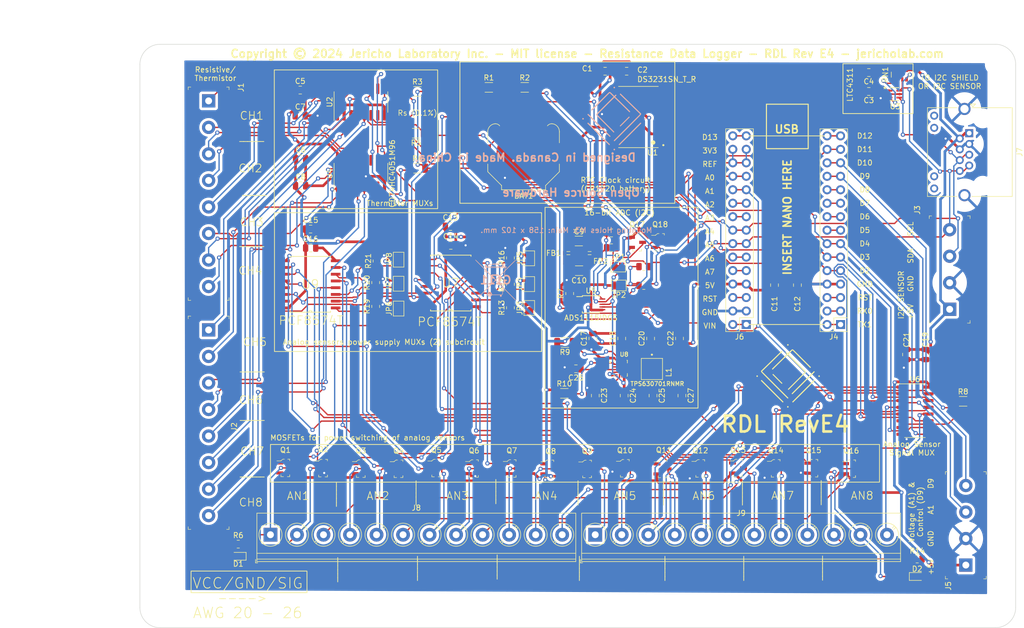
<source format=kicad_pcb>
(kicad_pcb (version 20221018) (generator pcbnew)
  (title_block (title "Resistance Data Logger (RDL) Controller") (date "2024-04-08") (rev "Rev E4") (company "Jericho Laboratory Inc."))
  (layers (0 "F.Cu" signal) (31 "B.Cu" signal) (34 "B.Paste" user) (35 "F.Paste" user) (36 "B.SilkS" user "B.Silkscreen") (37 "F.SilkS" user "F.Silkscreen") (38 "B.Mask" user) (39 "F.Mask" user) (44 "Edge.Cuts" user))
  (net 0 "")
  (net 1 "/pin3")
  (net 2 "/pin5")
  (net 3 "/pin6")
  (net 4 "/pin7")
  (net 5 "/pin8")
  (net 6 "/pin9")
  (net 7 "/pin10")
  (net 8 "/pin11")
  (net 9 "/pin12")
  (net 10 "/pin13")
  (net 11 "/pin14")
  (net 12 "/pin16")
  (net 13 "+3V3")
  (net 14 "/pin20")
  (net 15 "/pin21")
  (net 16 "/pin22")
  (net 17 "/pin25")
  (net 18 "+5V")
  (net 19 "/pin28")
  (net 20 "/pin30")
  (net 21 "/CH1")
  (net 22 "/CH2")
  (net 23 "/CH3")
  (net 24 "/CH4")
  (net 25 "/pin1")
  (net 26 "/pin2")
  (net 27 "/pin26")
  (net 28 "/CH5")
  (net 29 "/CH7")
  (net 30 "/CH8")
  (net 31 "/CH6")
  (net 32 "/ANA0-VCC")
  (net 33 "/ANA0-GND")
  (net 34 "/ANA0-SIG")
  (net 35 "/ANA1-VCC")
  (net 36 "/ANA1-GND")
  (net 37 "/ANA1-SIG")
  (net 38 "/SDA")
  (net 39 "/SCL")
  (net 40 "Net-(D1-A)")
  (net 41 "+BATT")
  (net 42 "/ANA2-VCC")
  (net 43 "/ANA2-GND")
  (net 44 "/ANA3-VCC")
  (net 45 "/ANA3-GND")
  (net 46 "/ANA3-SIG")
  (net 47 "/ANA4-VCC")
  (net 48 "/ANA4-GND")
  (net 49 "/ANA4-SIG")
  (net 50 "/ANA5-VCC")
  (net 51 "/ANA5-GND")
  (net 52 "/ANA6-VCC")
  (net 53 "/ANA6-GND")
  (net 54 "/ANA6-SIG")
  (net 55 "/ANA7-VCC")
  (net 56 "/ANA7-GND")
  (net 57 "/ANA7-SIG")
  (net 58 "/ANA5-SIG")
  (net 59 "/ANA2-SIG")
  (net 60 "GND")
  (net 61 "Net-(U2-~{E})")
  (net 62 "Net-(C9-Pad1)")
  (net 63 "Net-(C9-Pad2)")
  (net 64 "Net-(U8-VAUX)")
  (net 65 "Net-(JP1-A)")
  (net 66 "Net-(JP2-A)")
  (net 67 "/A0")
  (net 68 "/pin15")
  (net 69 "/CH1_GND")
  (net 70 "/CH2_GND")
  (net 71 "/CH3_GND")
  (net 72 "/CH4_GND")
  (net 73 "/CH5_GND")
  (net 74 "/CH6_GND")
  (net 75 "/CH7_GND")
  (net 76 "/CH8_GND")
  (net 78 "/EN_LTC")
  (net 79 "/PCF1_A0")
  (net 80 "/PCF1_A1")
  (net 81 "/PCF1_A2")
  (net 82 "/PCF2_A0")
  (net 83 "/PCF2_A1")
  (net 84 "/PCF2_A2")
  (net 85 "/mosfet10")
  (net 86 "Net-(U8-L1)")
  (net 87 "/mosfet0")
  (net 88 "/mosfet1")
  (net 89 "/mosfet11")
  (net 90 "/mosfet2")
  (net 91 "/mosfet12")
  (net 92 "/mosfet3")
  (net 93 "/mosfet13")
  (net 94 "/mosfet4")
  (net 95 "/mosfet14")
  (net 96 "/mosfet5")
  (net 97 "/mosfet15")
  (net 98 "/mosfet6")
  (net 99 "/mosfet16")
  (net 100 "/mosfet17")
  (net 101 "/mosfet7")
  (net 103 "Net-(U8-L2)")
  (net 104 "Net-(U4-~{E})")
  (net 105 "Net-(U5-ADDR)")
  (net 107 "Net-(U6-~{E})")
  (net 108 "VSS")
  (net 112 "EN")
  (net 113 "PS")
  (net 115 "Net-(D2-A)")
  (net 118 "/SCL_ADS")
  (net 119 "/SDA_ADS")
  (footprint "Capacitor_SMD:C_0805_2012Metric" (layer "F.Cu") (at 161.102 49.784)
    (fp_text reference "C2")
    (fp_text value "0.1uF" hide)
  )
  (footprint "Capacitor_SMD:C_0805_2012Metric" (layer "F.Cu") (at 160.1815 100.1645 90)
    (fp_text reference "C18")
    (fp_text value "10uF")
  )
  (footprint "PCF8574T:SOIC127P1032X265-16N_FRED_MODIFIED" (layer "F.Cu") (at 101.468 89.9566 180)
    (fp_text reference "U9")
    (fp_text value "PCF8574T")
  )
  (footprint "Capacitor_SMD:C_0805_2012Metric" (layer "F.Cu") (at 99.568 53.34)
    (fp_text reference "C5")
    (fp_text value "10uF")
  )
  (footprint "Jumper:SolderJumper-2_P1.3mm_Open_TrianglePad1.0x1.5mm" (layer "F.Cu") (at 142.748 85.053 90)
    (fp_text reference "JP5")
    (fp_text value "Jumper_2_Bridged")
  )
  (footprint "MountingHole:MountingHole_3.5mm" (layer "F.Cu") (at 73.152 150.876)
    (fp_text reference "H7" hide)
    (fp_text value "MountingHole_3.5mm" hide)
  )
  (footprint "Jumper:SolderJumper-2_P1.3mm_Open_TrianglePad1.0x1.5mm" (layer "F.Cu") (at 118.11 85.307 90)
    (fp_text reference "JP8")
    (fp_text value "Jumper_2_Bridged")
  )
  (footprint "Resistor_SMD:R_0805_2012Metric" (layer "F.Cu") (at 158.242 80.264)
    (fp_text reference "R11" hide)
    (fp_text value "10K" hide)
  )
  (footprint "MountingHole:MountingHole_3.5mm" (layer "F.Cu") (at 230.632 150.876)
    (fp_text reference "REF3" hide)
    (fp_text value "MountingHole_3.5mm" hide)
  )
  (footprint "Capacitor_SMD:C_0805_2012Metric" (layer "F.Cu") (at 206.756 53.594 180)
    (fp_text reference "C3")
    (fp_text value "10uF" hide)
  )
  (footprint "MountingHole:MountingHole_3.5mm" (layer "F.Cu") (at 73.152 112.522 90)
    (fp_text reference "REF14" hide)
    (fp_text value "MountingHole_3.5mm" hide)
  )
  (footprint "digikey-footprints:Term_Block_1x4_P5mm" (layer "F.Cu") (at 221.996 94.662 90)
    (fp_text reference "J3")
    (fp_text value "Screw_Terminal_01x04" hide)
  )
  (footprint "SnapEDA_DS3231SN_TR:SOIC127P1032X265-16N" (layer "F.Cu") (at 163.322 58.42 180)
    (fp_text reference "U1")
    (fp_text value "DS3231SN_T_R")
  )
  (footprint "Resistor_SMD:R_0805_2012Metric" (layer "F.Cu") (at 139.192 94.377 90)
    (fp_text reference "R13")
    (fp_text value "20k" hide)
  )
  (footprint "Resistor_SMD:R_1206_3216Metric" (layer "F.Cu") (at 121.666 68.072)
    (fp_text reference "R4")
    (fp_text value "10K")
  )
  (footprint "Capacitor_SMD:C_1206_3216Metric" (layer "F.Cu") (at 152.087 81.788 180)
    (fp_text reference "C9")
    (fp_text value "1 uF")
  )
  (footprint "Capacitor_SMD:C_0805_2012Metric" (layer "F.Cu") (at 154.7391 100.1645 90)
    (fp_text reference "C17")
    (fp_text value "0.1uF")
  )
  (footprint "Resistor_SMD:R_0805_2012Metric" (layer "F.Cu") (at 158.242 83.058)
    (fp_text reference "R12" hide)
    (fp_text value "10K" hide)
  )
  (footprint "digikey-footprints:SOT-23-3" (layer "F.Cu") (at 167.8669 124.754)
    (fp_text reference "Q11")
    (fp_text value "AO3401A" hide)
  )
  (footprint "Jumper:SolderJumper-2_P1.3mm_Open_TrianglePad1.0x1.5mm" (layer "F.Cu") (at 142.748 94.414 90)
    (fp_text reference "JP3")
    (fp_text value "Jumper_2_Bridged")
  )
  (footprint "digikey-footprints:SOT-23-3" (layer "F.Cu") (at 118.0925 124.7273)
    (fp_text reference "Q4")
    (fp_text value "AO3400" hide)
  )
  (footprint "Resistor_SMD:R_1206_3216Metric" (layer "F.Cu") (at 121.666 53.594)
    (fp_text reference "R3")
    (fp_text value "10K")
  )
  (footprint "digikey-footprints:SOT-23-3" (layer "F.Cu") (at 146.535 124.7406)
    (fp_text reference "Q8")
    (fp_text value "AO3400" hide)
  )
  (footprint "digikey-footprints:0603" (layer "F.Cu") (at 150.117 84.074)
    (fp_text reference "FB1")
    (fp_text value "FerriteBead" hide)
  )
  (footprint "MountingHole:MountingHole_3.5mm" (layer "F.Cu") (at 73.152 90.424 90)
    (fp_text reference "REF16" hide)
    (fp_text value "MountingHole_3.5mm" hide)
  )
  (footprint "custom_KiCAD_footprints:PinHeader_2x15_P2.54mm_Vertical_Jericho" (layer "F.Cu") (at 201.427 97.531 180)
    (fp_text reference "J4")
    (fp_text value "Conn_02x15_Top_Bottom" hide)
  )
  (footprint "Capacitor_SMD:C_0805_2012Metric" (layer "F.Cu") (at 157.038 49.784 180)
    (fp_text reference "C1")
    (fp_text value "10uF" hide)
  )
  (footprint "Resistor_SMD:R_0805_2012Metric" (layer "F.Cu") (at 215.8745 141.732 180)
    (fp_text reference "R14")
    (fp_text value "10K" hide)
  )
  (footprint "TerminalBlock_Phoenix:TerminalBlock_Phoenix_PT-1,5-12-5.0-H_1x12_P5.00mm_Horizontal" (layer "F.Cu") (at 93.952 137.16)
    (fp_text reference "J8")
    (fp_text value "Screw_Terminal_01x12")
  )
  (footprint "Capacitor_SMD:C_0805_2012Metric" (layer "F.Cu") (at 171.524 110.932 -90)
    (fp_text reference "C27")
    (fp_text value "22uF")
  )
  (footprint "Capacitor_SMD:C_0805_2012Metric" (layer "F.Cu") (at 165.624 100.1645 90)
    (fp_text reference "C20")
    (fp_text value "10uF")
  )
  (footprint "custom_KiCAD_footprints:SOP-16_3.9x9.9mm_P1.27mm-Edited" (layer "F.Cu") (at 111.0148 55.5905 90)
    (fp_text reference "U2")
    (fp_text value "CD74HC4051M96" hide)
  )
  (footprint "Diode_SMD:D_0603_1608Metric" (layer "F.Cu") (at 87.884 141.224 180)
    (fp_text reference "D1")
    (fp_text value "RED" hide)
  )
  (footprint "Resistor_SMD:R_0805_2012Metric" (layer "F.Cu") (at 139.192 84.979 90)
    (fp_text reference "R16")
    (fp_text value "20k" hide)
  )
  (footprint "digikey-footprints:SOT-23-3" (layer "F.Cu") (at 182.0881 124.5806)
    (fp_text reference "Q13")
    (fp_text value "AO3401A" hide)
  )
  (footprint "SnapEDA_TPS63070RNMR:VREG_TPS63070RNMR" (layer "F.Cu") (at 159.9825 105.7745)
    (fp_text reference "U8")
    (fp_text value "TPS630701RNMR")
  )
  (footprint "digikey-footprints:Term_Block_1x8_P5mm" (layer "F.Cu") (at 82.296 55.372 -90)
    (fp_text reference "J1")
    (fp_text value "Screw_Terminal_01x08" hide)
  )
  (footprint "digikey-footprints:SOT-23-3" (layer "F.Cu") (at 167.386 82.042)
    (fp_text reference "Q18")
    (fp_text value "BSS138" hide)
  )
  (footprint "Resistor_SMD:R_1206_3216Metric_Pad1.30x1.75mm_HandSolder" (layer "F.Cu") (at 121.412 61.468 180)
    (fp_text reference "R5")
    (fp_text value "10k")
  )
  (footprint "Resistor_SMD:R_0805_2012Metric" (layer "F.Cu") (at 113.792 89.625 90)
    (fp_text reference "R20")
    (fp_text value "20k" hide)
  )
  (footprint "digikey-footprints:SOT-23-3" (layer "F.Cu") (at 153.6456 124.7673)
    (fp_text reference "Q9")
    (fp_text value "AO3401A" hide)
  )
  (footprint "Resistor_SMD:R_0805_2012Metric" (layer "F.Cu") (at 113.792 94.1205 90)
    (fp_text reference "R19")
    (fp_text value "20k" hide)
  )
  (footprint "Resistor_SMD:R_0805_2012Metric" (layer "F.Cu") (at 114.046 85.561 90)
    (fp_text reference "R21")
    (fp_text value "20k" hide)
  )
  (footprint "Resistor_SMD:R_0805_2012Metric" (layer "F.Cu") (at 150.368 91.694 90)
    (fp_text reference "R7")
    (fp_text value "47K" hide)
  )
  (footprint "Capacitor_SMD:C_0805_2012Metric" (layer "F.Cu") (at 127.884 79.0469)
    (fp_text reference "C13")
    (fp_text value "10uF" hide)
  )
  (footprint "Capacitor_SMD:C_0805_2012Metric" (layer "F.Cu") (at 213.868 103.19 -90)
    (fp_text reference "C21")
    (fp_text value "0.1uF")
  )
  (footprint "digikey-footprints:SOT-23-3" (layer "F.Cu") (at 125.2031 124.594)
    (fp_text reference "Q5")
    (fp_text value "AO3401A" hide)
  )
  (footprint "digikey-footprints:SOT-23-3" (layer "F.Cu") (at 163.068 82.042)
    (fp_text reference "Q17")
    (fp_text value "BSS138" hide)
  )
  (footprint "digikey-footprints:SOT-23-3" (layer "F.Cu") (at 103.8712 124.6073)
    (fp_text reference "Q2")
    (fp_text value "AO3400" hide)
  )
  (footprint "MountingHole:MountingHole_3.5mm" (layer "F.Cu") (at 73.152 75.438 90)
    (fp_text reference "REF17" hide)
    (fp_text value "MountingHole_3.5mm" hide)
  )
  (footprint "MountingHole:MountingHole_3.5mm" (layer "F.Cu") (at 73.152 63.246 90)
    (fp_text reference "REF18" hide)
    (fp_text value "MountingHole_3.5mm" hide)
  )
  (footprint "Resistor_SMD:R_0805_2012Metric" (layer "F.Cu") (at 164.338 86.614 180)
    (fp_text reference "R17" hide)
    (fp_text value "10K" hide)
  )
  (footprint "MountingHole:MountingHole_3.5mm" (layer "F.Cu") (at 73.152 98.044 90)
    (fp_text reference "REF15" hide)
    (fp_text value "MountingHole_3.5mm" hide)
  )
  (footprint "Capacitor_SMD:C_0805_2012Metric" (layer "F.Cu") (at 166.0807 110.932 -90)
    (fp_text reference "C25")
    (fp_text value "22uF")
  )
  (footprint "Jumper:SolderJumper-2_P1.3mm_Open_TrianglePad1.0x1.5mm" (layer "F.Cu") (at 142.748 89.916 90)
    (fp_text reference "JP4")
    (fp_text value "Jumper_2_Bridged")
  )
  (footprint "Connector_RJ:RJ45_Amphenol_RJHSE538X" (layer "F.Cu") (at 225.681 61.464 -90)
    (fp_text reference "J7")
    (fp_text value "8P8C_LED_Shielded")
  )
  (footprint "custom_KiCAD_footprints:SolderJumper-2_P1.3mm_Bridged_Pad1.0x1.5mm-Edited" (layer "F.Cu") (at 159.624 90.17 180)
    (fp_text reference "JP2")
    (fp_text value "Jumper_2_Bridged" hide)
  )
  (footprint "digikey-footprints:SOT-23-3" (layer "F.Cu") (at 174.9775 124.6606)
    (fp_text reference "Q12")
    (fp_text value "AO3400" hide)
  )
  (footprint "MountingHole:MountingHole_3.5mm" (layer "F.Cu") (at 180.622 150.368)
    (fp_text reference "REF6" hide)
    (fp_text value "MountingHole_3.5mm" hide)
  )
  (footprint "digikey-footprints:SOT-23-3" (layer "F.Cu") (at 203.42 124.714)
    (fp_text reference "Q16")
    (fp_text value "AO3401A" hide)
  )
  (footprint "Package_SO:TSSOP-10_3x3mm_P0.5mm" (layer "F.Cu") (at 154.373 93.726)
    (fp_text reference "U5")
    (fp_text value "ADS1115IDGS")
  )
  (footprint "Capacitor_SMD:C_0805_2012Metric" (layer "F.Cu") (at 193.294 90.104 90)
    (fp_text reference "C12")
    (fp_text value "0.1uF")
  )
  (footprint "Capacitor_SMD:C_0805_2012Metric" (layer "F.Cu") (at 188.976 90.104 90)
    (fp_text reference "C11")
    (fp_text value "10uF")
  )
  (footprint "Capacitor_SMD:C_0805_2012Metric" (layer "F.Cu") (at 101.524 79.5426)
    (fp_text reference "C15")
    (fp_text value "10uF" hide)
  )
  (footprint "digikey-footprints:SOT-23-3" (layer "F.Cu") (at 132.3137 124.6873)
    (fp_text reference "Q6")
    (fp_text value "AO3400" hide)
  )
  (footprint "PCF8574T:SOIC127P1032X265-16N_FRED_MODIFIED" (layer "F.Cu") (at 127.95 89.7149 180)
    (fp_text reference "U7")
    (fp_text value "PCF8574T")
  )
  (footprint "MountingHole:MountingHole_3.5mm" (layer "F.Cu") (at 193.802 150.368)
    (fp_text reference "REF5" hide)
    (fp_text value "MountingHole_3.5mm" hide)
  )
  (footprint "Capacitor_SMD:C_0805_2012Metric" (layer "F.Cu") (at 206.756 50.038 180)
    (fp_text reference "C4")
    (fp_text value "0.1uF" hide)
  )
  (footprint "digikey-footprints:SOT-23-3" (layer "F.Cu") (at 110.9819 124.7006)
    (fp_text reference "Q3")
    (fp_text value "AO3401A" hide)
  )
  (footprint "digikey-footprints:SOT-23-3" (layer "F.Cu") (at 139.4244 124.674)
    (fp_text reference "Q7")
    (fp_text value "AO3401A" hide)
  )
  (footprint "custom_KiCAD_footprints:SOP-16_3.9x9.9mm_P1.27mm-Edited" (layer "F.Cu") (at 111.013 69.0769 90)
    (fp_text reference "U4")
    (fp_text value "CD74HC4051M96")
  )
  (footprint "digikey-footprints:SOT-23-3" (layer "F.Cu") (at 96.7606 124.5673)
    (fp_text reference "Q1")
    (fp_text value "AO3401A" hide)
  )
  (footprint "Capacitor_SMD:C_0805_2012Metric" (layer "F.Cu") (at 99.634 66.294)
    (fp_text reference "C6")
    (fp_text value "10uF")
  )
  (footprint "Capacitor_SMD:C_0805_2012Metric" (layer "F.Cu") (at 151.54 105.8845 180)
    (fp_text reference "C26")
    (fp_text value "0.1uF")
  )
  (footprint "MountingHole:MountingHole_3.5mm" (layer "F.Cu") (at 165.622 150.368)
    (fp_text reference "REF7" hide)
    (fp_text value "MountingHole_3.5mm" hide)
  )
  (footprint "MountingHole:MountingHole_3.5mm" (layer "F.Cu") (at 150.622 150.368)
    (fp_text reference "REF8" hide)
    (fp_text value "MountingHole_3.5mm" hide)
  )
  (footprint "Resistor_SMD:R_0805_2012Metric" (layer "F.Cu") (at 139.192 89.9555 90)
    (fp_text reference "R15")
    (fp_text value "20k" hide)
  )
  (footprint "TerminalBlock_Phoenix:TerminalBlock_Phoenix_PT-1,5-12-5.0-H_1x12_P5.00mm_Horizontal" (layer "F.Cu") (at 155.18 137.16)
    (fp_text reference "J9")
    (fp_text value "Screw_Terminal_01x12")
  )
  (footprint "Capacitor_SMD:C_0805_2012Metric" (layer "F.Cu") (at 217.424 103.19 -90)
    (fp_text reference "C19")
    (fp_text value "10uF")
  )
  (footprint "MountingHole:MountingHole_3.5mm" (layer "F.Cu") (at 107.47 150.368)
    (fp_text reference "REF11" hide)
    (fp_text value "MountingHole_3.5mm" hide)
  )
  (footprint "MountingHole:MountingHole_3.5mm" (layer "F.Cu") (at 208.802 150.368)
    (fp_text reference "REF4" hide)
    (fp_text value "MountingHole_3.5mm" hide)
  )
  (footprint "digikey-footprints:0603" (layer "F.Cu") (at 154.119 84.074)
    (fp_text reference "FB2")
    (fp_text value "FerriteBead" hide)
  )
  (footprint "MountingHole:MountingHole_3.5mm" (layer "F.Cu") (at 73.406 136.652 90)
    (fp_text reference "REF13" hide)
    (fp_text value "MountingHole_3.5mm" hide)
  )
  (footprint "Capacitor_SMD:C_0805_2012Metric" (layer "F.Cu") (at 171.0664 100.1645 90)
    (fp_text reference "C22")
    (fp_text value "10uF")
  )
  (footprint "Capacitor_SMD:C_0805_2012Metric" (layer "F.Cu") (at 99.568 58.166)
    (fp_text reference "C7")
    (fp_text value "0.1uF")
  )
  (footprint "MountingHole:MountingHole_3.5mm" (layer "F.Cu") (at 122.47 150.368)
    (fp_text reference "REF10" hide)
    (fp_text value "MountingHole_3.5mm" hide)
  )
  (footprint "Resistor_SMD:R_1206_3216Metric" (layer "F.Cu") (at 149.352 110.5125)
    (fp_text reference "R10")
    (fp_text value "10k")
  )
  (footprint "Resistor_SMD:R_0805_2012Metric" (layer "F.Cu") (at 87.884 138.938)
    (fp_text reference "R6")
    (fp_text value "10K" hide)
  )
  (footprint "custom_KiCAD_footprints:PinHeader_2x15_P2.54mm_Vertical_Jericho" (layer "F.Cu") (at 183.652 97.526 180)
    (fp_text reference "J6")
    (fp_text value "Conn_02x15_Top_Bottom" hide)
  )
  (footprint "custom_KiCAD_footprints:BatteryHolder_Keystone_3000_1x12mm-Edited" (layer "F.Cu") (at 141.6707 65.278 180)
    (fp_text reference "BAT1")
    (fp_text value "3V")
  )
  (footprint "Capacitor_SMD:C_0805_2012Metric" (layer "F.Cu") (at 155.194 110.932 -90)
    (fp_text reference "C23")
    (fp_text value "10uF")
  )
  (footprint "digikey-footprints:SOT-23-3" (layer "F.Cu") (at 196.3094 124.6206)
    (fp_text reference "Q15")
    (fp_text value "AO3400" hide)
  )
  (footprint "Capacitor_SMD:C_0805_2012Metric" (layer "F.Cu") (at 101.534 83.0986)
    (fp_text reference "C16")
    (fp_text value "0.1uF" hide)
  )
  (footprint "Resistor_SMD:R_Array_Convex_4x0603" (layer "F.Cu") (at 212.668 50.43 90)
    (fp_text reference "RN1")
    (fp_text value "4 x 10K" hide)
  )
  (footprint "Jumper:SolderJumper-2_P1.3mm_Bridged_Pad1.0x1.5mm" (layer "F.Cu") (at 118.11 94.525 90)
    (fp_text reference "JP6")
    (fp_text value "Jumper_2_Bridged" hide)
  )
  (footprint "SnapEDA_XLF4020-152MEC:IND_XFL4020-152MEC" (layer "F.Cu") (at 165.862 105.918 -90)
    (fp_text reference "L1")
    (fp_text value "1.5uH")
  )
  (footprint "Jumper:SolderJumper-2_P1.3mm_Open_TrianglePad1.0x1.5mm" (layer "F.Cu") (at 118.11 89.842 90)
    (fp_text reference "JP7")
    (fp_text value "Jumper_2_Bridged")
  )
  (footprint "Resistor_SMD:R_1206_3216Metric" (layer "F.Cu") (at 135.128 52.832)
    (fp_text reference "R1")
    (fp_text value "10k")
  )
  (footprint "Capacitor_SMD:C_0805_2012Metric" (layer "F.Cu") (at 99.634 71.374)
    (fp_text reference "C8")
    (fp_text value "0.1uF")
  )
  (footprint "digikey-footprints:Term_Block_1x4_P5mm" (layer "F.Cu") (at 225.044 142.882 90)
    (fp_text reference "J5")
    (fp_text value "~" hide)
  )
  (footprint "LTC4311CSC6_TRPBF:SC70-SC6" (layer "F.Cu") (at 211.582 54.102)
    (fp_text reference "U3")
    (fp_text value "LTC4311CSC6#TRPBF" hide)
  )
  (footprint "Capacitor_SMD:C_0805_2012Metric" (layer "F.Cu") (at 160.6373 110.932 -90)
    (fp_text reference "C24")
    (fp_text value "22uF")
  )
  (footprint "Resistor_SMD:R_1206_3216Metric" (layer "F.Cu") (at 141.8887 52.832)
    (fp_text reference "R2")
    (fp_text value "10k")
  )
  (footprint "MountingHole:MountingHole_3.5mm" (layer "F.Cu") (at 73.092 48.514)
    (fp_text reference "H51" hide)
    (fp_text value "MountingHole_3.5mm" hide)
  )
  (footprint "MountingHole:MountingHole_3.5mm" (layer "F.Cu") (at 230.632 48.514)
    (fp_text reference "H6" hide)
    (fp_text value "MountingHole_3.5mm" hide)
  )
  (footprint "Capacitor_SMD:C_1206_3216Metric" (layer "F.Cu") (at 152.136 87.376 180)
    (fp_text reference "C10")
    (fp_text value "10 uF")
  )
  (footprint "Capacitor_SMD:C_0805_2012Metric" (layer "F.Cu") (at 127.95 82.6029)
    (fp_text reference "C14")
    (fp_text value "0.1uF" hide)
  )
  (footprint "digikey-footprints:SOT-23-3" (layer "F.Cu") (at 160.7562 124.634)
    (fp_text reference "Q10")
    (fp_text value "AO3400" hide)
  )
  (footprint "Diode_SMD:D_0603_1608Metric" (layer "F.Cu") (at 215.8745 145.034)
    (fp_text reference "D2")
    (fp_text value "RED" hide)
  )
  (footprint "custom_KiCAD_footprints:SolderJumper-2_P1.3mm_Bridged_Pad1.0x1.5mm-Edited" (layer "F.Cu") (at 159.512 86.614)
    (fp_text reference "JP1")
    (fp_text value "Jumper_2_Bridged" hide)
  )
  (footprint "custom_KiCAD_footprints:jericho-logo-kicad" (layer "F.Cu") (at 191.516 107.188)
    (fp_text reference "G222" hide)
    (fp_text value "LOGO" hide)
  )
  (footprint "digikey-footprints:Term_Block_1x8_P5mm" (layer "F.Cu") (at 82.296 98.552 -90)
    (fp_text reference "J2")
    (fp_text value "~" hide)
  )
  (footprint "Resistor_SMD:R_1206_3216Metric" (layer "F.Cu") (at 149.4764 100.9265 180)
    (fp_text reference "R9")
    (fp_text value "10k")
  )
  (footprint "digikey-footprints:SOT-23-3" (layer "F.Cu") (at 189.1987 124.6473)
    (fp_text reference "Q14")
    (fp_text value "AO3400" hide)
  )
  (footprint "MountingHole:MountingHole_3.5mm" (layer "F.Cu") (at 137.47 150.368)
    (fp_text reference "REF9" hide)
    (fp_text value "MountingHole_3.5mm" hide)
  )
  (footprint "Resistor_SMD:R_0805_2012Metric" (layer "F.Cu") (at 164.338 90.17 180)
    (fp_text reference "R18" hide)
    (fp_text value "10K" hide)
  )
  (footprint "custom_KiCAD_footprints:SOP-16_3.9x9.9mm_P1.27mm-Edited" (layer "F.Cu") (at 215.456 113.7752)
    (fp_text reference "U6")
    (fp_text value "CD74HC4051M96" hide)
  )
  (footprint "Resistor_SMD:R_1206_3216Metric" (layer "F.Cu") (at 224.536 112.014)
    (fp_text reference "R8")
    (fp_text value "10K")
  )
  (footprint "custom_KiCAD_footprints:jericho-logo-kicad" (layer "B.Cu") (at 158.75 58.674 180)
    (fp_text reference "G222" hide)
    (fp_text value "LOGO" hide)
  )
  (footprint "custom_KiCAD_footprints:Do not throw to garbage logo WEEE2" (layer "B.Cu") (at 136.398 89.154 180)
    (fp_text reference "G111")
    (fp_text value "LOGO" hide)
  )
  (gr_rect (start 129.667 48.006) (end 170.18 74.676) (stroke (width 0.15)) (fill none) (layer "F.SilkS"))
  (gr_rect (start 78.994 144.018) (end 100.838 148.082) (stroke (width 0.15)) (fill none) (layer "F.SilkS"))
  (gr_rect (start 145.725 75.438) (end 174.554 113.284) (stroke (width 0.15)) (fill none) (layer "F.SilkS"))
  (gr_rect (start 94.6785 49.53) (end 125.476 75.692) (stroke (width 0.15)) (fill none) (layer "F.SilkS"))
  (gr_line (start 183.647 97.531) (end 198.887 97.531) (stroke (width 0.15)) (layer "F.SilkS"))
  (gr_rect (start 94.71025 76.454) (end 145.06575 102.616) (stroke (width 0.15)) (fill none) (layer "F.SilkS"))
  (gr_line (start 183.647 61.971) (end 198.887 61.971) (stroke (width 0.15)) (layer "F.SilkS"))
  (gr_rect (start 187.457 56.002) (end 195.331 64.384) (stroke (width 0.2)) (fill none) (layer "F.SilkS"))
  (gr_rect (start 93.959435 120.142) (end 208.767435 127.254) (stroke (width 0.15)) (fill none) (layer "F.SilkS"))
  (gr_rect (start 201.8792 48.372) (end 215.0872 57.77) (stroke (width 0.15)) (fill none) (layer "F.SilkS"))
  (gr_arc (start 73.152 154.686) (mid 70.457923 153.570077) (end 69.342 150.876) (stroke (width 0.1)) (layer "Edge.Cuts"))
  (gr_line (start 69.342 48.514) (end 69.342 150.876) (stroke (width 0.1)) (layer "Edge.Cuts"))
  (gr_arc (start 69.342 48.514) (mid 70.457923 45.819923) (end 73.152 44.704) (stroke (width 0.1)) (layer "Edge.Cuts"))
  (gr_arc (start 234.442 150.876) (mid 233.326077 153.570077) (end 230.632 154.686) (stroke (width 0.1)) (layer "Edge.Cuts"))
  (gr_line (start 73.152 154.686) (end 230.632 154.686) (stroke (width 0.1)) (layer "Edge.Cuts"))
  (gr_line (start 234.442 150.876) (end 234.442 48.514) (stroke (width 0.1)) (layer "Edge.Cuts"))
  (gr_arc (start 230.632 44.704) (mid 233.326077 45.819923) (end 234.442 48.514) (stroke (width 0.1)) (layer "Edge.Cuts"))
  (gr_line (start 230.632 44.704) (end 73.152 44.704) (stroke (width 0.1)) (layer "Edge.Cuts"))
  (gr_text "Open Source Hardware" (at 150.622 72.644) (layer "B.SilkS") (effects (font (size 1.5 1.5) (thickness 0.3)) (justify mirror)))
  (gr_text "Mounting Holes M3: Main: 158 x 102 mm. " (at 149.352 79.756) (layer "B.SilkS") (effects (font (size 1 1)) (justify mirror)))
  (gr_text "Designed in Canada. Made in China." (at 141.986 66.04) (layer "B.SilkS") (effects (font (size 1.5 1.5) (thickness 0.3)) (justify mirror)))
  (gr_text "16-bit ADC (I2C)" (at 159.766 76.454) (layer "F.SilkS") (effects (font (size 1 1))))
  (gr_text "______" (at 90.424 82.296) (layer "F.SilkS") (effects (font (size 1 1))))
  (gr_text "RTC Clock circuit\n(CR1220 battery)" (at 159.004 71.12) (layer "F.SilkS") (effects (font (size 1 1))))
  (gr_text "D12" (at 205.994 61.961) (layer "F.SilkS") (effects (font (size 1 1))))
  (gr_text "+5V   GND   SDA   SCL" (at 214.63 87.416 90) (layer "F.SilkS") (effects (font (size 1 1))))
  (gr_text "AN3" (at 129.243785 129.848) (layer "F.SilkS") (effects (font (size 1.5 1.5))))
  (gr_text "______" (at 90.424 62.484) (layer "F.SilkS") (effects (font (size 1 1))))
  (gr_text "D6" (at 205.994 77.201) (layer "F.SilkS") (effects (font (size 1 1))))
  (gr_text "D11" (at 205.994 64.501) (layer "F.SilkS") (effects (font (size 1 1))))
  (gr_text "D13" (at 176.789 62.225) (layer "F.SilkS") (effects (font (size 1 1))))
  (gr_text "Rs (0.1%)" (at 121.666 57.658) (layer "F.SilkS") (effects (font (size 1 1) (thickness 0.125))))
  (gr_text "______" (at 136.144 143.256 90) (layer "F.SilkS") (effects (font (size 1 1))))
  (gr_text "AN1" (at 99.186645 129.848) (layer "F.SilkS") (effects (font (size 1.5 1.5))))
  (gr_text "TX1" (at 205.994 97.536) (layer "F.SilkS") (effects (font (size 1 1))))
  (gr_text "A2" (at 176.789 74.925) (layer "F.SilkS") (effects (font (size 1 1))))
  (gr_text "5V" (at 176.789 90.165) (layer "F.SilkS") (effects (font (size 1 1))))
  (gr_text "D8" (at 205.994 72.121) (layer "F.SilkS") (effects (font (size 1 1))))
  (gr_text "A1" (at 176.789 72.385) (layer "F.SilkS") (effects (font (size 1 1))))
  (gr_text "---->" (at 88.646 149.098) (layer "F.SilkS") (effects (font (size 1.5 1.5))))
  (gr_text "A5" (at 176.789 82.545) (layer "F.SilkS") (effects (font (size 1 1))))
  (gr_text "D5" (at 205.994 79.756) (layer "F.SilkS") (effects (font (size 1 1))))
  (gr_text "AN4" (at 145.923 129.848) (layer "F.SilkS") (effects (font (size 1.5 1.5))))
  (gr_text "______" (at 182.626 143.51 90) (layer "F.SilkS") (effects (font (size 1 1))))
  (gr_text "AN6" (at 175.641 129.848) (layer "F.SilkS") (effects (font (size 1.5 1.5))))
  (gr_text "3V3" (at 176.789 64.765) (layer "F.SilkS") (effects (font (size 1 1))))
  (gr_text "D10" (at 205.994 67.041) (layer "F.SilkS") (effects (font (size 1 1))))
  (gr_text "CH1" (at 90.424 58.166) (layer "F.SilkS") (effects (font (size 1.5 1.5))))
  (gr_text "______" (at 90.932 72.644) (layer "F.SilkS") (effects (font (size 1 1))))
  (gr_text "______" (at 135.89 129.032 90) (layer "F.SilkS") (effects (font (size 1 1))))
  (gr_text "RDL RevE4" (at 191.008 116.332) (layer "F.SilkS") (effects (font (size 3 3) (thickness 0.5) bold)))
  (gr_text "TO I2C SHIELD\nOR I2C SENSOR" (at 221.996 51.816) (layer "F.SilkS") (effects (font (size 1 1))))
  (gr_text "A0" (at 176.789 69.845) (layer "F.SilkS") (effects (font (size 1 1))))
  (gr_text "______" (at 105.83286 129.54 90) (layer "F.SilkS") (effects (font (size 1 1))))
  (gr_text "LTC4311" (at 203.2 52.324 90) (layer "F.SilkS") (effects (font (size 1 1))))
  (gr_text "______" (at 167.513 129.286001 90) (layer "F.SilkS") (effects (font (size 1 1))))
  (gr_text "AN8" (at 205.486 129.794) (layer "F.SilkS") (effects (font (size 1.5 1.5))))
  (gr_text "Analog sensors power supply MUXs (2) subcircuit" (at 115.316 100.838) (layer "F.SilkS") (effects (font (size 1 1))))
  (gr_text "VCC/GND/SIG" (at 89.662 146.304) (layer "F.SilkS") (effects (font (size 2 2))))
  (gr_text "______" (at 90.509715 105.918) (layer "F.SilkS") (effects (font (size 1 1))))
  (gr_text "CH8" (at 90.255715 131.064) (layer "F.SilkS") (effects (font (size 1.5 1.5))))
  (gr_text "______" (at 120.86143 129.286001 90) (layer "F.SilkS") (effects (font (size 1 1))))
  (gr_text "______" (at 106.08686 143.764 90) (layer "F.SilkS") (effects (font (size 1 1))))
  (gr_text "GND" (at 205.994 89.916) (layer "F.SilkS") (effects (font (size 1 1))))
  (gr_text "RX0" (at 205.994 94.996) (layer "F.SilkS") (effects (font (size 1 1))))
  (gr_text "______" (at 182.372 129.286 90) (layer "F.SilkS") (effects (font (size 1 1))))
  (gr_text "VIN" (at 176.789 97.785) (layer "F.SilkS") (effects (font (size 1 1))))
  (gr_text "Copyright © 2024 Jericho Laboratory Inc. - MIT license - Resistance Data Logger - RDL Rev E4 - jericholab.com" (at 153.67 46.482) (layer "F.SilkS") (effects (font (size 1.5 1.5) (thickness 0.3))))
  (gr_text "D2" (at 205.994 87.376) (layer "F.SilkS") (effects (font (size 1 1))))
  (gr_text "AN5" (at 160.782 129.848) (layer "F.SilkS") (effects (font (size 1.5 1.5))))
  (gr_text "AN2" (at 114.215215 129.848) (layer "F.SilkS") (effects (font (size 1.5 1.5))))
  (gr_text "______" (at 197.485 143.456 90) (layer "F.SilkS") (effects (font (size 1 1))))
  (gr_text "______" (at 197.231 129.232 90) (layer "F.SilkS") (effects (font (size 1 1))))
  (gr_text "______" (at 90.509715 125.73) (layer "F.SilkS") (effects (font (size 1 1))))
  (gr_text "Voltage (A1) &\nControl (D9)\n" (at 215.646 132.842 90) (layer "F.SilkS") (effects (font (size 1 1))))
  (gr_text "CH7\n" (at 90.509715 121.412) (layer "F.SilkS") (effects (font (size 1.5 1.5))))
  (gr_text "A3" (at 176.789 77.465) (layer "F.SilkS") (effects (font (size 1 1))))
  (gr_text "______" (at 151.384 129.286 90) (layer "F.SilkS") (effects (font (size 1 1))))
  (gr_text "AN7" (at 190.5 129.794) (layer "F.SilkS") (effects (font (size 1.5 1.5))))
  (gr_text "RST" (at 206.045097 92.463433) (layer "F.SilkS") (effects (font (size 1 1))))
  (gr_text "A6" (at 176.789 85.085) (layer "F.SilkS") (effects (font (size 1 1))))
  (gr_text "INSERT NANO HERE" (at 192.278 88.392 90) (layer "F.SilkS") (effects (font (size 1.5 1.5) (thickness 0.3) bold) (justify left bottom)))
  (gr_text "______" (at 151.638 143.51 90) (layer "F.SilkS") (effects (font (size 1 1))))
  (gr_text "D7" (at 205.994 74.661) (layer "F.SilkS") (effects (font (size 1 1))))
  (gr_text "CH3\n" (at 90.424 78.232) (layer "F.SilkS") (effects (font (size 1.5 1.5))))
  (gr_text "I2C SENSOR" (at 212.852 91.948 90) (layer "F.SilkS") (effects (font (size 1 1))))
  (gr_text "CH4\n" (at 90.17 87.376) (layer "F.SilkS") (effects (font (size 1.5 1.5))))
  (gr_text "A4" (at 176.789 80.005) (layer "F.SilkS") (effects (font (size 1 1))))
  (gr_text "RST" (at 176.789 92.705) (layer "F.SilkS") (effects (font (size 1 1))))
  (gr_text "Resistive/\nThermistor\n" (at 83.566 50.292) (layer "F.SilkS") (effects (font (size 1 1))))
  (gr_text "D3" (at 205.994 84.836) (layer "F.SilkS") (effects (font (size 1 1))))
  (gr_text "______" (at 167.767 143.510001 90) (layer "F.SilkS") (effects (font (size 1 1))))
  (gr_text "MOSFETs for power switching of analog sensors" (at 112.268 118.872) (layer "F.SilkS") (effects (font (size 1 1))))
  (gr_text "GND" (at 176.789 95.245) (layer "F.SilkS") (effects (font (size 1 1))))
  (gr_text "______" (at 90.509715 115.062) (layer "F.SilkS") (effects (font (size 1 1))))
  (gr_text "CH6" (at 90.255715 111.76) (layer "F.SilkS") (effects (font (size 1.5 1.5))))
  (gr_text "D9" (at 205.994 69.581) (layer "F.SilkS") (effects (font (size 1 1))))
  (gr_text "A7" (at 176.789 87.625) (layer "F.SilkS") (effects (font (size 1 1))))
  (gr_text "D4" (at 205.994 82.296) (layer "F.SilkS") (effects (font (size 1 1))))
  (gr_text "Thermistor MUXs" (at 118.364 74.676) (layer "F.SilkS") (effects (font (size 1 1))))
  (gr_text "______" (at 121.11543 143.510001 90) (layer "F.SilkS") (effects (font (size 1 1))))
  (gr_text "AWG 20 - 26" (at 89.662 151.892) (layer "F.SilkS") (effects (font (size 2 2))))
  (gr_text "CH2\n" (at 90.17 68.072) (layer "F.SilkS") (effects (font (size 1.5 1.5))))
  (gr_text "REF" (at 176.789 67.305) (layer "F.SilkS") (effects (font (size 1 1))))
  (gr_text "Analog Sensor\nSignal MUX" (at 214.884 120.904) (layer "F.SilkS") (effects (font (size 1 1))))
  (gr_text "CH5\n" (at 91.017715 100.838) (layer "F.SilkS") (effects (font (size 1.5 1.5))))
  (gr_text "+5V   GND    A1    D9" (at 218.44 135.636 90) (layer "F.SilkS") (effects (font (size 1 1))))
  (gr_text "USB" (at 188.844 61.59) (layer "F.SilkS") (effects (font (size 1.5 1.5) (thickness 0.3) bold) (justify left bottom)))
  (segment (start 198.887 92.451) (end 201.427 92.451) (width 0.25) (layer "F.Cu") (net 1))
  (segment (start 112.918 66.5769) (end 113.1855 66.3094) (width 0.25) (layer "F.Cu") (net 2))
  (segment (start 197.5224 86.0064) (end 198.887 87.371) (width 0.25) (layer "F.Cu") (net 2))
  (segment (start 112.0669 54.9875) (end 112.9198 54.1346) (width 0.25) (layer "F.Cu") (net 2))
  (segment (start 180.5762 86.0064) (end 197.5224 86.0064) (width 0.25) (layer "F.Cu") (net 2))
  (segment (start 217.956 115.6802) (end 215.552 115.6802) (width 0.25) (layer "F.Cu") (net 2))
  (segment (start 201.427 87.371) (end 198.887 87.371) (width 0.25) (layer "F.Cu") (net 2))
  (segment (start 112.9198 54.1346) (end 112.9198 53.0905) (width 0.25) (layer "F.Cu") (net 2))
  (segment (start 205.3887 115.0453) (end 205.216 114.8726) (width 0.25) (layer "F.Cu") (net 2))
  (segment (start 113.1855 66.3094) (end 113.1855 64.9606) (width 0.25) (layer "F.Cu") (net 2))
  (segment (start 171.6124 75.3878) (end 171.9561 75.3878) (width 0.25) (layer "F.Cu") (net 2))
  (segment (start 214.9171 115.0453) (end 205.3887 115.0453) (width 0.25) (layer "F.Cu") (net 2))
  (segment (start 176.7272 82.1574) (end 180.5762 86.0064) (width 0.25) (layer "F.Cu") (net 2))
  (segment (start 118.4883 74.1653) (end 170.3899 74.1653) (width 0.25) (layer "F.Cu") (net 2))
  (segment (start 170.3899 74.1653) (end 171.6124 75.3878) (width 0.25) (layer "F.Cu") (net 2))
  (segment (start 215.552 115.6802) (end 214.9171 115.0453) (width 0.25) (layer "F.Cu") (net 2))
  (via (at 118.4883 74.1653) (size 0.8) (drill 0.4) (layers "F.Cu" "B.Cu") (net 2))
  (via (at 171.9561 75.3878) (size 0.8) (drill 0.4) (layers "F.Cu" "B.Cu") (net 2))
  (via (at 113.1855 64.9606) (size 0.8) (drill 0.4) (layers "F.Cu" "B.Cu") (net 2))
  (via (at 176.7272 82.1574) (size 0.8) (drill 0.4) (layers "F.Cu" "B.Cu") (net 2))
  (via (at 205.216 114.8726) (size 0.8) (drill 0.4) (layers "F.Cu" "B.Cu") (net 2))
  (via (at 112.0669 54.9875) (size 0.8) (drill 0.4) (layers "F.Cu" "B.Cu") (net 2))
  (segment (start 176.7272 79.4513) (end 175.4507 78.1748) (width 0.25) (layer "B.Cu") (net 2))
  (segment (start 174.7431 78.1748) (end 171.9561 75.3878) (width 0.25) (layer "B.Cu") (net 2))
  (segment (start 113.1855 56.1061) (end 113.1855 64.9606) (width 0.25) (layer "B.Cu") (net 2))
  (segment (start 112.0669 54.9875) (end 113.1855 56.1061) (width 0.25) (layer "B.Cu") (net 2))
  (segment (start 175.4507 78.1748) (end 174.7431 78.1748) (width 0.25) (layer "B.Cu") (net 2))
  (segment (start 176.7272 82.1574) (end 176.7272 79.4513) (width 0.25) (layer "B.Cu") (net 2))
  (segment (start 113.1855 64.9606) (end 113.1855 68.8625) (width 0.25) (layer "B.Cu") (net 2))
  (segment (start 113.1855 68.8625) (end 118.4883 74.1653) (width 0.25) (layer "B.Cu") (net 2))
  (segment (start 205.216 91.16) (end 201.427 87.371) (width 0.25) (layer "B.Cu") (net 2))
  (segment (start 205.216 114.8726) (end 205.216 91.16) (width 0.25) (layer "B.Cu") (net 2))
  (segment (start 171.1542 70.7367) (end 137.0206 70.7367) (width 0.25) (layer "F.Cu") (net 3))
  (segment (start 172.7779 69.113) (end 171.1542 70.7367) (width 0.25) (layer "F.Cu") (net 3))
  (segment (start 197.5224 83.4664) (end 198.887 84.831) (width 0.25) (layer "F.Cu") (net 3))
  (segment (start 114.188 66.5769) (end 114.188 63.9119) (width 0.25) (layer "F.Cu") (net 3))
  (segment (start 114.1898 50.9262) (end 114.8019 50.3141) (width 0.25) (layer "F.Cu") (net 3))
  (segment (start 214.6313 116.9502) (end 214.0038 117.5777) (width 0.25) (layer "F.Cu") (net 3))
  (segment (start 179.2046 83.4664) (end 197.5224 83.4664) (width 0.25) (layer "F.Cu") (net 3))
  (segment (start 114.1898 53.0905) (end 114.1898 50.9262) (width 0.25) (layer "F.Cu") (net 3))
  (segment (start 201.427 84.831) (end 198.887 84.831) (width 0.25) (layer "F.Cu") (net 3))
  (segment (start 120.9256 63.9119) (end 114.188 63.9119) (width 0.25) (layer "F.Cu") (net 3))
  (segment (start 114.1071 63.3408) (end 114.1071 63.831) (width 0.25) (layer "F.Cu") (net 3))
  (segment (start 137.0206 70.7367) (end 133.5388 67.2549) (width 0.25) (layer "F.Cu") (net 3))
  (segment (start 217.956 116.9502) (end 214.6313 116.9502) (width 0.25) (layer "F.Cu") (net 3))
  (segment (start 133.5388 67.2549) (end 124.2686 67.2549) (width 0.25) (layer "F.Cu") (net 3))
  (segment (start 114.1071 63.831) (end 114.188 63.9119) (width 0.25) (layer "F.Cu") (net 3))
  (segment (start 210.8726 117.5777) (end 210.6974 117.4025) (width 0.25) (layer "F.Cu") (net 3))
  (segment (start 178.8448 83.1066) (end 179.2046 83.4664) (width 0.25) (layer "F.Cu") (net 3))
  (segment (start 124.2686 67.2549) (end 120.9256 63.9119) (width 0.25) (layer "F.Cu") (net 3))
  (segment (start 214.0038 117.5777) (end 210.8726 117.5777) (width 0.25) (layer "F.Cu") (net 3))
  (via (at 114.8019 50.3141) (size 0.8) (drill 0.4) (layers "F.Cu" "B.Cu") (net 3))
  (via (at 210.6974 117.4025) (size 0.8) (drill 0.4) (layers "F.Cu" "B.Cu") (net 3))
  (via (at 114.1071 63.3408) (size 0.8) (drill 0.4) (layers "F.Cu" "B.Cu") (net 3))
  (via (at 172.7779 69.113) (size 0.8) (drill 0.4) (layers "F.Cu" "B.Cu") (net 3))
  (via (at 178.8448 83.1066) (size 0.8) (drill 0.4) (layers "F.Cu" "B.Cu") (net 3))
  (segment (start 114.8019 50.3141) (end 114.1071 51.0089) (width 0.25) (layer "B.Cu") (net 3))
  (segment (start 172.7779 72.6788) (end 178.8448 78.7457) (width 0.25) (layer "B.Cu") (net 3))
  (segment (start 210.6974 117.4025) (end 210.9099 117.19) (width 0.25) (layer "B.Cu") (net 3))
  (segment (start 210.9099 117.19) (end 210.9099 94.3139) (width 0.25) (layer "B.Cu") (net 3))
  (segment (start 210.9099 94.3139) (end 201.427 84.831) (width 0.25) (layer "B.Cu") (net 3))
  (segment (start 114.1071 51.0089) (end 114.1071 63.3408) (width 0.25) (layer "B.Cu") (net 3))
  (segment (start 172.7779 69.113) (end 172.7779 72.6788) (width 0.25) (layer "B.Cu") (net 3))
  (segment (start 178.8448 78.7457) (end 178.8448 83.1066) (width 0.25) (layer "B.Cu") (net 3))
  (segment (start 115.4598 54.9663) (end 115.4598 53.0905) (width 0.25) (layer "F.Cu") (net 4))
  (segment (start 176.2185 76.0162) (end 174.986 77.2487) (width 0.25) (layer "F.Cu") (net 4))
  (segment (start 170.8488 73.5963) (end 122.4774 73.5963) (width 0.25) (layer "F.Cu") (net 4))
  (segment (start 215.8084 118.2202) (end 215.5936 118.0054) (width 0.25) (layer "F.Cu") (net 4))
  (segment (start 217.956 118.2202) (end 215.8084 118.2202) (width 0.25) (layer "F.Cu") (net 4))
  (segment (start 115.481 54.9875) (end 115.4598 54.9663) (width 0.25) (layer "F.Cu") (net 4))
  (segment (start 195.4086 76.0162) (end 176.2185 76.0162) (width 0.25) (layer "F.Cu") (net 4))
  (segment (start 196.6123 77.2199) (end 195.4086 76.0162) (width 0.25) (layer "F.Cu") (net 4))
  (segment (start 122.4774 73.5963) (end 115.458 66.5769) (width 0.25) (layer "F.Cu") (net 4))
  (segment (start 201.427 82.291) (end 198.887 82.291) (width 0.25) (layer "F.Cu") (net 4))
  (segment (start 171.0765 73.824) (end 170.8488 73.5963) (width 0.25) (layer "F.Cu") (net 4))
  (segment (start 115.458 65.0749) (end 115.0286 64.6455) (width 0.25) (layer "F.Cu") (net 4))
  (segment (start 115.458 66.5769) (end 115.458 65.0749) (width 0.25) (layer "F.Cu") (net 4))
  (via (at 115.481 54.9875) (size 0.8) (drill 0.4) (layers "F.Cu" "B.Cu") (net 4))
  (via (at 174.986 77.2487) (size 0.8) (drill 0.4) (layers "F.Cu" "B.Cu") (net 4))
  (via (at 196.6123 77.2199) (size 0.8) (drill 0.4) (layers "F.Cu" "B.Cu") (net 4))
  (via (at 215.5936 118.0054) (size 0.8) (drill 0.4) (layers "F.Cu" "B.Cu") (net 4))
  (via (at 171.0765 73.824) (size 0.8) (drill 0.4) (layers "F.Cu" "B.Cu") (net 4))
  (via (at 115.0286 64.6455) (size 0.8) (drill 0.4) (layers "F.Cu" "B.Cu") (net 4))
  (segment (start 198.887 82.291) (end 196.6123 80.0163) (width 0.25) (layer "B.Cu") (net 4))
  (segment (start 115.0286 64.6455) (end 115.0286 55.4399) (width 0.25) (layer "B.Cu") (net 4))
  (segment (start 174.986 77.2487) (end 171.5613 73.824) (width 0.25) (layer "B.Cu") (net 4))
  (segment (start 115.0286 55.4399) (end 115.481 54.9875) (width 0.25) (layer "B.Cu") (net 4))
  (segment (start 214.8946 95.7586) (end 214.8946 117.3064) (width 0.25) (layer "B.Cu") (net 4))
  (segment (start 201.427 82.291) (end 214.8946 95.7586) (width 0.25) (layer "B.Cu") (net 4))
  (segment (start 171.5613 73.824) (end 171.0765 73.824) (width 0.25) (layer "B.Cu") (net 4))
  (segment (start 214.8946 117.3064) (end 215.5936 118.0054) (width 0.25) (layer "B.Cu") (net 4))
  (segment (start 196.6123 80.0163) (end 196.6123 77.2199) (width 0.25) (layer "B.Cu") (net 4))
  (segment (start 198.887 79.751) (end 201.427 79.751) (width 0.25) (layer "F.Cu") (net 5))
  (segment (start 198.887 77.211) (end 201.427 77.211) (width 0.25) (layer "F.Cu") (net 6))
  (segment (start 198.887 74.671) (end 201.427 74.671) (width 0.25) (layer "F.Cu") (net 7))
  (segment (start 198.887 72.131) (end 201.427 72.131) (width 0.25) (layer "F.Cu") (net 8))
  (segment (start 198.887 69.591) (end 201.427 69.591) (width 0.25) (layer "F.Cu") (net 9))
  (segment (start 216.9358 110.4804) (end 225.044 118.5886) (width 0.25) (layer "B.Cu") (net 9))
  (segment (start 216.9358 85.0998) (end 216.9358 110.4804) (width 0.25) (layer "B.Cu") (net 9))
  (segment (start 201.427 69.591) (end 216.9358 85.0998) (width 0.25) (layer "B.Cu") (net 9))
  (segment (start 225.044 118.5886) (end 225.044 127.882) (width 0.25) (layer "B.Cu") (net 9))
  (segment (start 221.8774 113.2101) (end 223.0735 112.014) (width 0.25) (layer "F.Cu") (net 10))
  (segment (start 220.7333 113.2101) (end 221.8774 113.2101) (width 0.25) (layer "F.Cu") (net 10))
  (segment (start 198.887 67.051) (end 201.427 67.051) (width 0.25) (layer "F.Cu") (net 10))
  (via (at 220.7333 113.2101) (size 0.8) (drill 0.4) (layers "F.Cu" "B.Cu") (net 10))
  (segment (start 217.5359 83.1599) (end 201.427 67.051) (width 0.25) (layer "B.Cu") (net 10))
  (segment (start 220.7333 113.2101) (end 217.5359 110.0127) (width 0.25) (layer "B.Cu") (net 10))
  (segment (start 217.5359 110.0127) (end 217.5359 83.1599) (width 0.25) (layer "B.Cu") (net 10))
  (segment (start 123.1285 53.594) (end 121.7471 53.594) (width 0.25) (layer "F.Cu") (net 11))
  (segment (start 201.427 64.511) (end 198.887 64.511) (width 0.25) (layer "F.Cu") (net 11))
  (segment (start 177.2478 65.7252) (end 171.7844 71.1886) (width 0.25) (layer "F.Cu") (net 11))
  (segment (start 122.4622 67.4057) (end 121.7166 67.4057) (width 0.25) (layer "F.Cu") (net 11))
  (segment (start 171.7844 71.1886) (end 136.8334 71.1886) (width 0.25) (layer "F.Cu") (net 11))
  (segment (start 121.7471 53.594) (end 121.666 53.6751) (width 0.25) (layer "F.Cu") (net 11))
  (segment (start 133.7168 68.072) (end 123.1285 68.072) (width 0.25) (layer "F.Cu") (net 11))
  (segment (start 197.6728 65.7252) (end 177.2478 65.7252) (width 0.25) (layer "F.Cu") (net 11))
  (segment (start 136.8334 71.1886) (end 133.7168 68.072) (width 0.25) (layer "F.Cu") (net 11))
  (segment (start 121.7166 67.4057) (end 121.7166 67.4056) (width 0.25) (layer "F.Cu") (net 11))
  (segment (start 123.1285 68.072) (end 122.4622 67.4057) (width 0.25) (layer "F.Cu") (net 11))
  (segment (start 198.887 64.511) (end 197.6728 65.7252) (width 0.25) (layer "F.Cu") (net 11))
  (via (at 121.666 53.6751) (size 0.8) (drill 0.4) (layers "F.Cu" "B.Cu") (net 11))
  (via (at 121.7166 67.4056) (size 0.8) (drill 0.4) (layers "F.Cu" "B.Cu") (net 11))
  (segment (start 121.7166 53.7257) (end 121.666 53.6751) (width 0.25) (layer "B.Cu") (net 11))
  (segment (start 121.7166 67.4056) (end 121.7166 53.7257) (width 0.25) (layer "B.Cu") (net 11))
  (segment (start 181.112 61.966) (end 183.652 61.966) (width 0.25) (layer "F.Cu") (net 12))
  (segment (start 124.5149 66.1209) (end 119.862 61.468) (width 0.25) (layer "F.Cu") (net 13))
  (segment (start 172.72 74.4395) (end 170.0265 71.746) (width 0.25) (layer "F.Cu") (net 13))
  (segment (start 170.0265 71.746) (end 134.1827 71.746) (width 0.25) (layer "F.Cu") (net 13))
  (segment locked (start 178.064 67.046) (end 181.112 67.046) (width 0.25) (layer "F.Cu") (net 13))
  (segment locked (start 156.523 94.226) (end 166.124 94.226) (width 0.25) (layer "F.Cu") (net 13))
  (segment (start 181.112 67.046) (end 183.652 67.046) (width 0.25) (layer "F.Cu") (net 13))
  (segment locked (start 166.124 94.226) (end 172.72 87.63) (width 0.25) (layer "F.Cu") (net 13))
  (segment locked (start 172.72 87.63) (end 172.72 72.39) (width 0.25) (layer "F.Cu") (net 13))
  (segment (start 130.2752 66.1209) (end 124.5149 66.1209) (width 0.25) (layer "F.Cu") (net 13))
  (segment locked (start 172.72 72.39) (end 178.064 67.046) (width 0.25) (layer "F.Cu") (net 13))
  (via (at 130.2752 66.1209) (size 0.8) (drill 0.4) (layers "F.Cu" "B.Cu") (net 13))
  (via (at 134.1827 71.746) (size 0.8) (drill 0.4) (layers "F.Cu" "B.Cu") (net 13))
  (segment (start 130.2752 67.8385) (end 130.2752 66.1209) (width 0.25) (layer "B.Cu") (net 13))
  (segment (start 183.652 64.506) (end 183.652 67.046) (width 0.25) (layer "B.Cu") (net 13))
  (segment (start 181.112 64.506) (end 181.112 67.046) (width 0.25) (layer "B.Cu") (net 13))
  (segment (start 134.1827 71.746) (end 130.2752 67.8385) (width 0.25) (layer "B.Cu") (net 13))
  (segment (start 164.4685 95.4062) (end 152.9032 95.4062) (width 0.25) (layer "F.Cu") (net 14))
  (segment (start 180.2684 98.7199) (end 178.785 97.2365) (width 0.25) (layer "F.Cu") (net 14))
  (segment (start 212.956 111.9253) (end 200.1608 111.9253) (width 0.25) (layer "F.Cu") (net 14))
  (segment (start 212.956 111.9253) (end 213.3005 112.2698) (width 0.25) (layer "F.Cu") (net 14))
  (segment (start 152.9032 95.4062) (end 152.223 94.726) (width 0.25) (layer "F.Cu") (net 14))
  (segment (start 213.3005 112.2698) (end 216.2104 112.2698) (width 0.25) (layer "F.Cu") (net 14))
  (segment (start 181.112 72.126) (end 183.652 72.126) (width 0.25) (layer "F.Cu") (net 14))
  (segment (start 178.785 97.2365) (end 167.0008 97.2365) (width 0.25) (layer "F.Cu") (net 14))
  (segment (start 212.956 111.8702) (end 212.956 111.9253) (width 0.25) (layer "F.Cu") (net 14))
  (segment (start 164.8195 95.0552) (end 164.4685 95.4062) (width 0.25) (layer "F.Cu") (net 14))
  (segment (start 185.909 97.7653) (end 184.9544 98.7199) (width 0.25) (layer "F.Cu") (net 14))
  (segment (start 184.9544 98.7199) (end 180.2684 98.7199) (width 0.25) (layer "F.Cu") (net 14))
  (segment (start 200.1608 111.9253) (end 199.3951 111.1596) (width 0.25) (layer "F.Cu") (net 14))
  (via (at 185.909 97.7653) (size 0.8) (drill 0.4) (layers "F.Cu" "B.Cu") (net 14))
  (via (at 164.8195 95.0552) (size 0.8) (drill 0.4) (layers "F.Cu" "B.Cu") (net 14))
  (via (at 216.2104 112.2698) (size 0.8) (drill 0.4) (layers "F.Cu" "B.Cu") (net 14))
  (via (at 167.0008 97.2365) (size 0.8) (drill 0.4) (layers "F.Cu" "B.Cu") (net 14))
  (via (at 199.3951 111.1596) (size 0.8) (drill 0.4) (layers "F.Cu" "B.Cu") (net 14))
  (segment (start 216.2104 112.2698) (end 222.1324 118.1918) (width 0.25) (layer "B.Cu") (net 14))
  (segment (start 183.652 72.126) (end 185.909 74.383) (width 0.25) (layer "B.Cu") (net 14))
  (segment (start 167.0008 97.2365) (end 164.8195 95.0552) (width 0.25) (layer "B.Cu") (net 14))
  (segment (start 185.909 74.383) (end 185.909 97.7653) (width 0.25) (layer "B.Cu") (net 14))
  (segment (start 222.1324 129.9704) (end 225.044 132.882) (width 0.25) (layer "B.Cu") (net 14))
  (segment (start 185.909 97.7653) (end 186.0008 97.7653) (width 0.25) (layer "B.Cu") (net 14))
  (segment (start 222.1324 118.1918) (end 222.1324 129.9704) (width 0.25) (layer "B.Cu") (net 14))
  (segment (start 186.0008 97.7653) (end 199.3951 111.1596) (width 0.25) (layer "B.Cu") (net 14))
  (segment (start 181.112 74.666) (end 183.652 74.666) (width 0.25) (layer "F.Cu") (net 15))
  (segment (start 181.112 77.206) (end 183.652 77.206) (width 0.25) (layer "F.Cu") (net 16))
  (segment (start 181.112 84.826) (end 183.652 84.826) (width 0.25) (layer "F.Cu") (net 17))
  (segment (start 143.6941 125.624) (end 144.6867 126.6166) (width 0.5) (layer "F.Cu") (net 18))
  (segment (start 165.168 81.092) (end 163.593 79.517) (width 0.5) (layer "F.Cu") (net 18))
  (segment (start 156.922 90.0173) (end 153.611 90.0173) (width 0.5) (layer "F.Cu") (net 18))
  (segment (start 218.6031 142.882) (end 218.0515 142.3304) (width 0.5) (layer "F.Cu") (net 18))
  (segment (start 217.956 109.33) (end 217.956 109.3302) (width 0.5) (layer "F.Cu") (net 18))
  (segment locked (start 126.934 82.5369) (end 127 82.6029) (width 0.5) (layer "F.Cu") (net 18))
  (segment (start 174.1504 89.906) (end 173.8585 90.1979) (width 0.5) (layer "F.Cu") (net 18))
  (segment (start 166.8169 126.975) (end 166.8169 125.704) (width 0.5) (layer "F.Cu") (net 18))
  (segment (start 166.8169 126.975) (end 153.8533 126.975) (width 0.5) (layer "F.Cu") (net 18))
  (segment (start 110.7105 126.4292) (end 123.2679 126.4292) (width 0.5) (layer "F.Cu") (net 18))
  (segment (start 212.268 49.53) (end 213.068 49.53) (width 0.5) (layer "F.Cu") (net 18))
  (segment (start 141.4996 84.403) (end 142.748 84.403) (width 0.5) (layer "F.Cu") (net 18))
  (segment locked (start 154.432 94.801) (end 156.523 94.801) (width 0.5) (layer "F.Cu") (net 18))
  (segment (start 202.3039 125.664) (end 202.37 125.664) (width 0.5) (layer "F.Cu") (net 18))
  (segment (start 116.5688 84.657) (end 116.5688 84.4866) (width 0.5) (layer "F.Cu") (net 18))
  (segment locked (start 153.611 90.678) (end 154.373 91.44) (width 0.5) (layer "F.Cu") (net 18))
  (segment (start 153.8533 126.975) (end 152.5956 125.7173) (width 0.5) (layer "F.Cu") (net 18))
  (segment (start 210.5641 50.4339) (end 211.468 49.53) (width 0.5) (layer "F.Cu") (net 18))
  (segment (start 156.4476 94.8014) (end 156.523 94.726) (width 0.2498) (layer "F.Cu") (net 18))
  (segment (start 98.724 62.656) (end 98.5964 62.656) (width 0.5) (layer "F.Cu") (net 18))
  (segment locked (start 217.424 102.24) (end 218.599 103.415) (width 0.5) (layer "F.Cu") (net 18))
  (segment locked (start 153.419 84.074) (end 153.419 87.184) (width 0.5) (layer "F.Cu") (net 18))
  (segment (start 157.0747 90.17) (end 156.922 90.0173) (width 0.5) (layer "F.Cu") (net 18))
  (segment (start 157.988 51.3882) (end 157.8845 51.4917) (width 0.5) (layer "F.Cu") (net 18))
  (segment locked (start 154.373 94.742) (end 154.432 94.801) (width 0.5) (layer "F.Cu") (net 18))
  (segment (start 135.0573 51.4402) (end 140.4262 51.4402) (width 0.5) (layer "F.Cu") (net 18))
  (segment locked (start 98.618 51.75) (end 99.822 50.546) (width 0.5) (layer "F.Cu") (net 18))
  (segment (start 160.5075 104.3745) (end 160.508 104.374) (width 0.5) (layer "F.Cu") (net 18))
  (segment locked (start 96.6928 94.4016) (end 97.531 94.4016) (width 0.5) (layer "F.Cu") (net 18))
  (segment (start 181.3379 125.5306) (end 183.1119 127.3046) (width 0.5) (layer "F.Cu") (net 18))
  (segment locked (start 184.8 91.054) (end 188.976 91.054) (width 0.5) (layer "F.Cu") (net 18))
  (segment (start 140.4262 51.4402) (end 152.1554 51.4402) (width 0.5) (layer "F.Cu") (net 18))
  (segment (start 153.8424 94.351) (end 153.982 94.351) (width 0.5) (layer "F.Cu") (net 18))
  (segment (start 106.5698 52.6783) (end 106.5698 53.0905) (width 0.5) (layer "F.Cu") (net 18))
  (segment locked (start 160.5075 104.3745) (end 160.5075 101.4405) (width 0.5) (layer "F.Cu") (net 18))
  (segment (start 122.8899 93.875) (end 123.1748 94.1599) (width 0.5) (layer "F.Cu") (net 18))
  (segment (start 162.018 81.092) (end 163.593 79.517) (width 0.5) (layer "F.Cu") (net 18))
  (segment (start 126.934 81.0032) (end 127.8348 81.0032) (width 0.5) (layer "F.Cu") (net 18))
  (segment (start 106.553 52.6615) (end 106.5698 52.6783) (width 0.5) (layer "F.Cu") (net 18))
  (segment (start 152.1725 126.1404) (end 146.8167 126.1404) (width 0.5) (layer "F.Cu") (net 18))
  (segment (start 118.11 84.657) (end 116.5688 84.657) (width 0.5) (layer "F.Cu") (net 18))
  (segment locked (start 100.584 91.1454) (end 100.584 83.0986) (width 0.5) (layer "F.Cu") (net 18))
  (segment (start 165.0724 58.5769) (end 165.3265 58.5769) (width 0.5) (layer "F.Cu") (net 18))
  (segment (start 149.2248 100.9265) (end 149.4764 100.6749) (width 0.5) (layer "F.Cu") (net 18))
  (segment (start 218.421 102.418) (end 218.421 100.772) (width 0.5) (layer "F.Cu") (net 18))
  (segment locked (start 165.624 101.1145) (end 160.1815 101.1145) (width 0.5) (layer "F.Cu") (net 18))
  (segment (start 117.2042 92.9692) (end 115.9857 92.9692) (width 0.5) (layer "F.Cu") (net 18))
  (segment (start 166.336 81.092) (end 165.168 81.092) (width 0.5) (layer "F.Cu") (net 18))
  (segment locked (start 154.373 93.726) (end 154.373 94.742) (width 0.5) (layer "F.Cu") (net 18))
  (segment locked (start 98.618 53.34) (end 98.618 51.75) (width 0.5) (layer "F.Cu") (net 18))
  (segment (start 181.112 89.906) (end 174.1504 89.906) (width 0.5) (layer "F.Cu") (net 18))
  (segment locked (start 104.902 50.546) (end 106.553 52.197) (width 0.5) (layer "F.Cu") (net 18))
  (segment (start 147.225 109.848) (end 145.9898 109.848) (width 0.5) (layer "F.Cu") (net 18))
  (segment (start 223.901 62.48) (end 224.917 61.464) (width 0.5) (layer "F.Cu") (net 18))
  (segment locked (start 207.848 53.452) (end 210.6168 53.452) (width 0.5) (layer "F.Cu") (net 18))
  (segment locked (start 97.3278 94.4016) (end 100.584 91.1454) (width 0.5) (layer "F.Cu") (net 18))
  (segment locked (start 218.599 103.415) (end 218.599 108.6872) (width 0.5) (layer "F.Cu") (net 18))
  (segment (start 213.868 49.53) (end 215.8587 49.53) (width 0.5) (layer "F.Cu") (net 18))
  (segment (start 142.748 93.764) (end 141.4245 93.764) (width 0.5) (layer "F.Cu") (net 18))
  (segment locked (start 183.652 89.906) (end 184.8 91.054) (width 0.5) (layer "F.Cu") (net 18))
  (segment (start 167.2346 127.3927) (end 166.8169 126.975) (width 0.5) (layer "F.Cu") (net 18))
  (segment (start 129.8728 81.0198) (end 141.1131 81.0198) (width 0.5) (layer "F.Cu") (net 18))
  (segment (start 138.3744 125.624) (end 143.6941 125.624) (width 0.5) (layer "F.Cu") (net 18))
  (segment (start 141.0923 89.266) (end 141.0422 89.3161) (width 0.5) (layer "F.Cu") (net 18))
  (segment (start 160.3324 101.1145) (end 160.1815 101.1145) (width 0.5) (layer "F.Cu") (net 18))
  (segment (start 211.6344 108.458) (end 211.7605 108.3319) (width 0.5) (layer "F.Cu") (net 18))
  (segment locked (start 171.0664 101.1145) (end 165.624 101.1145) (width 0.5) (layer "F.Cu") (net 18))
  (segment (start 116.5688 84.4866) (end 114.022 81.9398) (width 0.5) (layer "F.Cu") (net 18))
  (segment locked (start 157.988 49.784) (end 160.152 49.784) (width 0.5) (layer "F.Cu") (net 18))
  (segment (start 98.684 71.374) (end 98.684 71.9257) (width 0.5) (layer "F.Cu") (net 18))
  (segment (start 133.6655 52.832) (end 135.0573 51.4402) (width 0.5) (layer "F.Cu") (net 18))
  (segment locked (start 127 91.1331) (end 123.9732 94.1599) (width 0.5) (layer "F.Cu") (net 18))
  (segment (start 160.3329 101.114) (end 160.3324 101.1145) (width 0.5) (layer "F.Cu") (net 18))
  (segment (start 157.0747 90.4395) (end 157.0747 90.17) (width 0.5) (layer "F.Cu") (net 18))
  (segment locked (start 127 91.1331) (end 127 82.6029) (width 0.5) (layer "F.Cu") (net 18))
  (segment locked (start 160.5075 101.4405) (end 160.1815 101.1145) (width 0.5) (layer "F.Cu") (net 18))
  (segment (start 141.4245 93.764) (end 141.0422 93.3817) (width 0.5) (layer "F.Cu") (net 18))
  (segment locked (start 98.684 66.294) (end 98.684 64.384) (width 0.5) (layer "F.Cu") (net 18))
  (segment (start 181.0381 125.5306) (end 179.176 127.3927) (width 0.5) (layer "F.Cu") (net 18))
  (segment (start 123.175 94.1599) (end 123.1748 94.1599) (width 0.5) (layer "F.Cu") (net 18))
  (segment locked (start 154.7391 101.1145) (end 160.1815 101.1145) (width 0.5) (layer "F.Cu") (net 18))
  (segment locked (start 160.152 51.186) (end 160.782 51.816) (width 0.5) (layer "F.Cu") (net 18))
  (segment (start 225.044 142.882) (end 218.6031 142.882) (width 0.5) (layer "F.Cu") (net 18))
  (segment (start 213.068 49.53) (end 213.868 49.53) (width 0.5) (layer "F.Cu") (net 18))
  (segment locked (start 153.611 87.376) (end 153.611 90.678) (width 0.5) (layer "F.Cu") (net 18))
  (segment locked (start 99.568 63.5) (end 104.902 63.5) (width 0.5) (layer "F.Cu") (net 18))
  (segment locked (start 98.618 53.34) (end 98.618 58.166) (width 0.5) (layer "F.Cu") (net 18))
  (segment (start 224.917 61.464) (end 225.681 61.464) (width 0.5) (layer "F.Cu") (net 18))
  (segment locked (start 106.553 52.197) (end 106.553 53.126) (width 0.5) (layer "F.Cu") (net 18))
  (segment (start 207.706 50.4339) (end 210.5641 50.4339) (width 0.5) (layer "F.Cu") (net 18))
  (segment (start 141.1131 81.0198) (end 142.0543 81.961) (width 0.5) (layer "F.Cu") (net 18))
  (segment locked (start 164.084 59.944) (end 165.735 61.595) (width 0.5) (layer "F.Cu") (net 18))
  (segment (start 157.0747 90.17) (end 158.974 90.17) (width 0.5) (layer "F.Cu") (net 18))
  (segment (start 211.468 49.53) (end 212.268 49.53) (width 0.5) (layer "F.Cu") (net 18))
  (segment locked (start 98.684 66.294) (end 98.684 71.374) (width 0.5) (layer "F.Cu") (net 18))
  (segment locked (start 163.322 51.816) (end 164.084 52.578) (width 0.5) (layer "F.Cu") (net 18))
  (segment locked (start 218.599 108.6872) (end 217.956 109.3302) (width 0.5) (layer "F.Cu") (net 18))
  (segment (start 171.0664 101.1144) (end 171.066 101.114) (width 0.5) (layer "F.Cu") (net 18))
  (segment locked (start 160.152 49.784) (end 160.152 51.186) (width 0.5) (layer "F.Cu") (net 18))
  (segment locked (start 207.706 53.594) (end 207.848 53.452) (width 0.5) (layer "F.Cu") (net 18))
  (segment (start 123.2679 126.4292) (end 124.1531 125.544) (width 0.5) (layer "F.Cu") (net 18))
  (segment (start 161.8595 81.2505) (end 160.6717 81.2505) (width 0.5) (layer "F.Cu") (net 18))
  (segment (start 100.574 81.3156) (end 100.4536 81.436) (width 0.5) (layer "F.Cu") (net 18))
  (segment (start 183.1119 127.3046) (end 200.6633 127.3046) (width 0.5) (layer "F.Cu") (net 18))
  (segment (start 98.4335 56.9516) (end 97.4548 57.9303) (width 0.5) (layer "F.Cu") (net 18))
  (segment (start 98.618 56.9516) (end 98.4335 56.9516) (width 0.5) (layer "F.Cu") (net 18))
  (segment (start 95.7106 125.5173) (end 96.5642 126.3709) (width 0.5) (layer "F.Cu") (net 18))
  (segment (start 215.8587 49.53) (end 216.8345 50.5058) (width 0.5) (layer "F.Cu") (net 18))
  (segment locked (start 154.373 91.44) (end 154.373 93.726) (width 0.5) (layer "F.Cu") (net 18))
  (segment (start 179.176 127.3927) (end 167.2346 127.3927) (width 0.5) (layer "F.Cu") (net 18))
  (segment (start 147.8895 110.5125) (end 147.225 109.848) (width 0.5) (layer "F.Cu") (net 18))
  (segment locked (start 106.568 65.166) (end 106.568 66.5769) (width 0.5) (layer "F.Cu") (net 18))
  (segment (start 205.9138 129.2078) (end 202.37 125.664) (width 0.5) (layer "F.Cu") (net 18))
  (segment (start 181.0381 125.5306) (end 181.3379 125.5306) (width 0.5) (layer "F.Cu") (net 18))
  (segment locked (start 164.084 52.578) (end 164.084 59.944) (width 0.5) (layer "F.Cu") (net 18))
  (segment (start 118.11 89.192) (end 116.3182 89.192) (width 0.5) (layer "F.Cu") (net 18))
  (segment (start 212.8987 129.2078) (end 205.9138 129.2078) (width 0.5) (layer "F.Cu") (net 18))
  (segment (start 109.9319 125.6506) (end 110.7105 126.4292) (width 0.5) (layer "F.Cu") (net 18))
  (segment (start 116.5688 84.657) (end 115.6093 85.6165) (width 0.5) (layer "F.Cu") (net 18))
  (segment (start 153.982 94.351) (end 154.373 94.742) (width 0.5) (layer "F.Cu") (net 18))
  (segment locked (start 153.419 87.184) (end 153.611 87.376) (width 0.5) (layer "F.Cu") (net 18))
  (segment locked (start 213.868 102.24) (end 217.424 102.24) (width 0.5) (layer "F.Cu") (net 18))
  (segment locked (start 99.822 50.546) (end 104.902 50.546) (width 0.5) (layer "F.Cu") (net 18))
  (segment (start 141.2419 84.6607) (end 141.4996 84.403) (width 0.5) (layer "F.Cu") (net 18))
  (segment locked (start 123.9732 94.1599) (end 123.1748 94.1599) (width 0.5) (layer "F.Cu") (net 18))
  (segment (start 164.084 57.5885) (end 165.0724 58.5769) (width 0.5) (layer "F.Cu") (net 18))
  (segment (start 142.748 89.266) (end 141.0923 89.266) (width 0.5) (layer "F.Cu") (net 18))
  (segment (start 157.988 49.784) (end 157.988 51.3882) (width 0.5) (layer "F.Cu") (net 18))
  (segment (start 98.684 71.9257) (end 100.3516 73.5933) (width 0.5) (layer "F.Cu") (net 18))
  (segment locked (start 98.684 64.384) (end 99.568 63.5) (width 0.5) (layer "F.Cu") (net 18))
  (segment (start 154.7391 101.1145) (end 154.7391 101.114) (width 0.5) (layer "F.Cu") (net 18))
  (segment (start 114.022 81.9398) (end 106.679 81.9398) (width 0.5) (layer "F.Cu") (net 18))
  (segment (start 152.5956 125.7173) (end 152.1725 126.1404) (width 0.5) (layer "F.Cu") (net 18))
  (segment (start 162.018 81.092) (end 161.8595 81.2505) (width 0.5) (layer "F.Cu") (net 18))
  (segment locked (start 160.782 51.816) (end 163.322 51.816) (width 0.5) (layer "F.Cu") (net 18))
  (segment locked (start 165.735 61.595) (end 167.977 61.595) (width 0.5) (layer "F.Cu") (net 18))
  (segment (start 100.4536 81.436) (end 100.4536 81.4581) (width 0.5) (layer "F.Cu") (net 18))
  (segment locked (start 183.652 89.906) (end 181.112 89.906) (width 0.5) (layer "F.Cu") (net 18))
  (segment (start 152.1554 51.4402) (end 155.0457 54.3305) (width 0.5) (layer "F.Cu") (net 18))
  (segment (start 217.6011 108.3319) (end 218.2776 109.0084) (width 0.5) (layer "F.Cu") (net 18))
  (segment (start 137.0049 126.9935) (end 138.3744 125.624) (width 0.5) (layer "F.Cu") (net 18))
  (segment (start 118.11 93.875) (end 117.2042 92.9692) (width 0.5) (layer "F.Cu") (net 18))
  (segment (start 116.3182 89.192) (end 115.9845 89.5257) (width 0.5) (layer "F.Cu") (net 18))
  (segment (start 156.7998 101.114) (end 156.4589 100.7731) (width 0.5) (layer "F.Cu") (net 18))
  (segment locked (start 193.294 91.054) (end 188.976 91.054) (width 0.5) (layer "F.Cu") (net 18))
  (segment (start 173.6505 100.8833) (end 173.4193 101.1145) (width 0.5) (layer "F.Cu") (net 18))
  (segment (start 165.624 101.1145) (end 165.624 101.114) (width 0.5) (layer "F.Cu") (net 18))
  (segment locked (start 100.574 79.5426) (end 100.574 83.0886) (width 0.5) (layer "F.Cu") (net 18))
  (segment (start 96.5642 126.3709) (end 109.2116 126.3709) (width 0.5) (layer "F.Cu") (net 18))
  (segment locked (start 104.902 63.5) (end 106.568 65.166) (width 0.5) (layer "F.Cu") (net 18))
  (segment (start 218.0115 102.8275) (end 218.421 102.418) (width 0.5) (layer "F.Cu") (net 18))
  (segment (start 200.6633 127.3046) (end 202.3039 125.664) (width 0.5) (layer "F.Cu") (net 18))
  (segment (start 148.0139 100.9265) (end 149.2248 100.9265) (width 0.5) (layer "F.Cu") (net 18))
  (segment (start 99.568 63.5) (end 98.724 62.656) (width 0.5) (layer "F.Cu") (net 18))
  (segment (start 118.11 93.875) (end 122.8899 93.875) (width 0.5) (layer "F.Cu") (net 18))
  (segment (start 171.0664 101.1145) (end 171.0664 101.1144) (width 0.5) (layer "F.Cu") (net 18))
  (segment locked (start 207.706 50.038) (end 207.706 53.594) (width 0.5) (layer "F.Cu") (net 18))
  (segment (start 211.7605 108.3319) (end 217.6011 108.3319) (width 0.5) (layer "F.Cu") (net 18))
  (segment (start 125.6026 126.9935) (end 137.0049 126.9935) (width 0.5) (layer "F.Cu") (net 18))
  (segment (start 173.4193 101.1145) (end 171.0664 101.1145) (width 0.5) (layer "F.Cu") (net 18))
  (segment (start 124.1531 125.544) (end 125.6026 126.9935) (width 0.5) (layer "F.Cu") (net 18))
  (segment (start 109.2116 126.3709) (end 109.9319 125.6506) (width 0.5) (layer "F.Cu") (net 18))
  (segment (start 163.593 79.517) (end 162.9991 78.9231) (width 0.5) (layer "F.Cu") (net 18))
  (segment (start 140.4262 52.832) (end 140.4262 51.4402) (width 0.5) (layer "F.Cu") (net 18))
  (segment locked (start 126.934 79.0469) (end 126.934 82.5369) (width 0.5) (layer "F.Cu") (net 18))
  (via (at 129.8728 81.0198) (size 0.8) (drill 0.4) (layers "F.Cu" "B.Cu") (net 18))
  (via (at 106.679 81.9398) (size 0.8) (drill 0.4) (layers "F.Cu" "B.Cu") (net 18))
  (via (at 173.6505 100.8833) (size 0.8) (drill 0.4) (layers "F.Cu" "B.Cu") (net 18))
  (via (at 212.8987 129.2078) (size 0.8) (drill 0.4) (layers "F.Cu" "B.Cu") (net 18))
  (via (at 146.8167 126.1404) (size 0.8) (drill 0.4) (layers "F.Cu" "B.Cu") (net 18))
  (via (at 165.3265 58.5769) (size 0.8) (drill 0.4) (layers "F.Cu" "B.Cu") (net 18))
  (via (at 145.9898 109.848) (size 0.8) (drill 0.4) (layers "F.Cu" "B.Cu") (net 18))
  (via (at 153.8424 94.351) (size 0.8) (drill 0.4) (layers "F.Cu" "B.Cu") (net 18))
  (via (at 142.0543 81.961) (size 0.8) (drill 0.4) (layers "F.Cu" "B.Cu") (net 18))
  (via (at 157.8845 51.4917) (size 0.8) (drill 0.4) (layers "F.Cu" "B.Cu") (net 18))
  (via (at 155.0457 54.3305) (size 0.8) (drill 0.4) (layers "F.Cu" "B.Cu") (net 18))
  (via (at 98.5964 62.656) (size 0.8) (drill 0.4) (layers "F.Cu" "B.Cu") (net 18))
  (via (at 115.9845 89.5257) (size 0.8) (drill 0.4) (layers "F.Cu" "B.Cu") (net 18))
  (via (at 115.6093 85.6165) (size 0.8) (drill 0.4) (layers "F.Cu" "B.Cu") (net 18))
  (via (at 100.4536 81.4581) (size 0.8) (drill 0.4) (layers "F.Cu" "B.Cu") (net 18))
  (via (at 141.0422 89.3161) (size 0.8) (drill 0.4) (layers "F.Cu" "B.Cu") (net 18))
  (via (at 141.2419 84.6607) (size 0.8) (drill 0.4) (layers "F.Cu" "B.Cu") (net 18))
  (via (at 173.8585 90.1979) (size 0.8) (drill 0.4) (layers "F.Cu" "B.Cu") (net 18))
  (via (at 141.0422 93.3817) (size 0.8) (drill 0.4) (layers "F.Cu" "B.Cu") (net 18))
  (via (at 211.6344 108.458) (size 0.8) (drill 0.4) (layers "F.Cu" "B.Cu") (net 18))
  (via (at 156.4589 100.7731) (size 0.8) (drill 0.4) (layers "F.Cu" "B.Cu") (net 18))
  (via (at 162.9991 78.9231) (size 0.8) (drill 0.4) (layers "F.Cu" "B.Cu") (net 18))
  (via (at 157.0747 90.4395) (size 0.8) (drill 0.4) (layers "F.Cu" "B.Cu") (net 18))
  (via (at 97.4548 57.9303) (size 0.8) (drill 0.4) (layers "F.Cu" "B.Cu") (net 18))
  (via (at 149.4764 100.6749) (size 0.8) (drill 0.4) (layers "F.Cu" "B.Cu") (net 18))
  (via (at 115.9857 92.9692) (size 0.8) (drill 0.4) (layers "F.Cu" "B.Cu") (net 18))
  (via (at 100.3516 73.5933) (size 0.8) (drill 0.4) (layers "F.Cu" "B.Cu") (net 18))
  (via (at 218.0515 142.3304) (size 0.8) (drill 0.4) (layers "F.Cu" "B.Cu") (net 18))
  (via (at 216.8345 50.5058) (size 0.8) (drill 0.4) (layers "F.Cu" "B.Cu") (net 18))
  (via (at 127.8348 81.0032) (size 0.8) (drill 0.4) (layers "F.Cu" "B.Cu") (net 18))
  (via (at 160.6717 81.2505) (size 0.8) (drill 0.4) (layers "F.Cu" "B.Cu") (net 18))
  (via (at 218.421 100.772) (size 0.8) (drill 0.4) (layers "F.Cu" "B.Cu") (net 18))
  (via (at 144.6867 126.6166) (size 0.8) (drill 0.4) (layers "F.Cu" "B.Cu") (net 18))
  (segment (start 141.0422 93.3817) (end 141.0422 89.3161) (width 0.5) (layer "B.Cu") (net 18))
  (segment (start 97.4363 57.9488) (end 97.4363 61.4959) (width 0.5) (layer "B.Cu") (net 18))
  (segment (start 141.2419 89.1164) (end 141.2419 84.6607) (width 0.5) (layer "B.Cu") (net 18))
  (segment (start 221.0987 73.0844) (end 220.2752 73.9079) (width 0.5) (layer "B.Cu") (net 18))
  (segment (start 151.9947 98.1566) (end 153.8424 98.1566) (width 0.5) (layer "B.Cu") (net 18))
  (segment (start 220.2752 73.9079) (end 220.2752 92.9412) (width 0.5) (layer "B.Cu") (net 18))
  (segment (start 99.8324 80.8369) (end 99.8324 74.1125) (width 0.5) (layer "B.Cu") (net 18))
  (segment (start 223.901 62.48) (end 223.5411 62.48) (width 0.5) (layer "B.Cu") (net 18))
  (segment (start 221.0987 64.9224) (end 221.0987 73.0844) (width 0.5) (layer "B.Cu") (net 18))
  (segment (start 211.582 108.966) (end 211.582 127.8911) (width 0.5) (layer "B.Cu") (net 18))
  (segment (start 212.8987 137.1776) (end 212.8987 129.2078) (width 0.5) (layer "B.Cu") (net 18))
  (segment (start 165.3265 76.5957) (end 162.9991 78.9231) (width 0.5) (layer "B.Cu") (net 18))
  (segment (start 160.5462 81.376) (end 160.5462 84.4371) (width 0.5) (layer "B.Cu") (net 18))
  (segment (start 218.0515 142.3304) (end 212.8987 137.1776) (width 0.5) (layer "B.Cu") (net 18))
  (segment (start 155.0457 54.3305) (end 157.8845 51.4917) (width 0.5) (layer "B.Cu") (net 18))
  (segment (start 153.8424 98.1566) (end 153.8424 94.351) (width 0.5) (layer "B.Cu") (net 18))
  (segment (start 141.2419 82.7734) (end 142.0543 81.961) (width 0.5) (layer "B.Cu") (net 18))
  (segment (start 145.9898 100.6749) (end 149.4764 100.6749) (width 0.5) (layer "B.Cu") (net 18))
  (segment (start 127.8514 81.0198) (end 127.8348 81.0032) (width 0.5) (layer "B.Cu") (net 18))
  (segment (start 145.9898 125.9634) (end 145.3399 125.9634) (width 0.5) (layer "B.Cu") (net 18))
  (segment (start 115.9845 92.968) (end 115.9857 92.9692) (width 0.5) (layer "B.Cu") (net 18))
  (segment (start 97.4363 61.4959) (end 98.5964 62.656) (width 0.5) (layer "B.Cu") (net 18))
  (segment (start 211.6344 108.9136) (end 211.582 108.966) (width 0.5) (layer "B.Cu") (net 18))
  (segment (start 153.8424 98.1566) (end 156.4589 100.7731) (width 0.5) (layer "B.Cu") (net 18))
  (segment (start 220.2829 58.8619) (end 223.901 62.48) (width 0.5) (layer "B.Cu") (net 18))
  (segment (start 97.4548 57.9303) (end 97.4363 57.9488) (width 0.5) (layer "B.Cu") (net 18))
  (segment (start 218.421 98.237) (end 221.996 94.662) (width 0.5) (layer "B.Cu") (net 18))
  (segment (start 115.9845 85.9917) (end 115.9845 89.5257) (width 0.5) (layer "B.Cu") (net 18))
  (segment (start 145.9898 125.9634) (end 145.9898 109.848) (width 0.5) (layer "B.Cu") (net 18))
  (segment (start 106.3848 82.234) (end 101.2295 82.234) (width 0.5) (layer "B.Cu") (net 18))
  (segment (start 145.3399 125.9634) (end 144.6867 126.6166) (width 0.5) (layer "B.Cu") (net 18))
  (segment (start 145.9898 98.3293) (end 145.9898 100.6749) (width 0.5) (layer "B.Cu") (net 18))
  (segment (start 157.0747 87.9086) (end 157.0747 90.4395) (width 0.5) (layer "B.Cu") (net 18))
  (segment (start 100.4536 81.4581) (end 99.8324 80.8369) (width 0.5) (layer "B.Cu") (net 18))
  (segment (start 146.8167 126.1404) (end 146.6397 125.9634) (width 0.5) (layer "B.Cu") (net 18))
  (segment (start 218.421 100.772) (end 218.421 98.237) (width 0.5) (layer "B.Cu") (net 18))
  (segment (start 220.2829 53.9542) (end 220.2829 58.8619) (width 0.5) (layer "B.Cu") (net 18))
  (segment (start 173.6505 90.4059) (end 173.8585 90.1979) (width 0.5) (layer "B.Cu") (net 18))
  (segment (start 216.8345 50.5058) (end 220.2829 53.9542) (width 0.5) (layer "B.Cu") (net 18))
  (segment (start 141.0422 89.3161) (end 141.2419 89.1164) (width 0.5) (layer "B.Cu") (net 18))
  (segment (start 106.679 81.9398) (end 106.3848 82.234) (width 0.5) (layer "B.Cu") (net 18))
  (segment (start 220.2752 92.9412) (end 221.996 94.662) (width 0.5) (layer "B.Cu") (net 18))
  (segment (start 141.0422 93.3817) (end 145.9898 98.3293) (width 0.5) (layer "B.Cu") (net 18))
  (segment (start 115.9845 89.5257) (end 115.9845 92.968) (width 0.5) (layer "B.Cu") (net 18))
  (segment (start 173.6505 100.8833) (end 173.6505 90.4059) (width 0.5) (layer "B.Cu") (net 18))
  (segment (start 101.2295 82.234) (end 100.4536 81.4581) (width 0.5) (layer "B.Cu") (net 18))
  (segment (start 149.4764 100.6749) (end 151.9947 98.1566) (width 0.5) (layer "B.Cu") (net 18))
  (segment (start 141.2419 84.6607) (end 141.2419 82.7734) (width 0.5) (layer "B.Cu") (net 18))
  (segment (start 160.5462 84.4371) (end 157.0747 87.9086) (width 0.5) (layer "B.Cu") (net 18))
  (segment (start 160.6717 81.2505) (end 160.5462 81.376) (width 0.5) (layer "B.Cu") (net 18))
  (segment (start 211.582 127.8911) (end 212.8987 129.2078) (width 0.5) (layer "B.Cu") (net 18))
  (segment (start 165.3265 58.5769) (end 165.3265 76.5957) (width 0.5) (layer "B.Cu") (net 18))
  (segment (start 129.8728 81.0198) (end 127.8514 81.0198) (width 0.5) (layer "B.Cu") (net 18))
  (segment (start 115.6093 85.6165) (end 115.9845 85.9917) (width 0.5) (layer "B.Cu") (net 18))
  (segment (start 211.6344 108.458) (end 211.6344 108.9136) (width 0.5) (layer "B.Cu") (net 18))
  (segment (start 99.8324 74.1125) (end 100.3516 73.5933) (width 0.5) (layer "B.Cu") (net 18))
  (segment (start 223.5411 62.48) (end 221.0987 64.9224) (width 0.5) (layer "B.Cu") (net 18))
  (segment (start 145.9898 100.6749) (end 145.9898 109.848) (width 0.5) (layer "B.Cu") (net 18))
  (segment (start 146.6397 125.9634) (end 145.9898 125.9634) (width 0.5) (layer "B.Cu") (net 18))
  (segment (start 181.112 92.446) (end 183.652 92.446) (width 0.25) (layer "F.Cu") (net 19))
  (segment (start 181.112 97.526) (end 183.652 97.526) (width 0.25) (layer "F.Cu") (net 20))
  (segment (start 82.296 55.372) (end 88.138 49.53) (width 0.25) (layer "F.Cu") (net 21))
  (segment (start 110.3798 51.7058) (end 110.3798 53.0905) (width 0.25) (layer "F.Cu") (net 21))
  (segment (start 88.138 49.53) (end 108.204 49.53) (width 0.25) (layer "F.Cu") (net 21))
  (segment (start 108.204 49.53) (end 110.3798 51.7058) (width 0.25) (layer "F.Cu") (net 21))
  (segment (start 107.3376 55.3532) (end 109.1098 53.581) (width 0.25) (layer "F.Cu") (net 22))
  (segment (start 99.1786 61.3474) (end 83.9453 61.3474) (width 0.25) (layer "F.Cu") (net 22))
  (segment (start 102.9023 55.3532) (end 107.3376 55.3532) (width 0.25) (layer "F.Cu") (net 22))
  (segment (start 109.1098 53.581) (end 109.1098 53.0905) (width 0.25) (layer "F.Cu") (net 22))
  (segment (start 102.5517 55.7038) (end 102.9023 55.3532) (width 0.25) (layer "F.Cu") (net 22))
  (segment (start 99.3944 61.1316) (end 99.1786 61.3474) (width 0.25) (layer "F.Cu") (net 22))
  (via (at 83.9453 61.3474) (size 0.8) (drill 0.4) (layers "F.Cu" "B.Cu") (net 22))
  (via (at 102.5517 55.7038) (size 0.8) (drill 0.4) (layers "F.Cu" "B.Cu") (net 22))
  (via (at 99.3944 61.1316) (size 0.8) (drill 0.4) (layers "F.Cu" "B.Cu") (net 22))
  (segment (start 102.5517 56.2858) (end 99.3944 59.4431) (width 0.25) (layer "B.Cu") (net 22))
  (segment (start 102.5517 55.7038) (end 102.5517 56.2858) (width 0.25) (layer "B.Cu") (net 22))
  (segment (start 82.296 65.372) (end 82.296 62.9967) (width 0.25) (layer "B.Cu") (net 22))
  (segment (start 82.296 62.9967) (end 83.9453 61.3474) (width 0.25) (layer "B.Cu") (net 22))
  (segment (start 99.3944 59.4431) (end 99.3944 61.1316) (width 0.25) (layer "B.Cu") (net 22))
  (segment (start 107.8398 53.6237) (end 106.7661 54.6974) (width 0.25) (layer "F.Cu") (net 23))
  (segment (start 98.2882 59.5695) (end 90.9409 59.5695) (width 0.25) (layer "F.Cu") (net 23))
  (segment (start 101.4522 55.7754) (end 101.4522 55.8853) (width 0.25) (layer "F.Cu") (net 23))
  (segment (start 106.7661 54.6974) (end 102.5302 54.6974) (width 0.25) (layer "F.Cu") (net 23))
  (segment (start 90.9409 59.5695) (end 90.8889 59.6215) (width 0.25) (layer "F.Cu") (net 23))
  (segment (start 102.5302 54.6974) (end 101.4522 55.7754) (width 0.25) (layer "F.Cu") (net 23))
  (segment (start 107.8398 53.0905) (end 107.8398 53.6237) (width 0.25) (layer "F.Cu") (net 23))
  (via (at 98.2882 59.5695) (size 0.8) (drill 0.4) (layers "F.Cu" "B.Cu") (net 23))
  (via (at 101.4522 55.8853) (size 0.8) (drill 0.4) (layers "F.Cu" "B.Cu") (net 23))
  (via (at 90.8889 59.6215) (size 0.8) (drill 0.4) (layers "F.Cu" "B.Cu") (net 23))
  (segment (start 90.8889 66.7791) (end 82.296 75.372) (width 0.25) (layer "B.Cu") (net 23))
  (segment (start 101.4522 56.4055) (end 98.2882 59.5695) (width 0.25) (layer "B.Cu") (net 23))
  (segment (start 101.4522 55.8853) (end 101.4522 56.4055) (width 0.25) (layer "B.Cu") (net 23))
  (segment (start 90.8889 59.6215) (end 90.8889 66.7791) (width 0.25) (layer "B.Cu") (net 23))
  (segment (start 111.6498 53.5821) (end 111.6498 53.0905) (width 0.25) (layer "F.Cu") (net 24))
  (segment (start 89.8418 81.3474) (end 89.9106 81.2786) (width 0.25) (layer "F.Cu") (net 24))
  (segment (start 83.991 81.3474) (end 89.8418 81.3474) (width 0.25) (layer "F.Cu") (net 24))
  (segment (start 110.1942 55.0377) (end 111.6498 53.5821) (width 0.25) (layer "F.Cu") (net 24))
  (segment (start 108.9174 55.0377) (end 110.1942 55.0377) (width 0.25) (layer "F.Cu") (net 24))
  (via (at 108.9174 55.0377) (size 0.8) (drill 0.4) (layers "F.Cu" "B.Cu") (net 24))
  (via (at 83.991 81.3474) (size 0.8) (drill 0.4) (layers "F.Cu" "B.Cu") (net 24))
  (via (at 89.9106 81.2786) (size 0.8) (drill 0.4) (layers "F.Cu" "B.Cu") (net 24))
  (segment (start 82.296 83.0424) (end 83.991 81.3474) (width 0.25) (layer "B.Cu") (net 24))
  (segment (start 82.296 85.372) (end 82.296 83.0424) (width 0.25) (layer "B.Cu") (net 24))
  (segment (start 108.9174 57.2557) (end 108.9174 55.0377) (width 0.25) (layer "B.Cu") (net 24))
  (segment (start 89.9106 81.2786) (end 89.9106 76.2625) (width 0.25) (layer "B.Cu") (net 24))
  (segment (start 89.9106 76.2625) (end 108.9174 57.2557) (width 0.25) (layer "B.Cu") (net 24))
  (segment (start 198.887 97.531) (end 201.427 97.531) (width 0.25) (layer "F.Cu") (net 25))
  (segment (start 198.887 94.991) (end 201.427 94.991) (width 0.25) (layer "F.Cu") (net 26))
  (segment (start 181.112 87.366) (end 183.652 87.366) (width 0.25) (layer "F.Cu") (net 27))
  (segment (start 100.3087 59.5567) (end 105.1036 59.5567) (width 0.25) (layer "F.Cu") (net 28))
  (segment (start 105.1036 59.5567) (end 106.5698 58.0905) (width 0.25) (layer "F.Cu") (net 28))
  (via (at 100.3087 59.5567) (size 0.8) (drill 0.4) (layers "F.Cu" "B.Cu") (net 28))
  (segment (start 82.296 98.552) (end 85.1446 95.7034) (width 0.25) (layer "B.Cu") (net 28))
  (segment (start 85.1446 77.6637) (end 100.3087 62.4996) (width 0.25) (layer "B.Cu") (net 28))
  (segment (start 100.3087 62.4996) (end 100.3087 59.5567) (width 0.25) (layer "B.Cu") (net 28))
  (segment (start 85.1446 95.7034) (end 85.1446 77.6637) (width 0.25) (layer "B.Cu") (net 28))
  (segment (start 107.8398 58.5) (end 107.8398 58.0905) (width 0.25) (layer "F.Cu") (net 29))
  (segment (start 105.582 60.7578) (end 107.8398 58.5) (width 0.25) (layer "F.Cu") (net 29))
  (segment (start 104.3873 60.7578) (end 105.582 60.7578) (width 0.25) (layer "F.Cu") (net 29))
  (via (at 104.3873 60.7578) (size 0.8) (drill 0.4) (layers "F.Cu" "B.Cu") (net 29))
  (segment (start 89.1837 111.6643) (end 89.1837 75.9614) (width 0.25) (layer "B.Cu") (net 29))
  (segment (start 82.296 118.552) (end 89.1837 111.6643) (width 0.25) (layer "B.Cu") (net 29))
  (segment (start 89.1837 75.9614) (end 104.3873 60.7578) (width 0.25) (layer "B.Cu") (net 29))
  (segment (start 110.3798 58.8074) (end 110.3798 58.0905) (width 0.25) (layer "F.Cu") (net 30))
  (segment (start 106.9863 62.2009) (end 110.3798 58.8074) (width 0.25) (layer "F.Cu") (net 30))
  (via (at 106.9863 62.2009) (size 0.8) (drill 0.4) (layers "F.Cu" "B.Cu") (net 30))
  (segment (start 91.1385 83.6681) (end 91.1385 78.0487) (width 0.25) (layer "B.Cu") (net 30))
  (segment (start 82.296 128.552) (end 90.6402 120.2078) (width 0.25) (layer "B.Cu") (net 30))
  (segment (start 90.6402 84.1664) (end 91.1385 83.6681) (width 0.25) (layer "B.Cu") (net 30))
  (segment (start 91.1385 78.0487) (end 106.9863 62.2009) (width 0.25) (layer "B.Cu") (net 30))
  (segment (start 90.6402 120.2078) (end 90.6402 84.1664) (width 0.25) (layer "B.Cu") (net 30))
  (segment (start 82.9539 107.8941) (end 91.7821 107.8941) (width 0.25) (layer "F.Cu") (net 31))
  (segment (start 111.5203 59.7173) (end 111.6498 59.5878) (width 0.25) (layer "F.Cu") (net 31))
  (segment (start 82.296 108.552) (end 82.9539 107.8941) (width 0.25) (layer "F.Cu") (net 31))
  (segment (start 111.6498 59.5878) (end 111.6498 58.0905) (width 0.25) (layer "F.Cu") (net 31))
  (via (at 91.7821 107.8941) (size 0.8) (drill 0.4) (layers "F.Cu" "B.Cu") (net 31))
  (via (at 111.5203 59.7173) (size 0.8) (drill 0.4) (layers "F.Cu" "B.Cu") (net 31))
  (segment (start 91.7821 79.4555) (end 111.5203 59.7173) (width 0.25) (layer "B.Cu") (net 31))
  (segment (start 91.7821 107.8941) (end 91.7821 79.4555) (width 0.25) (layer "B.Cu") (net 31))
  (segment (start 90.5745 137.16) (end 88.7965 138.938) (width 0.25) (layer "F.Cu") (net 32))
  (segment (start 93.952 137.16) (end 90.5745 137.16) (width 0.25) (layer "F.Cu") (net 32))
  (segment (start 97.8106 124.5673) (end 95.9266 124.5673) (width 0.25) (layer "F.Cu") (net 32))
  (via (at 95.9266 124.5673) (size 0.8) (drill 0.4) (layers "F.Cu" "B.Cu") (net 32))
  (segment (start 93.952 126.5419) (end 93.952 137.16) (width 0.25) (layer "B.Cu") (net 32))
  (segment (start 95.9266 124.5673) (end 93.952 126.5419) (width 0.25) (layer "B.Cu") (net 32))
  (segment (start 101.5849 124.6073) (end 101.4498 124.7424) (width 0.25) (layer "F.Cu") (net 33))
  (segment (start 94.888 141.224) (end 98.952 137.16) (width 0.25) (layer "F.Cu") (net 33))
  (segment (start 88.6715 141.224) (end 94.888 141.224) (width 0.25) (layer "F.Cu") (net 33))
  (segment (start 104.9212 124.6073) (end 101.5849 124.6073) (width 0.25) (layer "F.Cu") (net 33))
  (via (at 101.4498 124.7424) (size 0.8) (drill 0.4) (layers "F.Cu" "B.Cu") (net 33))
  (segment (start 98.952 137.16) (end 101.4498 134.6622) (width 0.25) (layer "B.Cu") (net 33))
  (segment (start 101.4498 134.6622) (end 101.4498 124.7424) (width 0.25) (layer "B.Cu") (net 33))
  (segment (start 217.956 113.1402) (end 217.321 113.7752) (width 0.25) (layer "F.Cu") (net 34))
  (segment (start 211.5794 113.9481) (end 205.9586 113.9481) (width 0.25) (layer "F.Cu") (net 34))
  (segment (start 181.8223 127.7442) (end 181.8223 127.2214) (width 0.25) (layer "F.Cu") (net 34))
  (segment (start 205.9586 113.9481) (end 205.6773 113.6668) (width 0.25) (layer "F.Cu") (net 34))
  (segment (start 211.7523 113.7752) (end 211.5794 113.9481) (width 0.25) (layer "F.Cu") (net 34))
  (segment (start 205.6773 113.6668) (end 189.2839 113.6668) (width 0.25) (layer "F.Cu") (net 34))
  (segment (start 103.952 137.16) (end 110.9391 130.1729) (width 0.25) (layer "F.Cu") (net 34))
  (segment (start 110.9391 130.1729) (end 179.3936 130.1729) (width 0.25) (layer "F.Cu") (net 34))
  (segment (start 179.3936 130.1729) (end 181.8223 127.7442) (width 0.25) (layer "F.Cu") (net 34))
  (segment (start 217.321 113.7752) (end 211.7523 113.7752) (width 0.25) (layer "F.Cu") (net 34))
  (via (at 189.2839 113.6668) (size 0.8) (drill 0.4) (layers "F.Cu" "B.Cu") (net 34))
  (via (at 181.8223 127.2214) (size 0.8) (drill 0.4) (layers "F.Cu" "B.Cu") (net 34))
  (segment (start 189.2839 119.7598) (end 181.8223 127.2214) (width 0.25) (layer "B.Cu") (net 34))
  (segment (start 189.2839 113.6668) (end 189.2839 119.7598) (width 0.25) (layer "B.Cu") (net 34))
  (segment (start 112.0319 124.7006) (end 110.1087 124.7006) (width 0.25) (layer "F.Cu") (net 35))
  (via (at 110.1087 124.7006) (size 0.8) (drill 0.4) (layers "F.Cu" "B.Cu") (net 35))
  (segment (start 108.952 125.8573) (end 108.952 137.16) (width 0.25) (layer "B.Cu") (net 35))
  (segment (start 110.1087 124.7006) (end 108.952 125.8573) (width 0.25) (layer "B.Cu") (net 35))
  (segment (start 115.0826 124.7273) (end 119.1425 124.7273) (width 0.25) (layer "F.Cu") (net 36))
  (segment (start 114.5372 125.2727) (end 115.0826 124.7273) (width 0.25) (layer "F.Cu") (net 36))
  (via (at 114.5372 125.2727) (size 0.8) (drill 0.4) (layers "F.Cu" "B.Cu") (net 36))
  (segment (start 113.952 137.16) (end 114.5372 136.5748) (width 0.25) (layer "B.Cu") (net 36))
  (segment (start 114.5372 136.5748) (end 114.5372 125.2727) (width 0.25) (layer "B.Cu") (net 36))
  (segment (start 217.956 111.8702) (end 217.3194 111.2336) (width 0.25) (layer "F.Cu") (net 37))
  (segment (start 207.5559 111.2336) (end 207.5059 111.1836) (width 0.25) (layer "F.Cu") (net 37))
  (segment (start 118.952 137.16) (end 121.9804 134.1316) (width 0.25) (layer "F.Cu") (net 37))
  (segment (start 217.3194 111.2336) (end 207.5559 111.2336) (width 0.25) (layer "F.Cu") (net 37))
  (segment (start 195.0415 134.1316) (end 201.6172 127.5559) (width 0.25) (layer "F.Cu") (net 37))
  (segment (start 121.9804 134.1316) (end 195.0415 134.1316) (width 0.25) (layer "F.Cu") (net 37))
  (via (at 201.6172 127.5559) (size 0.8) (drill 0.4) (layers "F.Cu" "B.Cu") (net 37))
  (via (at 207.5059 111.1836) (size 0.8) (drill 0.4) (layers "F.Cu" "B.Cu") (net 37))
  (segment (start 201.6172 127.5559) (end 202.6122 126.5609) (width 0.25) (layer "B.Cu") (net 37))
  (segment (start 201.8366 88.5479) (end 200.9395 88.5479) (width 0.25) (layer "B.Cu") (net 37))
  (segment (start 200.9395 88.5479) (end 200.2501 87.8585) (width 0.25) (layer "B.Cu") (net 37))
  (segment (start 202.6122 89.3235) (end 201.8366 88.5479) (width 0.25) (layer "B.Cu") (net 37))
  (segment (start 200.9395 86.1941) (end 201.9145 86.1941) (width 0.25) (layer "B.Cu") (net 37))
  (segment (start 207.5059 91.7855) (end 207.5059 111.1836) (width 0.25) (layer "B.Cu") (net 37))
  (segment (start 202.6122 126.5609) (end 202.6122 89.3235) (width 0.25) (layer "B.Cu") (net 37))
  (segment (start 200.2501 86.8835) (end 200.9395 86.1941) (width 0.25) (layer "B.Cu") (net 37))
  (segment (start 201.9145 86.1941) (end 207.5059 91.7855) (width 0.25) (layer "B.Cu") (net 37))
  (segment (start 200.2501 87.8585) (end 200.2501 86.8835) (width 0.25) (layer "B.Cu") (net 37))
  (segment (start 222.1819 65.0439) (end 218.8865 61.7485) (width 0.25) (layer "F.Cu") (net 38))
  (segment (start 99.8323 94.9952) (end 101.1023 93.7252) (width 0.25) (layer "F.Cu") (net 38))
  (segment (start 95.4592 94.808) (end 95.6464 94.9952) (width 0.25) (layer "F.Cu") (net 38))
  (segment (start 111.5547 93.8171) (end 113.1433 92.2285) (width 0.25) (layer "F.Cu") (net 38))
  (segment (start 175.9712 78.0801) (end 175.1496 78.9017) (width 0.25) (layer "F.Cu") (net 38))
  (segment (start 95.6464 94.9952) (end 99.8323 94.9952) (width 0.25) (layer "F.Cu") (net 38))
  (segment (start 179.2071 78.0801) (end 175.9712 78.0801) (width 0.25) (layer "F.Cu") (net 38))
  (segment (start 109.4633 93.7252) (end 109.5552 93.8171) (width 0.25) (layer "F.Cu") (net 38))
  (segment (start 113.1433 92.2285) (end 120.8441 92.2285) (width 0.25) (layer "F.Cu") (net 38))
  (segment (start 184.9171 78.4809) (end 211.6096 78.4809) (width 0.25) (layer "F.Cu") (net 38))
  (segment (start 165.5637 89.8568) (end 165.2505 90.17) (width 0.25) (layer "F.Cu") (net 38))
  (segment (start 95.4592 93.9708) (end 95.4592 94.808) (width 0.25) (layer "F.Cu") (net 38))
  (segment (start 223.901 66.544) (end 224.917 65.528) (width 0.25) (layer "F.Cu") (net 38))
  (segment (start 212.5472 54.752) (end 212.5472 54.9229) (width 0.25) (layer "F.Cu") (net 38))
  (segment (start 166.336 82.992) (end 167.2389 82.992) (width 0.25) (layer "F.Cu") (net 38))
  (segment (start 214.4923 50.43) (end 213.868 51.0543) (width 0.25) (layer "F.Cu") (net 38))
  (segment (start 109.5552 93.8171) (end 111.5547 93.8171) (width 0.25) (layer "F.Cu") (net 38))
  (segment (start 136.5905 52.832) (end 139.2953 55.5368) (width 0.25) (layer "F.Cu") (net 38))
  (segment (start 212.5472 54.9229) (end 213.1813 55.557) (width 0.25) (layer "F.Cu") (net 38))
  (segment (start 120.9894 92.3738) (end 122.6587 92.3738) (width 0.25) (layer "F.Cu") (net 38))
  (segment (start 167.2389 82.992) (end 167.747 83.5001) (width 0.25) (layer "F.Cu") (net 38))
  (segment (start 224.917 65.528) (end 225.681 65.528) (width 0.25) (layer "F.Cu") (net 38))
  (segment (start 131.0465 58.376) (end 136.5905 52.832) (width 0.25) (layer "F.Cu") (net 38))
  (segment (start 122.6587 92.3738) (end 123.1748 92.8899) (width 0.25) (layer "F.Cu") (net 38))
  (segment (start 183.652 79.746) (end 184.9171 78.4809) (width 0.25) (layer "F.Cu") (net 38))
  (segment (start 156.4566 61.2904) (end 158.3624 61.2904) (width 0.25) (layer "F.Cu") (net 38))
  (segment (start 213.1813 61.7485) (end 213.1813 61.7484) (width 0.25) (layer "F.Cu") (net 38))
  (segment (start 139.2953 55.5368) (end 154.9578 55.5368) (width 0.25) (layer "F.Cu") (net 38))
  (segment (start 158.3624 61.2904) (end 158.667 61.595) (width 0.25) (layer "F.Cu") (net 38))
  (segment (start 218.8865 61.7485) (end 213.1813 61.7485) (width 0.25) (layer "F.Cu") (net 38))
  (segment (start 213.868 51.0543) (end 213.868 51.33) (width 0.25) (layer "F.Cu") (net 38))
  (segment (start 120.8441 92.2285) (end 120.9894 92.3738) (width 0.25) (layer "F.Cu") (net 38))
  (segment (start 212.5635 77.527) (end 223.5729 77.527) (width 0.25) (layer "F.Cu") (net 38))
  (segment (start 96.6928 93.1316) (end 96.2984 93.1316) (width 0.25) (layer "F.Cu") (net 38))
  (segment (start 126.3111 58.376) (end 131.0465 58.376) (width 0.25) (layer "F.Cu") (net 38))
  (segment (start 223.5729 77.527) (end 223.5729 77.5269) (width 0.25) (layer "F.Cu") (net 38))
  (segment (start 181.112 79.746) (end 183.652 79.746) (width 0.25) (layer "F.Cu") (net 38))
  (segment (start 211.6096 78.4809) (end 212.5635 77.527) (width 0.25) (layer "F.Cu") (net 38))
  (segment (start 166.7005 89.8568) (end 165.5637 89.8568) (width 0.25) (layer "F.Cu") (net 38))
  (segment (start 96.2984 93.1316) (end 95.4592 93.9708) (width 0.25) (layer "F.Cu") (net 38))
  (segment (start 101.1023 93.7252) (end 109.4633 93.7252) (width 0.25) (layer "F.Cu") (net 38))
  (via (at 213.1813 55.557) (size 0.8) (drill 0.4) (layers "F.Cu" "B.Cu") (net 38))
  (via (at 166.7005 89.8568) (size 0.8) (drill 0.4) (layers "F.Cu" "B.Cu") (net 38))
  (via (at 167.747 83.5001) (size 0.8) (drill 0.4) (layers "F.Cu" "B.Cu") (net 38))
  (via (at 179.2071 78.0801) (size 0.8) (drill 0.4) (layers "F.Cu" "B.Cu") (net 38))
  (via (at 222.1819 65.0439) (size 0.8) (drill 0.4) (layers "F.Cu" "B.Cu") (net 38))
  (via (at 175.1496 78.9017) (size 0.8) (drill 0.4) (layers "F.Cu" "B.Cu") (net 38))
  (via (at 214.4923 50.43) (size 0.8) (drill 0.4) (layers "F.Cu" "B.Cu") (net 38))
  (via (at 223.5729 77.5269) (size 0.8) (drill 0.4) (layers "F.Cu" "B.Cu") (net 38))
  (via (at 126.3111 58.376) (size 0.8) (drill 0.4) (layers "F.Cu" "B.Cu") (net 38))
  (via (at 213.1813 61.7484) (size 0.8) (drill 0.4) (layers "F.Cu" "B.Cu") (net 38))
  (via (at 120.9894 92.3738) (size 0.8) (drill 0.4) (layers "F.Cu" "B.Cu") (net 38))
  (via (at 154.9578 55.5368) (size 0.8) (drill 0.4) (layers "F.Cu" "B.Cu") (net 38))
  (via (at 156.4566 61.2904) (size 0.8) (drill 0.4) (layers "F.Cu" "B.Cu") (net 38))
  (segment (start 181.112 79.746) (end 180.873 79.746) (width 0.25) (layer "B.Cu") (net 38))
  (segment (start 154.9578 55.5368) (end 154.9578 59.7916) (width 0.25) (layer "B.Cu") (net 38))
  (segment (start 170.5512 83.5001) (end 167.747 83.5001) (width 0.25) (layer "B.Cu") (net 38))
  (segment (start 180.873 79.746) (end 179.2071 78.0801) (width 0.25) (layer "B.Cu") (net 38))
  (segment (start 156.4566 73.4104) (end 167.1467 84.1004) (width 0.25) (layer "B.Cu") (net 38))
  (segment (start 126.3111 64.9904) (end 126.3111 58.376) (width 0.25) (layer "B.Cu") (net 38))
  (segment (start 222.7842 67.6608) (end 223.7915 66.6535) (width 0.25) (layer "B.Cu") (net 38))
  (segment (start 167.747 83.5001) (end 167.1467 84.1004) (width 0.25) (layer "B.Cu") (net 38))
  (segment (start 222.1819 65.0439) (end 223.7915 66.6535) (width 0.25) (layer "B.Cu") (net 38))
  (segment (start 223.5729 77.5269) (end 222.7842 76.7382) (width 0.25) (layer "B.Cu") (net 38))
  (segment (start 214.4923 50.43) (end 213.1813 51.741) (width 0.25) (layer "B.Cu") (net 38))
  (segment (start 221.996 84.662) (end 223.5729 83.0851) (width 0.25) (layer "B.Cu") (net 38))
  (segment (start 120.9894 92.3738) (end 120.5787 91.9631) (width 0.25) (layer "B.Cu") (net 38))
  (segment (start 213.1813 55.557) (end 213.1813 61.7484) (width 0.25) (layer "B.Cu") (net 38))
  (segment (start 223.5729 83.0851) (end 223.5729 77.5269) (width 0.25) (layer "B.Cu") (net 38))
  (segment (start 167.1467 84.1004) (end 166.7005 84.5466) (width 0.25) (layer "B.Cu") (net 38))
  (segment (start 120.5787 91.9631) (end 120.5787 70.7228) (width 0.25) (layer "B.Cu") (net 38))
  (segment (start 156.4566 61.2904) (end 156.4566 73.4104) (width 0.25) (layer "B.Cu") (net 38))
  (segment (start 223.7915 66.6535) (end 223.901 66.544) (width 0.25) (layer "B.Cu") (net 38))
  (segment (start 213.1813 51.741) (end 213.1813 55.557) (width 0.25) (layer "B.Cu") (net 38))
  (segment (start 175.1496 78.9017) (end 170.5512 83.5001) (width 0.25) (layer "B.Cu") (net 38))
  (segment (start 166.7005 84.5466) (end 166.7005 89.8568) (width 0.25) (layer "B.Cu") (net 38))
  (segment (start 222.7842 76.7382) (end 222.7842 67.6608) (width 0.25) (layer "B.Cu") (net 38))
  (segment (start 154.9578 59.7916) (end 156.4566 61.2904) (width 0.25) (layer "B.Cu") (net 38))
  (segment (start 120.5787 70.7228) (end 126.3111 64.9904) (width 0.25) (layer "B.Cu") (net 38))
  (segment (start 109.5552 92.3633) (end 109.4633 92.4552) (width 0.25) (layer "F.Cu") (net 39))
  (segment (start 157.1673 75.4114) (end 154.086 75.4114) (width 0.25) (layer "F.Cu") (net 39))
  (segment (start 124.1744 91.6199) (end 123.1748 91.6199) (width 0.25) (layer "F.Cu") (net 39))
  (segment (start 101.0624 92.4552) (end 100.1353 93.3823) (width 0.25) (layer "F.Cu") (net 39))
  (segment (start 183.652 82.286) (end 184.917 81.021) (width 0.25) (layer "F.Cu") (net 39))
  (segment (start 161.3981 83.6119) (end 162.018 82.992) (width 0.25) (layer "F.Cu") (net 39))
  (segment (start 98.6526 91.8616) (end 98.7368 91.7774) (width 0.25) (layer "F.Cu") (net 39))
  (segment (start 171.993 85.8309) (end 166.0336 85.8309) (width 0.25) (layer "F.Cu") (net 39))
  (segment (start 224.665 68.576) (end 223.901 68.576) (width 0.25) (layer "F.Cu") (net 39))
  (segment (start 181.112 82.286) (end 178.145 82.286) (width 0.25) (layer "F.Cu") (net 39))
  (segment (start 184.917 81.021) (end 220.637 81.021) (width 0.25) (layer "F.Cu") (net 39))
  (segment (start 214.1708 52.9312) (end 214.4314 53.1918) (width 0.25) (layer "F.Cu") (net 39))
  (segment (start 161.2987 85.6183) (end 161.3675 85.5495) (width 0.25) (layer "F.Cu") (net 39))
  (segment (start 213.068 52.9312) (end 212.5472 53.452) (width 0.25) (layer "F.Cu") (net 39))
  (segment (start 154.3729 62.865) (end 154.2748 62.7669) (width 0.25) (layer "F.Cu") (net 39))
  (segment (start 145.9901 53.9426) (end 144.4618 53.9426) (width 0.25) (layer "F.Cu") (net 39))
  (segment (start 178.145 82.286) (end 177.8858 82.0268) (width 0.25) (layer "F.Cu") (net 39))
  (segment (start 164.186 85.5495) (end 165.2505 86.614) (width 0.25) (layer "F.Cu") (net 39))
  (segment (start 125.4161 90.3782) (end 124.1744 91.6199) (width 0.25) (layer "F.Cu") (net 39))
  (segment (start 154.086 75.4114) (end 153.8617 75.1871) (width 0.25) (layer "F.Cu") (net 39))
  (segment (start 220.2763 68.5924) (end 222.004 68.5924) (width 0.25) (layer "F.Cu") (net 39))
  (segment (start 213.068 52.9312) (end 214.1708 52.9312) (width 0.25) (layer "F.Cu") (net 39))
  (segment (start 96.6928 91.8616) (end 98.6526 91.8616) (width 0.25) (layer "F.Cu") (net 39))
  (segment (start 158.667 62.865) (end 154.3729 62.865) (width 0.25) (layer "F.Cu") (net 39))
  (segment (start 109.4633 92.4552) (end 101.0624 92.4552) (width 0.25) (layer "F.Cu") (net 39))
  (segment (start 161.3675 85.5495) (end 164.186 85.5495) (width 0.25) (layer "F.Cu") (net 39))
  (segment (start 111.0845 91.6199) (end 110.3411 92.3633) (width 0.25) (layer "F.Cu") (net 39))
  (segment (start 223.901 68.576) (end 222.0204 68.576) (width 0.25) (layer "F.Cu") (net 39))
  (segment (start 130.6566 75.1871) (end 128.6413 77.2024) (width 0.25) (layer "F.Cu") (net 39))
  (segment (start 110.3411 92.3633) (end 109.5552 92.3633) (width 0.25) (layer "F.Cu") (net 39))
  (segment (start 222.0204 68.576) (end 222.004 68.5924) (width 0.25) (layer "F.Cu") (net 39))
  (segment (start 123.1748 91.6199) (end 111.0845 91.6199) (width 0.25) (layer "F.Cu") (net 39))
  (segment (start 220.637 81.021) (end 221.996 79.662) (width 0.25) (layer "F.Cu") (net 39))
  (segment (start 153.8617 75.1871) (end 130.6566 75.1871) (width 0.25) (layer "F.Cu") (net 39))
  (segment (start 166.0336 85.8309) (end 165.2505 86.614) (width 0.25) (layer "F.Cu") (net 39))
  (segment (start 144.4618 53.9426) (end 143.3512 52.832) (width 0.25) (layer "F.Cu") (net 39))
  (segment (start 181.112 82.286) (end 183.652 82.286) (width 0.25) (layer "F.Cu") (net 39))
  (segment (start 213.068 51.33) (end 213.068 52.9312) (width 0.25) (layer "F.Cu") (net 39))
  (segment (start 161.3981 84.1644) (end 161.3981 83.6119) (width 0.25) (layer "F.Cu") (net 39))
  (segment (start 225.681 67.56) (end 224.665 68.576) (width 0.25) (layer "F.Cu") (net 39))
  (segment (start 220.1751 68.6936) (end 220.2763 68.5924) (width 0.25) (layer "F.Cu") (net 39))
  (via (at 220.1751 68.6936) (size 0.8) (drill 0.4) (layers "F.Cu" "B.Cu") (net 39))
  (via (at 177.8858 82.0268) (size 0.8) (drill 0.4) (layers "F.Cu" "B.Cu") (net 39))
  (via (at 154.2748 62.7669) (size 0.8) (drill 0.4) (layers "F.Cu" "B.Cu") (net 39))
  (via (at 171.993 85.8309) (size 0.8) (drill 0.4) (layers "F.Cu" "B.Cu") (net 39))
  (via (at 100.1353 93.3823) (size 0.8) (drill 0.4) (layers "F.Cu" "B.Cu") (net 39))
  (via (at 214.4314 53.1918) (size 0.8) (drill 0.4) (layers "F.Cu" "B.Cu") (net 39))
  (via (at 128.6413 77.2024) (size 0.8) (drill 0.4) (layers "F.Cu" "B.Cu") (net 39))
  (via (at 161.2987 85.6183) (size 0.8) (drill 0.4) (layers "F.Cu" "B.Cu") (net 39))
  (via (at 222.004 68.5924) (size 0.8) (drill 0.4) (layers "F.Cu" "B.Cu") (net 39))
  (via (at 125.4161 90.3782) (size 0.8) (drill 0.4) (layers "F.Cu" "B.Cu") (net 39))
  (via (at 157.1673 75.4114) (size 0.8) (drill 0.4) (layers "F.Cu" "B.Cu") (net 39))
  (via (at 145.9901 53.9426) (size 0.8) (drill 0.4) (layers "F.Cu" "B.Cu") (net 39))
  (via (at 153.8617 75.1871) (size 0.8) (drill 0.4) (layers "F.Cu" "B.Cu") (net 39))
  (via (at 161.3981 84.1644) (size 0.8) (drill 0.4) (layers "F.Cu" "B.Cu") (net 39))
  (via (at 98.7368 91.7774) (size 0.8) (drill 0.4) (layers "F.Cu" "B.Cu") (net 39))
  (segment (start 98.7368 91.9838) (end 98.7368 91.7774) (width 0.25) (layer "B.Cu") (net 39))
  (segment (start 145.9901 54.4822) (end 145.9901 53.9426) (width 0.25) (layer "B.Cu") (net 39))
  (segment (start 222.004 79.654) (end 221.996 79.662) (width 0.25) (layer "B.Cu") (net 39))
  (segment (start 124.83 81.0137) (end 124.83 89.7921) (width 0.25) (layer "B.Cu") (net 39))
  (segment (start 154.2748 74.774) (end 154.2748 62.7669) (width 0.25) (layer "B.Cu") (net 39))
  (segment (start 161.3981 85.5189) (end 161.2987 85.6183) (width 0.25) (layer "B.Cu") (net 39))
  (segment (start 161.4558 79.6999) (end 157.1673 75.4114) (width 0.25) (layer "B.Cu") (net 39))
  (segment (start 161.3981 84.1644) (end 161.4558 84.1067) (width 0.25) (layer "B.Cu") (net 39))
  (segment (start 100.1353 93.3823) (end 98.7368 91.9838) (width 0.25) (layer "B.Cu") (net 39))
  (segment (start 222.004 68.5924) (end 222.004 79.654) (width 0.25) (layer "B.Cu") (net 39))
  (segment (start 214.4314 62.9499) (end 214.4314 53.1918) (width 0.25) (layer "B.Cu") (net 39))
  (segment (start 128.6413 77.2024) (end 124.83 81.0137) (width 0.25) (layer "B.Cu") (net 39))
  (segment (start 154.2748 62.7669) (end 145.9901 54.4822) (width 0.25) (layer "B.Cu") (net 39))
  (segment (start 174.0817 85.8309) (end 177.8858 82.0268) (width 0.25) (layer "B.Cu") (net 39))
  (segment (start 124.83 89.7921) (end 125.4161 90.3782) (width 0.25) (layer "B.Cu") (net 39))
  (segment (start 153.8617 75.1871) (end 154.2748 74.774) (width 0.25) (layer "B.Cu") (net 39))
  (segment (start 161.4558 84.1067) (end 161.4558 79.6999) (width 0.25) (layer "B.Cu") (net 39))
  (segment (start 161.3981 84.1644) (end 161.3981 85.5189) (width 0.25) (layer "B.Cu") (net 39))
  (segment (start 220.1751 68.6936) (end 214.4314 62.9499) (width 0.25) (layer "B.Cu") (net 39))
  (segment (start 171.993 85.8309) (end 174.0817 85.8309) (width 0.25) (layer "B.Cu") (net 39))
  (segment (start 87.0965 141.224) (end 86.9715 141.099) (width 0.25) (layer "F.Cu") (net 40))
  (segment (start 86.9715 141.099) (end 86.9715 138.938) (width 0.25) (layer "F.Cu") (net 40))
  (segment (start 152.0475 62.8015) (end 152.0472 62.8015) (width 0.25) (layer "F.Cu") (net 41))
  (segment locked (start 149.5707 65.278) (end 154.5237 60.325) (width 0.5) (layer "F.Cu") (net 41))
  (segment (start 152.0472 62.8015) (end 149.5707 65.278) (width 0.25) (layer "F.Cu") (net 41))
  (segment locked (start 154.5237 60.325) (end 158.667 60.325) (width 0.5) (layer "F.Cu") (net 41))
  (segment (start 144.1343 59.8416) (end 149.5707 65.278) (width 0.25) (layer "F.Cu") (net 41))
  (segment (start 133.7707 65.278) (end 139.2071 59.8416) (width 0.25) (layer "F.Cu") (net 41))
  (segment (start 139.2071 59.8416) (end 144.1343 59.8416) (width 0.25) (layer "F.Cu") (net 41))
  (segment (start 126.2531 125.3051) (end 126.2531 124.594) (width 0.25) (layer "F.Cu") (net 42))
  (segment (start 126.6539 125.7059) (end 126.2531 125.3051) (width 0.25) (layer "F.Cu") (net 42))
  (via (at 126.6539 125.7059) (size 0.8) (drill 0.4) (layers "F.Cu" "B.Cu") (net 42))
  (segment (start 126.6539 134.4581) (end 126.6539 125.7059) (width 0.25) (layer "B.Cu") (net 42))
  (segment (start 123.952 137.16) (end 126.6539 134.4581) (width 0.25) (layer "B.Cu") (net 42))
  (segment (start 131.4143 124.6873) (end 133.3637 124.6873) (width 0.25) (layer "F.Cu") (net 43))
  (via (at 131.4143 124.6873) (size 0.8) (drill 0.4) (layers "F.Cu" "B.Cu") (net 43))
  (segment (start 131.4143 134.6977) (end 131.4143 124.6873) (width 0.25) (layer "B.Cu") (net 43))
  (segment (start 128.952 137.16) (end 131.4143 134.6977) (width 0.25) (layer "B.Cu") (net 43))
  (segment (start 139.1253 124.674) (end 140.4744 124.674) (width 0.25) (layer "F.Cu") (net 44))
  (via (at 139.1253 124.674) (size 0.8) (drill 0.4) (layers "F.Cu" "B.Cu") (net 44))
  (segment (start 138.952 137.16) (end 138.952 124.8473) (width 0.25) (layer "B.Cu") (net 44))
  (segment (start 138.952 124.8473) (end 139.1253 124.674) (width 0.25) (layer "B.Cu") (net 44))
  (segment (start 147.585 124.7406) (end 144.881 124.7406) (width 0.25) (layer "F.Cu") (net 45))
  (via (at 144.881 124.7406) (size 0.8) (drill 0.4) (layers "F.Cu" "B.Cu") (net 45))
  (segment (start 143.952 125.6696) (end 143.952 137.16) (width 0.25) (layer "B.Cu") (net 45))
  (segment (start 144.881 124.7406) (end 143.952 125.6696) (width 0.25) (layer "B.Cu") (net 45))
  (segment (start 217.956 114.4102) (end 216.553 114.4102) (width 0.25) (layer "F.Cu") (net 46))
  (segment (start 180.724 127.8145) (end 179.8944 128.6441) (width 0.25) (layer "F.Cu") (net 46))
  (segment (start 214.0077 121.4252) (end 213.4085 120.826) (width 0.25) (layer "F.Cu") (net 46))
  (segment (start 216.553 114.4102) (end 216.3273 114.6359) (width 0.25) (layer "F.Cu") (net 46))
  (segment (start 213.4085 120.826) (end 185.2557 120.826) (width 0.25) (layer "F.Cu") (net 46))
  (segment (start 179.8944 128.6441) (end 153.8617 128.6441) (width 0.25) (layer "F.Cu") (net 46))
  (via (at 180.724 127.8145) (size 0.8) (drill 0.4) (layers "F.Cu" "B.Cu") (net 46))
  (via (at 185.2557 120.826) (size 0.8) (drill 0.4) (layers "F.Cu" "B.Cu") (net 46))
  (via (at 214.0077 121.4252) (size 0.8) (drill 0.4) (layers "F.Cu" "B.Cu") (net 46))
  (via (at 153.8617 128.6441) (size 0.8) (drill 0.4) (layers "F.Cu" "B.Cu") (net 46))
  (via (at 216.3273 114.6359) (size 0.8) (drill 0.4) (layers "F.Cu" "B.Cu") (net 46))
  (segment (start 185.2557 120.826) (end 180.724 125.3577) (width 0.25) (layer "B.Cu") (net 46))
  (segment (start 216.3273 119.1056) (end 214.0077 121.4252) (width 0.25) (layer "B.Cu") (net 46))
  (segment (start 180.724 125.3577) (end 180.724 127.8145) (width 0.25) (layer "B.Cu") (net 46))
  (segment (start 153.8617 128.6441) (end 148.952 133.5538) (width 0.25) (layer "B.Cu") (net 46))
  (segment (start 216.3273 114.6359) (end 216.3273 119.1056) (width 0.25) (layer "B.Cu") (net 46))
  (segment (start 148.952 133.5538) (end 148.952 137.16) (width 0.25) (layer "B.Cu") (net 46))
  (segment (start 154.6956 124.7673) (end 156.4189 124.7673) (width 0.25) (layer "F.Cu") (net 47))
  (segment (start 156.4189 124.7673) (end 156.9243 125.2727) (width 0.25) (layer "F.Cu") (net 47))
  (via (at 156.9243 125.2727) (size 0.8) (drill 0.4) (layers "F.Cu" "B.Cu") (net 47))
  (segment (start 156.9243 125.2727) (end 156.9243 135.4157) (width 0.25) (layer "B.Cu") (net 47))
  (segment (start 156.9243 135.4157) (end 155.18 137.16) (width 0.25) (layer "B.Cu") (net 47))
  (segment (start 162.0287 126.0871) (end 161.8062 125.8646) (width 0.25) (layer "F.Cu") (net 48))
  (segment (start 161.8062 125.8646) (end 161.8062 124.634) (width 0.25) (layer "F.Cu") (net 48))
  (via (at 162.0287 126.0871) (size 0.8) (drill 0.4) (layers "F.Cu" "B.Cu") (net 48))
  (segment (start 160.18 137.16) (end 160.18 127.9358) (width 0.25) (layer "B.Cu") (net 48))
  (segment (start 160.18 127.9358) (end 162.0287 126.0871) (width 0.25) (layer "B.Cu") (net 48))
  (segment (start 212.956 109.3302) (end 182.3264 109.3302) (width 0.25) (layer "F.Cu") (net 49))
  (segment (start 182.3264 109.3302) (end 182.2054 109.2092) (width 0.25) (layer "F.Cu") (net 49))
  (via (at 182.2054 109.2092) (size 0.8) (drill 0.4) (layers "F.Cu" "B.Cu") (net 49))
  (segment (start 182.2054 109.2092) (end 182.2054 112.3393) (width 0.25) (layer "B.Cu") (net 49))
  (segment (start 168.5546 133.898) (end 165.2926 137.16) (width 0.25) (layer "B.Cu") (net 49))
  (segment (start 165.2926 137.16) (end 165.18 137.16) (width 0.25) (layer "B.Cu") (net 49))
  (segment (start 168.5546 125.9901) (end 168.5546 133.898) (width 0.25) (layer "B.Cu") (net 49))
  (segment (start 182.2054 112.3393) (end 168.5546 125.9901) (width 0.25) (layer "B.Cu") (net 49))
  (segment (start 169.6049 126.1471) (end 168.9169 125.4591) (width 0.25) (layer "F.Cu") (net 50))
  (segment (start 168.9169 125.4591) (end 168.9169 124.754) (width 0.25) (layer "F.Cu") (net 50))
  (via (at 169.6049 126.1471) (size 0.8) (drill 0.4) (layers "F.Cu" "B.Cu") (net 50))
  (segment (start 170.18 137.16) (end 170.18 126.7222) (width 0.25) (layer "B.Cu") (net 50))
  (segment (start 170.18 126.7222) (end 169.6049 126.1471) (width 0.25) (layer "B.Cu") (net 50))
  (segment (start 176.0275 126.0348) (end 176.0275 124.6606) (width 0.25) (layer "F.Cu") (net 51))
  (segment (start 176.0931 126.1004) (end 176.0275 126.0348) (width 0.25) (layer "F.Cu") (net 51))
  (via (at 176.0931 126.1004) (size 0.8) (drill 0.4) (layers "F.Cu" "B.Cu") (net 51))
  (segment (start 176.0931 136.2469) (end 176.0931 126.1004) (width 0.25) (layer "B.Cu") (net 51))
  (segment (start 175.18 137.16) (end 176.0931 136.2469) (width 0.25) (layer "B.Cu") (net 51))
  (segment (start 183.1381 124.5806) (end 184.2022 125.6447) (width 0.25) (layer "F.Cu") (net 52))
  (segment (start 184.2022 125.6447) (end 185.18 125.6447) (width 0.25) (layer "F.Cu") (net 52))
  (segment (start 185.18 125.6447) (end 185.18 125.6448) (width 0.25) (layer "F.Cu") (net 52))
  (via (at 185.18 125.6448) (size 0.8) (drill 0.4) (layers "F.Cu" "B.Cu") (net 52))
  (segment (start 185.18 137.16) (end 185.18 125.6448) (width 0.25) (layer "B.Cu") (net 52))
  (segment (start 190.3304 126.0938) (end 190.2487 126.0121) (width 0.25) (layer "F.Cu") (net 53))
  (segment (start 190.2487 126.0121) (end 190.2487 124.6473) (width 0.25) (layer "F.Cu") (net 53))
  (via (at 190.3304 126.0938) (size 0.8) (drill 0.4) (layers "F.Cu" "B.Cu") (net 53))
  (segment (start 190.18 137.16) (end 190.18 126.2442) (width 0.25) (layer "B.Cu") (net 53))
  (segment (start 190.18 126.2442) (end 190.3304 126.0938) (width 0.25) (layer "B.Cu") (net 53))
  (segment (start 212.7885 110.4327) (end 199.0941 110.4327) (width 0.25) (layer "F.Cu") (net 54))
  (segment (start 199.0941 110.4327) (end 197.1555 112.3713) (width 0.25) (layer "F.Cu") (net 54))
  (segment (start 197.1555 112.3713) (end 197.1555 112.8925) (width 0.25) (layer "F.Cu") (net 54))
  (segment (start 212.956 110.6002) (end 212.7885 110.4327) (width 0.25) (layer "F.Cu") (net 54))
  (via (at 197.1555 112.8925) (size 0.8) (drill 0.4) (layers "F.Cu" "B.Cu") (net 54))
  (segment (start 195.18 137.16) (end 195.18 114.868) (width 0.25) (layer "B.Cu") (net 54))
  (segment (start 195.18 114.868) (end 197.1555 112.8925) (width 0.25) (layer "B.Cu") (net 54))
  (segment (start 201.0101 125.5369) (end 201.833 124.714) (width 0.25) (layer "F.Cu") (net 55))
  (segment (start 201.833 124.714) (end 204.47 124.714) (width 0.25) (layer "F.Cu") (net 55))
  (segment (start 201.0101 125.703) (end 201.0101 125.5369) (width 0.25) (layer "F.Cu") (net 55))
  (segment (start 200.318 126.3951) (end 201.0101 125.703) (width 0.25) (layer "F.Cu") (net 55))
  (segment (start 204.752 141.732) (end 200.18 137.16) (width 0.25) (layer "F.Cu") (net 55))
  (segment (start 199.6416 126.3951) (end 200.318 126.3951) (width 0.25) (layer "F.Cu") (net 55))
  (segment (start 214.962 141.732) (end 204.752 141.732) (width 0.25) (layer "F.Cu") (net 55))
  (via (at 199.6416 126.3951) (size 0.8) (drill 0.4) (layers "F.Cu" "B.Cu") (net 55))
  (segment (start 200.18 137.16) (end 199.6416 136.6216) (width 0.25) (layer "B.Cu") (net 55))
  (segment (start 199.6416 136.6216) (end 199.6416 126.3951) (width 0.25) (layer "B.Cu") (net 55))
  (segment (start 200.2831 125.3356) (end 198.0744 125.3356) (width 0.25) (layer "F.Cu") (net 56))
  (segment (start 198.0744 125.3356) (end 197.3594 124.6206) (width 0.25) (layer "F.Cu") (net 56))
  (segment (start 209.0487 145.034) (end 208.9629 144.9482) (width 0.25) (layer "F.Cu") (net 56))
  (segment (start 215.087 145.034) (end 209.0487 145.034) (width 0.25) (layer "F.Cu") (net 56))
  (via (at 200.2831 125.3356) (size 0.8) (drill 0.4) (layers "F.Cu" "B.Cu") (net 56))
  (via (at 208.9629 144.9482) (size 0.8) (drill 0.4) (layers "F.Cu" "B.Cu") (net 56))
  (segment (start 208.9629 140.9429) (end 205.18 137.16) (width 0.25) (layer "B.Cu") (net 56))
  (segment (start 200.3685 125.421) (end 200.2831 125.3356) (width 0.25) (layer "B.Cu") (net 56))
  (segment (start 205.18 137.16) (end 200.3685 132.3485) (width 0.25) (layer "B.Cu") (net 56))
  (segment (start 208.9629 144.9482) (end 208.9629 140.9429) (width 0.25) (layer "B.Cu") (net 56))
  (segment (start 200.3685 132.3485) (end 200.3685 125.421) (width 0.25) (layer "B.Cu") (net 56))
  (segment (start 212.956 113.1402) (end 210.2103 113.1402) (width 0.25) (layer "F.Cu") (net 57))
  (segment (start 210.2103 113.1402) (end 210.1804 113.1701) (width 0.25) (layer "F.Cu") (net 57))
  (via (at 210.1804 113.1701) (size 0.8) (drill 0.4) (layers "F.Cu" "B.Cu") (net 57))
  (segment (start 209.9705 136.9505) (end 210.18 137.16) (width 0.25) (layer "B.Cu") (net 57))
  (segment (start 210.1804 113.1701) (end 209.9705 113.38) (width 0.25) (layer "B.Cu") (net 57))
  (segment (start 209.9705 113.38) (end 209.9705 136.9505) (width 0.25) (layer "B.Cu") (net 57))
  (segment (start 204.915 114.1457) (end 204.6505 114.4102) (width 0.25) (layer "F.Cu") (net 58))
  (segment (start 188.3817 114.4102) (end 182.463 120.3289) (width 0.25) (layer "F.Cu") (net 58))
  (segment (start 205.7816 114.4102) (end 205.5171 114.1457) (width 0.25) (layer "F.Cu") (net 58))
  (segment (start 204.6505 114.4102) (end 188.3817 114.4102) (width 0.25) (layer "F.Cu") (net 58))
  (segment (start 212.956 114.4102) (end 205.7816 114.4102) (width 0.25) (layer "F.Cu") (net 58))
  (segment (start 205.5171 114.1457) (end 204.915 114.1457) (width 0.25) (layer "F.Cu") (net 58))
  (via (at 182.463 120.3289) (size 0.8) (drill 0.4) (layers "F.Cu" "B.Cu") (net 58))
  (segment (start 179.9971 136.9771) (end 179.9971 122.7948) (width 0.25) (layer "B.Cu") (net 58))
  (segment (start 180.18 137.16) (end 179.9971 136.9771) (width 0.25) (layer "B.Cu") (net 58))
  (segment (start 179.9971 122.7948) (end 182.463 120.3289) (width 0.25) (layer "B.Cu") (net 58))
  (segment (start 217.321 109.9652) (end 217.956 110.6002) (width 0.25) (layer "F.Cu") (net 59))
  (segment (start 177.4765 113.4674) (end 180.9787 109.9652) (width 0.25) (layer "F.Cu") (net 59))
  (segment (start 136.2535 134.8585) (end 166.471 134.8585) (width 0.25) (layer "F.Cu") (net 59))
  (segment (start 180.9787 109.9652) (end 217.321 109.9652) (width 0.25) (layer "F.Cu") (net 59))
  (segment (start 133.952 137.16) (end 136.2535 134.8585) (width 0.25) (layer "F.Cu") (net 59))
  (via (at 177.4765 113.4674) (size 0.8) (drill 0.4) (layers "F.Cu" "B.Cu") (net 59))
  (via (at 166.471 134.8585) (size 0.8) (drill 0.4) (layers "F.Cu" "B.Cu") (net 59))
  (segment (start 166.471 124.4729) (end 177.4765 113.4674) (width 0.25) (layer "B.Cu") (net 59))
  (segment (start 166.471 134.8585) (end 166.471 124.4729) (width 0.25) (layer "B.Cu") (net 59))
  (segment locked (start 165.624 99.2145) (end 171.0664 99.2145) (width 0.5) (layer "F.Cu") (net 60))
  (segment locked (start 157.642001 59.055) (end 158.667 59.055) (width 0.5) (layer "F.Cu") (net 60))
  (segment locked (start 128.9 79.1129) (end 128.834 79.0469) (width 0.5) (layer "F.Cu") (net 60))
  (segment (start 138.7983 88.6493) (end 139.192 89.043) (width 0.5) (layer "F.Cu") (net 60))
  (segment locked (start 160.1815 99.2145) (end 165.624 99.2145) (width 0.5) (layer "F.Cu") (net 60))
  (segment locked (start 115.062 56.134) (end 115.443 56.515) (width 0.5) (layer "F.Cu") (net 60))
  (segment locked (start 105.664 69.596) (end 109.22 69.596) (width 0.5) (layer "F.Cu") (net 60))
  (segment locked (start 100.584 68.636) (end 100.584 66.294) (width 0.5) (layer "F.Cu") (net 60))
  (segment locked (start 159.682501 105.7745) (end 159.512 105.603999) (width 0.25) (layer "F.Cu") (net 60))
  (segment (start 148.785 91.0814) (end 150.0681 91.0814) (width 0.5) (layer "F.Cu") (net 60))
  (segment (start 137.8032 93.7919) (end 138.8646 93.7919) (width 0.5) (layer "F.Cu") (net 60))
  (segment locked (start 102.474 79.5426) (end 102.474 83.0886) (width 0.5) (layer "F.Cu") (net 60))
  (segment (start 102.8644 125.5141) (end 102.8212 125.5573) (width 0.5) (layer "F.Cu") (net 60))
  (segment locked (start 103.8302 83.0986) (end 106.2432 85.5116) (width 0.5) (layer "F.Cu") (net 60))
  (segment (start 132.5739 126.1138) (end 131.7402 126.1138) (width 0.5) (layer "F.Cu") (net 60))
  (segment locked (start 100.518 58.166) (end 103.124 58.166) (width 0.5) (layer "F.Cu") (net 60))
  (segment locked (start 115.458 70.576901) (end 115.458 71.5769) (width 0.5) (layer "F.Cu") (net 60))
  (segment locked (start 188.976 89.154) (end 193.294 89.154) (width 0.5) (layer "F.Cu") (net 60))
  (segment (start 145.7604 125.966) (end 145.485 125.6906) (width 0.5) (layer "F.Cu") (net 60))
  (segment (start 138.2231 83.0976) (end 139.192 84.0665) (width 0.5) (layer "F.Cu") (net 60))
  (segment locked (start 102.484 83.0986) (end 103.8302 83.0986) (width 0.5) (layer "F.Cu") (net 60))
  (segment locked (start 148.785 93.218) (end 149.293 93.726) (width 0.5) (layer "F.Cu") (net 60))
  (segment (start 187.3294 126.4166) (end 188.1487 125.5973) (width 0.5) (layer "F.Cu") (net 60))
  (segment locked (start 159.004 104.121) (end 159.2575 104.3745) (width 0.2498) (layer "F.Cu") (net 60))
  (segment locked (start 103.124 58.166) (end 105.156 56.134) (width 0.5) (layer "F.Cu") (net 60))
  (segment locked (start 156.784 48.006) (end 161.61 48.006) (width 0.5) (layer "F.Cu") (net 60))
  (segment locked (start 166.0807 111.882) (end 171.524 111.882) (width 0.5) (layer "F.Cu") (net 60))
  (segment (start 114.0086 88.9291) (end 113.792 88.7125) (width 0.5) (layer "F.Cu") (net 60))
  (segment locked (start 154.046 111.882) (end 153.67 111.506) (width 0.5) (layer "F.Cu") (net 60))
  (segment locked (start 159.8825 105.7745) (end 159.7575 105.8995) (width 0.25) (layer "F.Cu") (net 60))
  (segment (start 132.7252 84.9272) (end 132.7252 85.2699) (width 0.5) (layer "F.Cu") (net 60))
  (segment locked (start 159.004 111.9255) (end 159.0475 111.882) (width 0.5) (layer "F.Cu") (net 60))
  (segment locked (start 100.584 71.374) (end 103.886 71.374) (width 0.5) (layer "F.Cu") (net 60))
  (segment (start 115.1239 88.9291) (end 114.0086 88.9291) (width 0.5) (layer "F.Cu") (net 60))
  (segment (start 102.474 81.3156) (end 102.484 81.3256) (width 0.5) (layer "F.Cu") (net 60))
  (segment (start 145.7604 126.8153) (end 145.7604 125.966) (width 0.5) (layer "F.Cu") (net 60))
  (segment locked (start 195.585 89.911) (end 198.887 89.911) (width 0.5) (layer "F.Cu") (net 60))
  (segment (start 131.7402 126.1138) (end 131.2637 125.6373) (width 0.5) (layer "F.Cu") (net 60))
  (segment (start 105.0365 84.3051) (end 105.0367 84.3051) (width 0.5) (layer "F.Cu") (net 60))
  (segment locked (start 128.9 82.6029) (end 128.9 79.1129) (width 0.5) (layer "F.Cu") (net 60))
  (segment (start 115.443 57.3205) (end 115.4598 57.3373) (width 0.5) (layer "F.Cu") (net 60))
  (segment locked (start 149.293 93.726) (end 151.071 93.726) (width 0.5) (layer "F.Cu") (net 60))
  (segment (start 114.3483 93.7643) (end 113.792 93.208) (width 0.5) (layer "F.Cu") (net 60))
  (segment locked (start 159.512 105.603999) (end 159.512 104.902) (width 0.25) (layer "F.Cu") (net 60))
  (segment (start 173.9275 125.6106) (end 173.0011 126.537) (width 0.5) (layer "F.Cu") (net 60))
  (segment locked (start 148.785 90.17) (end 148.785 93.218) (width 0.5) (layer "F.Cu") (net 60))
  (segment locked (start 153.67 111.506) (end 153.67 109.22) (width 0.5) (layer "F.Cu") (net 60))
  (segment locked (start 158.75 103.867) (end 156.11036 103.867) (width 0.5) (layer "F.Cu") (net 60))
  (segment (start 221.873 62.484) (end 223.901 64.512) (width 0.5) (layer "F.Cu") (net 60))
  (segment (start 193.951 125.4749) (end 195.1637 125.4749) (width 0.5) (layer "F.Cu") (net 60))
  (segment locked (start 155.194 111.882) (end 158.9605 111.882) (width 0.5) (layer "F.Cu") (net 60))
  (segment locked (start 105.156 56.134) (end 115.062 56.134) (width 0.5) (layer "F.Cu") (net 60))
  (segment (start 115.1106 93.7643) (end 114.3483 93.7643) (width 0.5) (layer "F.Cu") (net 60))
  (segment (start 150.0681 91.0814) (end 150.368 90.7815) (width 0.5) (layer "F.Cu") (net 60))
  (segment locked (start 171.066 99.2145) (end 171.0664 99.2145) (width 0.5) (layer "F.Cu") (net 60))
  (segment locked (start 160.5825 105.7745) (end 159.8825 105.7745) (width 0.25) (layer "F.Cu") (net 60))
  (segment (start 141.6707 66.3651) (end 141.6707 65.278) (width 0.5) (layer "F.Cu") (net 60))
  (segment (start 150.3027 105.5972) (end 150.59 105.8845) (width 0.5) (layer "F.Cu") (net 60))
  (segment locked (start 153.416 101.854) (end 153.416 100.5376) (width 0.5) (layer "F.Cu") (net 60))
  (segment (start 213.36 105.664) (end 213.36 104.648) (width 0.5) (layer "F.Cu") (net 60))
  (segment locked (start 194.818 89.154) (end 195.58 89.916) (width 0.5) (layer "F.Cu") (net 60))
  (segment locked (start 154.7391 99.2145) (end 158.3965 99.2145) (width 0.5) (layer "F.Cu") (net 60))
  (segment (start 187.1091 126.4166) (end 187.3294 126.4166) (width 0.5) (layer "F.Cu") (net 60))
  (segment locked (start 213.868 104.14) (end 217.424 104.14) (width 0.5) (layer "F.Cu") (net 60))
  (segment locked (start 159.7575 107.4745) (end 159.7575 107.1745) (width 0.25) (layer "F.Cu") (net 60))
  (segment locked (start 132.7252 85.2699) (end 132.7252 84.5841) (width 0.5) (layer "F.Cu") (net 60))
  (segment locked (start 209.042 54.864) (end 209.804 54.102) (width 0.25) (layer "F.Cu") (net 60))
  (segment locked (start 159.2575 104.6475) (end 159.2575 104.3745) (width 0.25) (layer "F.Cu") (net 60))
  (segment locked (start 159.0475 111.882) (end 160.6373 111.882) (width 0.5) (layer "F.Cu") (net 60))
  (segment locked (start 114.477099 69.596) (end 115.458 70.576901) (width 0.5) (layer "F.Cu") (net 60))
  (segment locked (start 154.35136 102.108) (end 153.67 102.108) (width 0.5) (layer "F.Cu") (net 60))
  (segment locked (start 149.417 86.132) (end 150.661 87.376) (width 0.5) (layer "F.Cu") (net 60))
  (segment locked (start 159.512 104.902) (end 159.2575 104.6475) (width 0.25) (layer "F.Cu") (net 60))
  (segment locked (start 193.294 89.154) (end 194.818 89.154) (width 0.5) (layer "F.Cu") (net 60))
  (segment locked (start 155.194 111.882) (end 154.046 111.882) (width 0.5) (layer "F.Cu") (net 60))
  (segment locked (start 149.417 84.074) (end 149.417 86.132) (width 0.5) (layer "F.Cu") (net 60))
  (segment locked (start 156.088 49.784) (end 156.088 48.702) (width 0.5) (layer "F.Cu") (net 60))
  (segment locked (start 158.75 103.867) (end 159.2575 104.3745) (width 0.25) (layer "F.Cu") (net 60))
  (segment locked (start 156.088 49.784) (end 156.088 57.500999) (width 0.5) (layer "F.Cu") (net 60))
  (segment locked (start 157.8459 108.466) (end 158.766 108.466) (width 0.25) (layer "F.Cu") (net 60))
  (segment locked (start 150.661 88.294) (end 148.785 90.17) (width 0.5) (layer "F.Cu") (net 60))
  (segment locked (start 210.6168 54.102) (end 212.5472 54.102) (width 0.25) (layer "F.Cu") (net 60))
  (segment locked (start 158.9605 111.882) (end 159.004 111.9255) (width 0.5) (layer "F.Cu") (net 60))
  (segment locked (start 158.766 108.466) (end 159.7575 107.4745) (width 0.25) (layer "F.Cu") (net 60))
  (segment locked (start 115.443 56.515) (end 115.443 58.126) (width 0.5) (layer "F.Cu") (net 60))
  (segment locked (start 130.744 82.6029) (end 128.9 82.6029) (width 0.5) (layer "F.Cu") (net 60))
  (segment locked (start 162.052 48.448) (end 162.052 49.784) (width 0.5) (layer "F.Cu") (net 60))
  (segment locked (start 158.496 99.314) (end 158.5955 99.2145) (width 0.5) (layer "F.Cu") (net 60))
  (segment (start 213.36 104.648) (end 213.868 104.14) (width 0.5) (layer "F.Cu") (net 60))
  (segment locked (start 158.5955 99.2145) (end 160.1815 99.2145) (width 0.5) (layer "F.Cu") (net 60))
  (segment locked (start 153.67 109.22) (end 154.424 108.466) (width 0.5) (layer "F.Cu") (net 60))
  (segment locked (start 171.066 99.2145) (end 171.0664 99.2145) (width 0.5) (layer "F.Cu") (net 60))
  (segment (start 195.1637 125.4749) (end 195.2594 125.5706) (width 0.5) (layer "F.Cu") (net 60))
  (segment locked (start 153.67 102.108) (end 153.416 101.854) (width 0.5) (layer "F.Cu") (net 60))
  (segment locked (start 198.887 89.911) (end 201.427 89.911) (width 0.5) (layer "F.Cu") (net 60))
  (segment locked (start 103.886 71.374) (end 105.664 69.596) (width 0.5) (layer "F.Cu") (net 60))
  (segment locked (start 159.7575 106.172) (end 159.7575 107.1745) (width 0.25) (layer "F.Cu") (net 60))
  (segment locked (start 156.088 57.500999) (end 157.642001 59.055) (width 0.5) (layer "F.Cu") (net 60))
  (segment locked (start 132.7252 84.5841) (end 130.744 82.6029) (width 0.5) (layer "F.Cu") (net 60))
  (segment (start 104.0857 125.5141) (end 102.8644 125.5141) (width 0.5) (layer "F.Cu") (net 60))
  (segment locked (start 207.076 54.864) (end 209.042 54.864) (width 0.5) (layer "F.Cu") (net 60))
  (segment locked (start 158.3965 99.2145) (end 158.496 99.314) (width 0.5) (layer "F.Cu") (net 60))
  (segment locked (start 158.8325 106.5245) (end 159.405 106.5245) (width 0.25) (layer "F.Cu") (net 60))
  (segment locked (start 159.405 106.5245) (end 159.7575 106.172) (width 0.25) (layer "F.Cu") (net 60))
  (segment locked (start 205.806 53.594) (end 205.806 50.038) (width 0.5) (layer "F.Cu") (net 60))
  (segment (start 102.484 81.3256) (end 102.484 81.326) (width 0.5) (layer "F.Cu") (net 60))
  (segment locked (start 156.11036 103.867) (end 154.35136 102.108) (width 0.5) (layer "F.Cu") (net 60))
  (segment locked (start 209.804 54.102) (end 210.6168 54.102) (width 0.25) (layer "F.Cu") (net 60))
  (segment locked (start 109.108 69.708) (end 109.22 69.596) (width 0.5) (layer "F.Cu") (net 60))
  (segment (start 138.8646 93.7919) (end 139.192 93.4645) (width 0.5) (layer "F.Cu") (net 60))
  (segment (start 115.3579 84.4845) (end 114.21 84.4845) (width 0.5) (layer "F.Cu") (net 60))
  (segment locked (start 109.108 71.5769) (end 109.108 69.708) (width 0.5) (layer "F.Cu") (net 60))
  (segment (start 221.234 62.484) (end 221.873 62.484) (width 0.5) (layer "F.Cu") (net 60))
  (segment locked (start 156.088 48.702) (end 156.784 48.006) (width 0.5) (layer "F.Cu") (net 60))
  (segment (start 115.4598 57.3373) (end 115.4598 58.0905) (width 0.5) (layer "F.Cu") (net 60))
  (segment locked (start 205.806 53.594) (end 207.076 54.864) (width 0.5) (layer "F.Cu") (net 60))
  (segment locked (start 161.61 48.006) (end 162.052 48.448) (width 0.5) (layer "F.Cu") (net 60))
  (segment (start 158.4189 125.2727) (end 159.3949 125.2727) (width 0.5) (layer "F.Cu") (net 60))
  (segment locked (start 100.584 71.374) (end 100.584 68.636) (width 0.5) (layer "F.Cu") (net 60))
  (segment (start 212.956 118.2202) (end 213.8794 119.1436) (width 0.5) (layer "F.Cu") (net 60))
  (segment locked (start 150.661 87.376) (end 150.661 88.294) (width 0.5) (layer "F.Cu") (net 60))
  (segment locked (start 152.223 93.726) (end 151.071 93.726) (width 0.25) (layer "F.Cu") (net 60))
  (segment (start 115.7655 125.5404) (end 116.9056 125.5404) (width 0.5) (layer "F.Cu") (net 60))
  (segment (start 138.1586 69.8772) (end 141.6707 66.3651) (width 0.5) (layer "F.Cu") (net 60))
  (segment locked (start 100.518 53.34) (end 100.518 58.166) (width 0.5) (layer "F.Cu") (net 60))
  (segment locked (start 153.416 100.5376) (end 154.7391 99.2145) (width 0.5) (layer "F.Cu") (net 60))
  (segment (start 116.9056 125.5404) (end 117.0425 125.6773) (width 0.5) (layer "F.Cu") (net 60))
  (segment (start 212.547 54.102) (end 212.5472 54.102) (width 0.5) (layer "F.Cu") (net 60))
  (segment (start 105.0367 84.3051) (end 106.2432 85.5116) (width 0.5) (layer "F.Cu") (net 60))
  (segment locked (start 160.6373 111.882) (end 166.0807 111.882) (width 0.5) (layer "F.Cu") (net 60))
  (segment locked (start 160.5825 105.7745) (end 159.682501 105.7745) (width 0.25) (layer "F.Cu") (net 60))
  (segment (start 114.21 84.4845) (end 114.046 84.6485) (width 0.5) (layer "F.Cu") (net 60))
  (segment locked (start 109.22 69.596) (end 114.477099 69.596) (width 0.5) (layer "F.Cu") (net 60))
  (segment locked (start 195.58 89.916) (end 195.585 89.911) (width 0.5) (layer "F.Cu") (net 60))
  (segment locked (start 154.424 108.466) (end 157.8459 108.466) (width 0.5) (layer "F.Cu") (net 60))
  (segment locked (start 159.7575 105.8995) (end 159.7575 106.172) (width 0.25) (layer "F.Cu") (net 60))
  (segment (start 132.725 84.927) (end 132.7252 84.9272) (width 0.5) (layer "F.Cu") (net 60))
  (segment (start 102.484 83.0986) (end 102.484 81.326) (width 0.5) (layer "F.Cu") (net 60))
  (segment (start 159.3949 125.2727) (end 159.7062 125.584) (width 0.5) (layer "F.Cu") (net 60))
  (segment (start 137.8765 88.6493) (end 138.7983 88.6493) (width 0.5) (layer "F.Cu") (net 60))
  (segment (start 149.4233 105.5972) (end 150.3027 105.5972) (width 0.5) (layer "F.Cu") (net 60))
  (via (at 153.67 109.4729) (size 0.8) (drill 0.4) (layers "F.Cu" "B.Cu") (net 60))
  (via (at 154.45736 102.214) (size 0.8) (drill 0.4) (layers "F.Cu" "B.Cu") (net 60))
  (via (at 145.7604 126.8153) (size 0.8) (drill 0.4) (layers "F.Cu" "B.Cu") (net 60))
  (via (at 138.1586 69.8772) (size 0.8) (drill 0.4) (layers "F.Cu" "B.Cu") (net 60))
  (via (at 137.8032 93.7919) (size 0.8) (drill 0.4) (layers "F.Cu" "B.Cu") (net 60))
  (via (at 115.1239 88.9291) (size 0.8) (drill 0.4) (layers "F.Cu" "B.Cu") (net 60))
  (via (at 137.8765 88.6493) (size 0.8) (drill 0.4) (layers "F.Cu" "B.Cu") (net 60))
  (via (at 104.0857 125.5141) (size 0.8) (drill 0.4) (layers "F.Cu" "B.Cu") (net 60))
  (via (at 187.1091 126.4166) (size 0.8) (drill 0.4) (layers "F.Cu" "B.Cu") (net 60))
  (via (at 213.8794 119.1436) (size 0.8) (drill 0.4) (layers "F.Cu" "B.Cu") (net 60))
  (via (at 215.7823 104.14) (size 0.8) (drill 0.4) (layers "F.Cu" "B.Cu") (net 60))
  (via (at 173.0011 126.537) (size 0.8) (drill 0.4) (layers "F.Cu" "B.Cu") (net 60))
  (via (at 130.744 82.6029) (size 0.8) (drill 0.4) (layers "F.Cu" "B.Cu") (net 60))
  (via (at 115.7655 125.5404) (size 0.8) (drill 0.4) (layers "F.Cu" "B.Cu") (net 60))
  (via (at 102.484 81.326) (size 0.8) (drill 0.4) (layers "F.Cu" "B.Cu") (net 60))
  (via (at 208.9927 54.864) (size 0.8) (drill 0.4) (layers "F.Cu" "B.Cu") (net 60))
  (via (at 213.36 105.664) (size 0.8) (drill 0.4) (layers "F.Cu" "B.Cu") (net 60))
  (via (at 102.8416 58.166) (size 0.8) (drill 0.4) (layers "F.Cu" "B.Cu") (net 60))
  (via (at 138.2231 83.0976) (size 0.8) (drill 0.4) (layers "F.Cu" "B.Cu") (net 60))
  (via (at 221.234 62.484) (size 0.8) (drill 0.4) (layers "F.Cu" "B.Cu") (net 60))
  (via (at 111.9416 69.596) (size 0.8) (drill 0.4) (layers "F.Cu" "B.Cu") (net 60))
  (via (at 132.5739 126.1138) (size 0.8) (drill 0.4) (layers "F.Cu" "B.Cu") (net 60))
  (via (at 193.951 125.4749) (size 0.8) (drill 0.4) (layers "F.Cu" "B.Cu") (net 60))
  (via (at 158.4189 125.2727) (size 0.8) (drill 0.4) (layers "F.Cu" "B.Cu") (net 60))
  (via (at 149.4233 105.5972) (size 0.8) (drill 0.4) (layers "F.Cu" "B.Cu") (net 60))
  (via (at 149.8042 89.1508) (size 0.8) (drill 0.4) (layers "F.Cu" "B.Cu") (net 60))
  (via (at 115.1106 93.7643) (size 0.8) (drill 0.4) (layers "F.Cu" "B.Cu") (net 60))
  (via (at 115.3579 84.4845) (size 0.8) (drill 0.4) (layers "F.Cu" "B.Cu") (net 60))
  (via (at 156.4534 57.8664) (size 0.8) (drill 0.4) (layers "F.Cu" "B.Cu") (net 60))
  (segment locked (start 181.112 94.986) (end 183.652 94.986) (width 0.5) (layer "B.Cu") (net 60))
  (segment locked (start 225.681 63.496) (end 224.917 63.496) (width 0.5) (layer "B.Cu") (net 60))
  (segment locked (start 224.917 63.496) (end 223.901 64.512) (width 0.5) (layer "B.Cu") (net 60))
  (segment (start 112.9198 58.0905) (end 112.9198 58.5082) (width 0.25) (layer "F.Cu") (net 61))
  (segment (start 120.9734 55.4392) (end 120.2035 54.6693) (width 0.25) (layer "F.Cu") (net 61))
  (segment (start 112.9198 58.5082) (end 113.8385 59.4269) (width 0.25) (layer "F.Cu") (net 61))
  (segment (start 119.2425 59.4269) (end 120.9734 57.696) (width 0.25) (layer "F.Cu") (net 61))
  (segment (start 113.8385 59.4269) (end 119.2425 59.4269) (width 0.25) (layer "F.Cu") (net 61))
  (segment (start 120.2035 54.6693) (end 120.2035 53.594) (width 0.25) (layer "F.Cu") (net 61))
  (via (at 120.9734 57.696) (size 0.8) (drill 0.4) (layers "F.Cu" "B.Cu") (net 61))
  (via (at 120.9734 55.4392) (size 0.8) (drill 0.4) (layers "F.Cu" "B.Cu") (net 61))
  (segment (start 120.9734 57.696) (end 120.9734 55.4392) (width 0.25) (layer "B.Cu") (net 61))
  (segment locked (start 154.819 84.074) (end 154.819 83.045) (width 0.5) (layer "F.Cu") (net 62))
  (segment locked (start 154.819 83.045) (end 153.562 81.788) (width 0.5) (layer "F.Cu") (net 62))
  (segment locked (start 150.817 84.074) (end 150.817 81.993) (width 0.5) (layer "F.Cu") (net 63))
  (segment locked (start 150.817 81.993) (end 150.612 81.788) (width 0.5) (layer "F.Cu") (net 63))
  (segment (start 158.8325 106.0245) (end 152.63 106.0245) (width 0.25) (layer "F.Cu") (net 64))
  (segment (start 152.63 106.0245) (end 152.49 105.8845) (width 0.25) (layer "F.Cu") (net 64))
  (segment (start 159.1545 83.058) (end 159.1545 80.264) (width 0.25) (layer "F.Cu") (net 65))
  (segment (start 158.552 83.6605) (end 158.552 86.304) (width 0.25) (layer "F.Cu") (net 65))
  (segment (start 159.1545 83.058) (end 158.552 83.6605) (width 0.25) (layer "F.Cu") (net 65))
  (segment (start 158.552 86.304) (end 158.862 86.614) (width 0.25) (layer "F.Cu") (net 65))
  (segment (start 163.4255 86.614) (end 162.0397 86.614) (width 0.25) (layer "F.Cu") (net 66))
  (segment (start 161.843 89.8568) (end 163.1123 89.8568) (width 0.25) (layer "F.Cu") (net 66))
  (segment (start 162.0397 86.614) (end 161.8012 86.8525) (width 0.25) (layer "F.Cu") (net 66))
  (segment (start 163.1123 89.8568) (end 163.4255 90.17) (width 0.25) (layer "F.Cu") (net 66))
  (segment (start 163.4255 90.17) (end 160.274 90.17) (width 0.25) (layer "F.Cu") (net 66))
  (via (at 161.8012 86.8525) (size 0.8) (drill 0.4) (layers "F.Cu" "B.Cu") (net 66))
  (via (at 161.843 89.8568) (size 0.8) (drill 0.4) (layers "F.Cu" "B.Cu") (net 66))
  (segment (start 161.8012 86.8525) (end 161.8012 89.815) (width 0.25) (layer "B.Cu") (net 66))
  (segment (start 161.8012 89.815) (end 161.843 89.8568) (width 0.25) (layer "B.Cu") (net 66))
  (segment locked (start 150.876 94.734173) (end 150.876 96.52) (width 0.25) (layer "F.Cu") (net 67))
  (segment (start 134.0694 61.8725) (end 123.3665 61.8725) (width 0.25) (layer "F.Cu") (net 67))
  (segment (start 181.112 69.586) (end 183.652 69.586) (width 0.25) (layer "F.Cu") (net 67))
  (segment (start 112.2923 59.2105) (end 112.9606 59.8788) (width 0.25) (layer "F.Cu") (net 67))
  (segment (start 109.1098 57.6761) (end 110.0229 56.763) (width 0.25) (layer "F.Cu") (net 67))
  (segment locked (start 173.99 72.39) (end 176.794 69.586) (width 0.25) (layer "F.Cu") (net 67))
  (segment (start 112.2923 57.0063) (end 112.2923 59.2105) (width 0.25) (layer "F.Cu") (net 67))
  (segment (start 109.1098 58.0905) (end 109.1098 57.6761) (width 0.25) (layer "F.Cu") (net 67))
  (segment locked (start 173.99 87.884) (end 173.99 72.39) (width 0.25) (layer "F.Cu") (net 67))
  (segment (start 110.0229 56.763) (end 112.049 56.763) (width 0.25) (layer "F.Cu") (net 67))
  (segment locked (start 165.354 96.52) (end 173.99 87.884) (width 0.25) (layer "F.Cu") (net 67))
  (segment locked (start 176.794 69.586) (end 181.112 69.586) (width 0.25) (layer "F.Cu") (net 67))
  (segment (start 112.049 56.763) (end 112.2923 57.0063) (width 0.25) (layer "F.Cu") (net 67))
  (segment (start 151.13 94.4801) (end 148.6251 94.4801) (width 0.25) (layer "F.Cu") (net 67))
  (segment (start 121.3728 59.8788) (end 122.962 61.468) (width 0.25) (layer "F.Cu") (net 67))
  (segment (start 123.3665 61.8725) (end 122.962 61.468) (width 0.25) (layer "F.Cu") (net 67))
  (segment locked (start 152.223 94.226) (end 151.384173 94.226) (width 0.25) (layer "F.Cu") (net 67))
  (segment (start 148.6251 94.4801) (end 148.4965 94.3515) (width 0.25) (layer "F.Cu") (net 67))
  (segment locked (start 150.876 96.52) (end 165.354 96.52) (width 0.25) (layer "F.Cu") (net 67))
  (segment (start 112.9606 59.8788) (end 121.3728 59.8788) (width 0.25) (layer "F.Cu") (net 67))
  (segment locked (start 151.384173 94.226) (end 150.876 94.734173) (width 0.25) (layer "F.Cu") (net 67))
  (via (at 134.0694 61.8725) (size 0.8) (drill 0.4) (layers "F.Cu" "B.Cu") (net 67))
  (via (at 148.4965 94.3515) (size 0.8) (drill 0.4) (layers "F.Cu" "B.Cu") (net 67))
  (segment (start 148.4965 94.3515) (end 148.4965 76.2996) (width 0.25) (layer "B.Cu") (net 67))
  (segment (start 148.4965 76.2996) (end 134.0694 61.8725) (width 0.25) (layer "B.Cu") (net 67))
  (segment (start 198.887 61.971) (end 201.427 61.971) (width 0.25) (layer "F.Cu") (net 68))
  (segment (start 82.296 60.372) (end 102.9736 60.372) (width 0.25) (layer "F.Cu") (net 69))
  (segment (start 107.253 64.3165) (end 108.5415 64.3165) (width 0.25) (layer "F.Cu") (net 69))
  (segment (start 104.4212 61.4847) (end 107.253 64.3165) (width 0.25) (layer "F.Cu") (net 69))
  (segment (start 110.378 66.153) (end 110.378 66.5769) (width 0.25) (layer "F.Cu") (net 69))
  (segment (start 104.0863 61.4847) (end 104.4212 61.4847) (width 0.25) (layer "F.Cu") (net 69))
  (segment (start 102.9736 60.372) (end 104.0863 61.4847) (width 0.25) (layer "F.Cu") (net 69))
  (segment (start 108.5415 64.3165) (end 110.378 66.153) (width 0.25) (layer "F.Cu") (net 69))
  (segment (start 87.2672 61.8913) (end 103.8538 61.8913) (width 0.25) (layer "F.Cu") (net 70))
  (segment (start 109.108 66.1716) (end 109.108 66.5769) (width 0.25) (layer "F.Cu") (net 70))
  (segment (start 108.1046 65.1682) (end 109.108 66.1716) (width 0.25) (layer "F.Cu") (net 70))
  (segment (start 103.8538 61.8913) (end 103.8991 61.9366) (width 0.25) (layer "F.Cu") (net 70))
  (segment (start 104.1933 61.9366) (end 107.4249 65.1682) (width 0.25) (layer "F.Cu") (net 70))
  (segment (start 84.2681 64.8904) (end 87.2672 61.8913) (width 0.25) (layer "F.Cu") (net 70))
  (segment (start 103.8991 61.9366) (end 104.1933 61.9366) (width 0.25) (layer "F.Cu") (net 70))
  (segment (start 107.4249 65.1682) (end 108.1046 65.1682) (width 0.25) (layer "F.Cu") (net 70))
  (via (at 84.2681 64.8904) (size 0.8) (drill 0.4) (layers "F.Cu" "B.Cu") (net 70))
  (segment (start 82.296 70.372) (end 84.2681 68.3999) (width 0.25) (layer "B.Cu") (net 70))
  (segment (start 84.2681 68.3999) (end 84.2681 64.8904) (width 0.25) (layer "B.Cu") (net 70))
  (segment (start 97.7829 80.372) (end 100.703 77.4519) (width 0.25) (layer "F.Cu") (net 71))
  (segment (start 104.993 68.1686) (end 106.7211 68.1686) (width 0.25) (layer "F.Cu") (net 71))
  (segment (start 106.7211 68.1686) (end 107.838 67.0517) (width 0.25) (layer "F.Cu") (net 71))
  (segment (start 86.6521 80.8599) (end 87.2542 80.8599) (width 0.25) (layer "F.Cu") (net 71))
  (segment (start 87.2542 80.8599) (end 87.742 80.3721) (width 0.25) (layer "F.Cu") (net 71))
  (segment (start 87.742 80.3721) (end 87.742 80.372) (width 0.25) (layer "F.Cu") (net 71))
  (segment (start 107.838 67.0517) (end 107.838 66.5769) (width 0.25) (layer "F.Cu") (net 71))
  (segment (start 104.8067 68.3549) (end 104.993 68.1686) (width 0.25) (layer "F.Cu") (net 71))
  (segment (start 87.742 80.372) (end 97.7829 80.372) (width 0.25) (layer "F.Cu") (net 71))
  (segment (start 82.296 80.372) (end 86.1642 80.372) (width 0.25) (layer "F.Cu") (net 71))
  (segment (start 86.1642 80.372) (end 86.6521 80.8599) (width 0.25) (layer "F.Cu") (net 71))
  (via (at 104.8067 68.3549) (size 0.8) (drill 0.4) (layers "F.Cu" "B.Cu") (net 71))
  (via (at 100.703 77.4519) (size 0.8) (drill 0.4) (layers "F.Cu" "B.Cu") (net 71))
  (segment (start 104.8067 68.3549) (end 104.8067 73.3482) (width 0.25) (layer "B.Cu") (net 71))
  (segment (start 104.8067 73.3482) (end 100.703 77.4519) (width 0.25) (layer "B.Cu") (net 71))
  (segment (start 84.2656 84.922) (end 86.5535 82.6341) (width 0.25) (layer "F.Cu") (net 72))
  (segment (start 111.648 67.0144) (end 110.0412 68.6212) (width 0.25) (layer "F.Cu") (net 72))
  (segment (start 104.1989 69.9907) (end 102.9263 69.9907) (width 0.25) (layer "F.Cu") (net 72))
  (segment (start 105.5684 68.6212) (end 104.1989 69.9907) (width 0.25) (layer "F.Cu") (net 72))
  (segment (start 98.9455 82.6341) (end 98.9455 82.634) (width 0.25) (layer "F.Cu") (net 72))
  (segment (start 86.5535 82.6341) (end 98.9455 82.6341) (width 0.25) (layer "F.Cu") (net 72))
  (segment (start 110.0412 68.6212) (end 105.5684 68.6212) (width 0.25) (layer "F.Cu") (net 72))
  (segment (start 111.648 66.5769) (end 111.648 67.0144) (width 0.25) (layer "F.Cu") (net 72))
  (via (at 84.2656 84.922) (size 0.8) (drill 0.4) (layers "F.Cu" "B.Cu") (net 72))
  (via (at 102.9263 69.9907) (size 0.8) (drill 0.4) (layers "F.Cu" "B.Cu") (net 72))
  (via (at 98.9455 82.634) (size 0.8) (drill 0.4) (layers "F.Cu" "B.Cu") (net 72))
  (segment (start 98.9455 73.9715) (end 98.9455 82.634) (width 0.25) (layer "B.Cu") (net 72))
  (segment (start 82.296 90.372) (end 84.2656 88.4024) (width 0.25) (layer "B.Cu") (net 72))
  (segment (start 84.2656 88.4024) (end 84.2656 84.922) (width 0.25) (layer "B.Cu") (net 72))
  (segment (start 102.9263 69.9907) (end 98.9455 73.9715) (width 0.25) (layer "B.Cu") (net 72))
  (segment (start 106.0871 72.0578) (end 106.568 71.5769) (width 0.25) (layer "F.Cu") (net 73))
  (segment (start 91.6854 75.4007) (end 104.9901 75.4007) (width 0.25) (layer "F.Cu") (net 73))
  (segment (start 86.9531 80.133) (end 91.6854 75.4007) (width 0.25) (layer "F.Cu") (net 73))
  (segment (start 105.5996 72.0578) (end 106.0871 72.0578) (width 0.25) (layer "F.Cu") (net 73))
  (via (at 104.9901 75.4007) (size 0.8) (drill 0.4) (layers "F.Cu" "B.Cu") (net 73))
  (via (at 105.5996 72.0578) (size 0.8) (drill 0.4) (layers "F.Cu" "B.Cu") (net 73))
  (via (at 86.9531 80.133) (size 0.8) (drill 0.4) (layers "F.Cu" "B.Cu") (net 73))
  (segment (start 104.9901 75.4007) (end 105.5996 74.7912) (width 0.25) (layer "B.Cu") (net 73))
  (segment (start 105.5996 74.7912) (end 105.5996 72.0578) (width 0.25) (layer "B.Cu") (net 73))
  (segment (start 82.296 103.552) (end 86.9531 98.8949) (width 0.25) (layer "B.Cu") (net 73))
  (segment (start 86.9531 98.8949) (end 86.9531 80.133) (width 0.25) (layer "B.Cu") (net 73))
  (segment (start 111.648 73.326) (end 111.648 71.5769) (width 0.25) (layer "F.Cu") (net 74))
  (segment (start 85.7464 108.621) (end 104.1095 108.621) (width 0.25) (layer "F.Cu") (net 74))
  (segment (start 111.664 73.342) (end 111.648 73.326) (width 0.25) (layer "F.Cu") (net 74))
  (segment (start 104.1095 108.621) (end 104.382 108.3485) (width 0.25) (layer "F.Cu") (net 74))
  (segment (start 83.991 110.3764) (end 85.7464 108.621) (width 0.25) (layer "F.Cu") (net 74))
  (via (at 111.664 73.342) (size 0.8) (drill 0.4) (layers "F.Cu" "B.Cu") (net 74))
  (via (at 104.382 108.3485) (size 0.8) (drill 0.4) (layers "F.Cu" "B.Cu") (net 74))
  (via (at 83.991 110.3764) (size 0.8) (drill 0.4) (layers "F.Cu" "B.Cu") (net 74))
  (segment (start 111.664 80.9468) (end 111.664 73.342) (width 0.25) (layer "B.Cu") (net 74))
  (segment (start 104.4251 108.3054) (end 104.4251 88.1857) (width 0.25) (layer "B.Cu") (net 74))
  (segment (start 104.4251 88.1857) (end 111.664 80.9468) (width 0.25) (layer "B.Cu") (net 74))
  (segment (start 83.991 111.857) (end 83.991 110.3764) (width 0.25) (layer "B.Cu") (net 74))
  (segment (start 104.382 108.3485) (end 104.4251 108.3054) (width 0.25) (layer "B.Cu") (net 74))
  (segment (start 82.296 113.552) (end 83.991 111.857) (width 0.25) (layer "B.Cu") (net 74))
  (segment (start 97.6691 83.367) (end 90.4116 83.367) (width 0.25) (layer "F.Cu") (net 75))
  (segment (start 105.2642 74.5924) (end 98.06 74.5924) (width 0.25) (layer "F.Cu") (net 75))
  (segment (start 107.838 71.5769) (end 107.838 72.0186) (width 0.25) (layer "F.Cu") (net 75))
  (segment (start 107.838 72.0186) (end 105.2642 74.5924) (width 0.25) (layer "F.Cu") (net 75))
  (via (at 97.6691 83.367) (size 0.8) (drill 0.4) (layers "F.Cu" "B.Cu") (net 75))
  (via (at 98.06 74.5924) (size 0.8) (drill 0.4) (layers "F.Cu" "B.Cu") (net 75))
  (via (at 90.4116 83.367) (size 0.8) (drill 0.4) (layers "F.Cu" "B.Cu") (net 75))
  (segment (start 90.0972 83.6814) (end 90.0972 115.7508) (width 0.25) (layer "B.Cu") (net 75))
  (segment (start 90.4116 83.367) (end 90.0972 83.6814) (width 0.25) (layer "B.Cu") (net 75))
  (segment (start 90.0972 115.7508) (end 82.296 123.552) (width 0.25) (layer "B.Cu") (net 75))
  (segment (start 98.06 74.5924) (end 97.6691 74.9833) (width 0.25) (layer "B.Cu") (net 75))
  (segment (start 97.6691 74.9833) (end 97.6691 83.367) (width 0.25) (layer "B.Cu") (net 75))
  (segment (start 103.2582 110.2504) (end 103.9747 109.5339) (width 0.25) (layer "F.Cu") (net 76))
  (segment (start 110.5679 74.3307) (end 110.378 74.1408) (width 0.25) (layer "F.Cu") (net 76))
  (segment (start 91.6073 110.2504) (end 103.2582 110.2504) (width 0.25) (layer "F.Cu") (net 76))
  (segment (start 110.378 74.1408) (end 110.378 71.5769) (width 0.25) (layer "F.Cu") (net 76))
  (via (at 103.9747 109.5339) (size 0.8) (drill 0.4) (layers "F.Cu" "B.Cu") (net 76))
  (via (at 91.6073 110.2504) (size 0.8) (drill 0.4) (layers "F.Cu" "B.Cu") (net 76))
  (via (at 110.5679 74.3307) (size 0.8) (drill 0.4) (layers "F.Cu" "B.Cu") (net 76))
  (segment (start 103.9732 107.7294) (end 103.6551 108.0475) (width 0.25) (layer "B.Cu") (net 76))
  (segment (start 82.296 133.552) (end 91.6073 124.2407) (width 0.25) (layer "B.Cu") (net 76))
  (segment (start 91.6073 124.2407) (end 91.6073 110.2504) (width 0.25) (layer "B.Cu") (net 76))
  (segment (start 110.5679 74.3307) (end 110.5679 79.2583) (width 0.25) (layer "B.Cu") (net 76))
  (segment (start 103.6551 109.2143) (end 103.9747 109.5339) (width 0.25) (layer "B.Cu") (net 76))
  (segment (start 103.9732 85.853) (end 103.9732 107.7294) (width 0.25) (layer "B.Cu") (net 76))
  (segment (start 110.5679 79.2583) (end 103.9732 85.853) (width 0.25) (layer "B.Cu") (net 76))
  (segment (start 103.6551 108.0475) (end 103.6551 109.2143) (width 0.25) (layer "B.Cu") (net 76))
  (segment (start 212.268 51.33) (end 212.268 51.6927) (width 0.25) (layer "F.Cu") (net 78))
  (segment (start 211.9038 52.0569) (end 210.0137 52.0569) (width 0.25) (layer "F.Cu") (net 78))
  (segment (start 212.268 51.6927) (end 211.9038 52.0569) (width 0.25) (layer "F.Cu") (net 78))
  (segment (start 211.7131 55.6691) (end 211.5339 55.6691) (width 0.25) (layer "F.Cu") (net 78))
  (segment (start 211.5339 55.6691) (end 210.6168 54.752) (width 0.25) (layer "F.Cu") (net 78))
  (segment (start 210.0137 52.0569) (end 209.5354 51.5786) (width 0.25) (layer "F.Cu") (net 78))
  (via (at 209.5354 51.5786) (size 0.8) (drill 0.4) (layers "F.Cu" "B.Cu") (net 78))
  (via (at 211.7131 55.6691) (size 0.8) (drill 0.4) (layers "F.Cu" "B.Cu") (net 78))
  (segment (start 209.5354 51.5786) (end 211.7131 53.7563) (width 0.25) (layer "B.Cu") (net 78))
  (segment (start 211.7131 53.7563) (end 211.7131 55.6691) (width 0.25) (layer "B.Cu") (net 78))
  (segment (start 142.5225 95.2895) (end 139.192 95.2895) (width 0.25) (layer "F.Cu") (net 79))
  (segment (start 142.748 95.064) (end 142.5225 95.2895) (width 0.25) (layer "F.Cu") (net 79))
  (segment (start 139.192 95.2895) (end 133.8548 95.2895) (width 0.25) (layer "F.Cu") (net 79))
  (segment (start 133.8548 95.2895) (end 132.7252 94.1599) (width 0.25) (layer "F.Cu") (net 79))
  (segment (start 142.748 90.566) (end 142.446 90.868) (width 0.25) (layer "F.Cu") (net 80))
  (segment (start 142.446 90.868) (end 139.192 90.868) (width 0.25) (layer "F.Cu") (net 80))
  (segment (start 137.1701 92.8899) (end 139.192 90.868) (width 0.25) (layer "F.Cu") (net 80))
  (segment (start 132.7252 92.8899) (end 137.1701 92.8899) (width 0.25) (layer "F.Cu") (net 80))
  (segment (start 137.2668 90.3828) (end 136.0297 91.6199) (width 0.25) (layer "F.Cu") (net 81))
  (segment (start 136.0297 91.6199) (end 132.7252 91.6199) (width 0.25) (layer "F.Cu") (net 81))
  (segment (start 142.748 85.703) (end 142.5595 85.8915) (width 0.25) (layer "F.Cu") (net 81))
  (segment (start 139.192 85.8915) (end 137.6639 85.8915) (width 0.25) (layer "F.Cu") (net 81))
  (segment (start 137.6639 85.8915) (end 137.3208 86.2346) (width 0.25) (layer "F.Cu") (net 81))
  (segment (start 142.5595 85.8915) (end 139.192 85.8915) (width 0.25) (layer "F.Cu") (net 81))
  (via (at 137.3208 86.2346) (size 0.8) (drill 0.4) (layers "F.Cu" "B.Cu") (net 81))
  (via (at 137.2668 90.3828) (size 0.8) (drill 0.4) (layers "F.Cu" "B.Cu") (net 81))
  (segment (start 137.3208 86.2346) (end 137.1495 86.4059) (width 0.25) (layer "B.Cu") (net 81))
  (segment (start 137.1495 86.4059) (end 137.1495 90.2655) (width 0.25) (layer "B.Cu") (net 81))
  (segment (start 137.1495 90.2655) (end 137.2668 90.3828) (width 0.25) (layer "B.Cu") (net 81))
  (segment (start 117.968 95.033) (end 113.792 95.033) (width 0.25) (layer "F.Cu") (net 82))
  (segment (start 113.792 95.033) (end 106.8746 95.033) (width 0.25) (layer "F.Cu") (net 82))
  (segment (start 118.11 95.175) (end 117.968 95.033) (width 0.25) (layer "F.Cu") (net 82))
  (segment (start 106.8746 95.033) (end 106.2432 94.4016) (width 0.25) (layer "F.Cu") (net 82))
  (segment (start 111.1278 90.5375) (end 110.4104 91.2549) (width 0.25) (layer "F.Cu") (net 83))
  (segment (start 118.11 90.492) (end 118.0645 90.5375) (width 0.25) (layer "F.Cu") (net 83))
  (segment (start 118.0645 90.5375) (end 113.792 90.5375) (width 0.25) (layer "F.Cu") (net 83))
  (segment (start 106.2846 93.0902) (end 106.2432 93.1316) (width 0.25) (layer "F.Cu") (net 83))
  (segment (start 109.8562 93.0902) (end 106.2846 93.0902) (width 0.25) (layer "F.Cu") (net 83))
  (segment (start 113.792 90.5375) (end 111.1278 90.5375) (width 0.25) (layer "F.Cu") (net 83))
  (via (at 109.8562 93.0902) (size 0.8) (drill 0.4) (layers "F.Cu" "B.Cu") (net 83))
  (via (at 110.4104 91.2549) (size 0.8) (drill 0.4) (layers "F.Cu" "B.Cu") (net 83))
  (segment (start 110.4104 91.2549) (end 110.4104 92.536) (width 0.25) (layer "B.Cu") (net 83))
  (segment (start 110.4104 92.536) (end 109.8562 93.0902) (width 0.25) (layer "B.Cu") (net 83))
  (segment (start 111.3328 86.4735) (end 110.4084 87.3979) (width 0.25) (layer "F.Cu") (net 84))
  (segment (start 106.2432 91.8616) (end 108.5644 91.8616) (width 0.25) (layer "F.Cu") (net 84))
  (segment (start 108.5644 91.8616) (end 109.2861 91.1399) (width 0.25) (layer "F.Cu") (net 84))
  (segment (start 118.11 85.957) (end 117.5935 86.4735) (width 0.25) (layer "F.Cu") (net 84))
  (segment (start 114.046 86.4735) (end 111.3328 86.4735) (width 0.25) (layer "F.Cu") (net 84))
  (segment (start 117.5935 86.4735) (end 114.046 86.4735) (width 0.25) (layer "F.Cu") (net 84))
  (via (at 110.4084 87.3979) (size 0.8) (drill 0.4) (layers "F.Cu" "B.Cu") (net 84))
  (via (at 109.2861 91.1399) (size 0.8) (drill 0.4) (layers "F.Cu" "B.Cu") (net 84))
  (segment (start 110.4084 87.3979) (end 110.4084 90.0176) (width 0.25) (layer "B.Cu") (net 84))
  (segment (start 110.4084 90.0176) (end 109.2861 91.1399) (width 0.25) (layer "B.Cu") (net 84))
  (segment (start 106.2432 90.5916) (end 103.3526 90.5916) (width 0.25) (layer "F.Cu") (net 85))
  (segment (start 103.3526 90.5916) (end 103.0482 90.896) (width 0.25) (layer "F.Cu") (net 85))
  (segment (start 102.8212 121.4625) (end 102.8212 123.6573) (width 0.25) (layer "F.Cu") (net 85))
  (segment (start 102.6963 121.3376) (end 102.8212 121.4625) (width 0.25) (layer "F.Cu") (net 85))
  (via (at 102.6963 121.3376) (size 0.8) (drill 0.4) (layers "F.Cu" "B.Cu") (net 85))
  (via (at 103.0482 90.896) (size 0.8) (drill 0.4) (layers "F.Cu" "B.Cu") (net 85))
  (segment (start 102.6963 121.3376) (end 103.1654 120.8685) (width 0.25) (layer "B.Cu") (net 85))
  (segment (start 103.1654 91.0132) (end 103.0482 90.896) (width 0.25) (layer "B.Cu") (net 85))
  (segment (start 103.1654 120.8685) (end 103.1654 91.0132) (width 0.25) (layer "B.Cu") (net 85))
  (segment locked (start 160.7575 105.2745) (end 165.3205 105.2745) (width 0.25) (layer "F.Cu") (net 86))
  (segment locked (start 165.3205 105.2745) (end 165.862 104.733) (width 0.25) (layer "F.Cu") (net 86))
  (segment (start 106.0556 97.7286) (end 124.1395 97.7286) (width 0.25) (layer "F.Cu") (net 87))
  (segment (start 95.7106 123.6173) (end 96.8944 122.4335) (width 0.25) (layer "F.Cu") (net 87))
  (segment (start 131.5182 90.3499) (end 132.7252 90.3499) (width 0.25) (layer "F.Cu") (net 87))
  (segment (start 96.8944 122.4335) (end 102.0809 122.4335) (width 0.25) (layer "F.Cu") (net 87))
  (segment (start 124.1395 97.7286) (end 131.5182 90.3499) (width 0.25) (layer "F.Cu") (net 87))
  (via (at 106.0556 97.7286) (size 0.8) (drill 0.4) (layers "F.Cu" "B.Cu") (net 87))
  (via (at 102.0809 122.4335) (size 0.8) (drill 0.4) (layers "F.Cu" "B.Cu") (net 87))
  (segment (start 102.6775 122.4335) (end 102.0809 122.4335) (width 0.25) (layer "B.Cu") (net 87))
  (segment (start 106.0556 119.0554) (end 102.6775 122.4335) (width 0.25) (layer "B.Cu") (net 87))
  (segment (start 106.0556 97.7286) (end 106.0556 119.0554) (width 0.25) (layer "B.Cu") (net 87))
  (segment (start 132.7252 89.0799) (end 131.0678 89.0799) (width 0.25) (layer "F.Cu") (net 88))
  (segment (start 131.0678 89.0799) (end 127.0835 93.0642) (width 0.25) (layer "F.Cu") (net 88))
  (segment (start 111.075 122.6075) (end 122.4078 122.6075) (width 0.25) (layer "F.Cu") (net 88))
  (segment (start 109.9319 123.7506) (end 111.075 122.6075) (width 0.25) (layer "F.Cu") (net 88))
  (via (at 122.4078 122.6075) (size 0.8) (drill 0.4) (layers "F.Cu" "B.Cu") (net 88))
  (via (at 127.0835 93.0642) (size 0.8) (drill 0.4) (layers "F.Cu" "B.Cu") (net 88))
  (segment (start 127.3999 117.6154) (end 127.3999 93.3806) (width 0.25) (layer "B.Cu") (net 88))
  (segment (start 122.4078 122.6075) (end 127.3999 117.6154) (width 0.25) (layer "B.Cu") (net 88))
  (segment (start 127.3999 93.3806) (end 127.0835 93.0642) (width 0.25) (layer "B.Cu") (net 88))
  (segment (start 107.852 89.3216) (end 108.2988 89.7684) (width 0.25) (layer "F.Cu") (net 89))
  (segment (start 106.2432 89.3216) (end 107.852 89.3216) (width 0.25) (layer "F.Cu") (net 89))
  (segment (start 113.4975 124.1768) (end 116.643 124.1768) (width 0.25) (layer "F.Cu") (net 89))
  (segment (start 116.643 124.1768) (end 117.0425 123.7773) (width 0.25) (layer "F.Cu") (net 89))
  (via (at 113.4975 124.1768) (size 0.8) (drill 0.4) (layers "F.Cu" "B.Cu") (net 89))
  (via (at 108.2988 89.7684) (size 0.8) (drill 0.4) (layers "F.Cu" "B.Cu") (net 89))
  (segment (start 108.2988 89.7684) (end 108.2988 118.9781) (width 0.25) (layer "B.Cu") (net 89))
  (segment (start 108.2988 118.9781) (end 113.4975 124.1768) (width 0.25) (layer "B.Cu") (net 89))
  (segment (start 126.3111 122.647) (end 125.1501 122.647) (width 0.25) (layer "F.Cu") (net 90))
  (segment (start 125.1501 122.647) (end 124.1531 123.644) (width 0.25) (layer "F.Cu") (net 90))
  (segment (start 131.0662 87.8099) (end 127.886 90.9901) (width 0.25) (layer "F.Cu") (net 90))
  (segment (start 132.7252 87.8099) (end 131.0662 87.8099) (width 0.25) (layer "F.Cu") (net 90))
  (via (at 127.886 90.9901) (size 0.8) (drill 0.4) (layers "F.Cu" "B.Cu") (net 90))
  (via (at 126.3111 122.647) (size 0.8) (drill 0.4) (layers "F.Cu" "B.Cu") (net 90))
  (segment (start 126.3111 122.647) (end 127.886 121.0721) (width 0.25) (layer "B.Cu") (net 90))
  (segment (start 127.886 121.0721) (end 127.886 90.9901) (width 0.25) (layer "B.Cu") (net 90))
  (segment (start 125.6694 123.7373) (end 124.7069 124.6998) (width 0.25) (layer "F.Cu") (net 91))
  (segment (start 131.2637 123.7373) (end 125.6694 123.7373) (width 0.25) (layer "F.Cu") (net 91))
  (segment (start 111.5346 89.4887) (end 110.7739 88.728) (width 0.25) (layer "F.Cu") (net 91))
  (segment (start 110.7739 88.728) (end 106.9196 88.728) (width 0.25) (layer "F.Cu") (net 91))
  (segment (start 124.7069 124.6998) (end 121.8667 124.6998) (width 0.25) (layer "F.Cu") (net 91))
  (segment (start 106.9196 88.728) (end 106.2432 88.0516) (width 0.25) (layer "F.Cu") (net 91))
  (via (at 121.8667 124.6998) (size 0.8) (drill 0.4) (layers "F.Cu" "B.Cu") (net 91))
  (via (at 111.5346 89.4887) (size 0.8) (drill 0.4) (layers "F.Cu" "B.Cu") (net 91))
  (segment (start 111.3708 114.2039) (end 121.8667 124.6998) (width 0.25) (layer "B.Cu") (net 91))
  (segment (start 111.5346 89.4887) (end 111.3708 89.6525) (width 0.25) (layer "B.Cu") (net 91))
  (segment (start 111.3708 89.6525) (end 111.3708 114.2039) (width 0.25) (layer "B.Cu") (net 91))
  (segment (start 133.3086 85.9565) (end 134.854 85.9565) (width 0.25) (layer "F.Cu") (net 92))
  (segment (start 134.867 123.724) (end 134.854 123.711) (width 0.25) (layer "F.Cu") (net 92))
  (segment (start 138.3744 123.724) (end 134.867 123.724) (width 0.25) (layer "F.Cu") (net 92))
  (segment (start 132.7252 86.5399) (end 133.3086 85.9565) (width 0.25) (layer "F.Cu") (net 92))
  (via (at 134.854 123.711) (size 0.8) (drill 0.4) (layers "F.Cu" "B.Cu") (net 92))
  (via (at 134.854 85.9565) (size 0.8) (drill 0.4) (layers "F.Cu" "B.Cu") (net 92))
  (segment (start 134.854 123.711) (end 134.854 85.9565) (width 0.25) (layer "B.Cu") (net 92))
  (segment (start 145.485 123.7906) (end 143.5582 121.8638) (width 0.25) (layer "F.Cu") (net 93))
  (segment (start 112.9713 121.8638) (end 107.5719 116.4644) (width 0.25) (layer "F.Cu") (net 93))
  (segment (start 106.2432 86.7816) (end 107.8203 86.7816) (width 0.25) (layer "F.Cu") (net 93))
  (segment (start 143.5582 121.8638) (end 112.9713 121.8638) (width 0.25) (layer "F.Cu") (net 93))
  (segment (start 107.8203 86.7816) (end 107.8725 86.8338) (width 0.25) (layer "F.Cu") (net 93))
  (via (at 107.8725 86.8338) (size 0.8) (drill 0.4) (layers "F.Cu" "B.Cu") (net 93))
  (via (at 107.5719 116.4644) (size 0.8) (drill 0.4) (layers "F.Cu" "B.Cu") (net 93))
  (segment (start 107.8725 86.8338) (end 107.5719 87.1344) (width 0.25) (layer "B.Cu") (net 93))
  (segment (start 107.5719 87.1344) (end 107.5719 116.4644) (width 0.25) (layer "B.Cu") (net 93))
  (segment (start 148.2647 119.4864) (end 152.5956 123.8173) (width 0.25) (layer "F.Cu") (net 94))
  (segment (start 125.025 85.2699) (end 125.557 84.7379) (width 0.25) (layer "F.Cu") (net 94))
  (segment (start 133.4483 119.4864) (end 148.2647 119.4864) (width 0.25) (layer "F.Cu") (net 94))
  (segment (start 123.1748 85.2699) (end 125.025 85.2699) (width 0.25) (layer "F.Cu") (net 94))
  (via (at 125.557 84.7379) (size 0.8) (drill 0.4) (layers "F.Cu" "B.Cu") (net 94))
  (via (at 133.4483 119.4864) (size 0.8) (drill 0.4) (layers "F.Cu" "B.Cu") (net 94))
  (segment (start 133.4483 119.4864) (end 133.4483 92.6292) (width 0.25) (layer "B.Cu") (net 94))
  (segment (start 133.4483 92.6292) (end 125.557 84.7379) (width 0.25) (layer "B.Cu") (net 94))
  (segment (start 148.5799 118.3893) (end 153.8745 123.6839) (width 0.25) (layer "F.Cu") (net 95))
  (segment (start 115.2644 117.0696) (end 116.5841 118.3893) (width 0.25) (layer "F.Cu") (net 95))
  (segment (start 116.5841 118.3893) (end 148.5799 118.3893) (width 0.25) (layer "F.Cu") (net 95))
  (segment (start 153.8745 123.6839) (end 153.8745 123.684) (width 0.25) (layer "F.Cu") (net 95))
  (segment (start 153.8745 123.684) (end 159.7062 123.684) (width 0.25) (layer "F.Cu") (net 95))
  (segment (start 97.531 84.6734) (end 97.531 84.5995) (width 0.25) (layer "F.Cu") (net 95))
  (segment (start 96.6928 85.5116) (end 97.531 84.6734) (width 0.25) (layer "F.Cu") (net 95))
  (segment (start 97.3387 101.6621) (end 112.0977 101.6621) (width 0.25) (layer "F.Cu") (net 95))
  (via (at 97.3387 101.6621) (size 0.8) (drill 0.4) (layers "F.Cu" "B.Cu") (net 95))
  (via (at 97.531 84.5995) (size 0.8) (drill 0.4) (layers "F.Cu" "B.Cu") (net 95))
  (via (at 115.2644 117.0696) (size 0.8) (drill 0.4) (layers "F.Cu" "B.Cu") (net 95))
  (via (at 112.0977 101.6621) (size 0.8) (drill 0.4) (layers "F.Cu" "B.Cu") (net 95))
  (segment (start 112.0977 113.9029) (end 115.2644 117.0696) (width 0.25) (layer "B.Cu") (net 95))
  (segment (start 97.3387 84.7918) (end 97.3387 101.6621) (width 0.25) (layer "B.Cu") (net 95))
  (segment (start 97.531 84.5995) (end 97.3387 84.7918) (width 0.25) (layer "B.Cu") (net 95))
  (segment (start 112.0977 101.6621) (end 112.0977 113.9029) (width 0.25) (layer "B.Cu") (net 95))
  (segment (start 166.8169 123.804) (end 166.07 123.0571) (width 0.25) (layer "F.Cu") (net 96))
  (segment (start 166.07 123.0571) (end 154.1386 123.0571) (width 0.25) (layer "F.Cu") (net 96))
  (segment (start 123.2612 86.4535) (end 123.1748 86.5399) (width 0.25) (layer "F.Cu") (net 96))
  (segment (start 148.6035 117.522) (end 132.7214 117.522) (width 0.25) (layer "F.Cu") (net 96))
  (segment (start 125.8894 86.4535) (end 123.2612 86.4535) (width 0.25) (layer "F.Cu") (net 96))
  (segment (start 154.1386 123.0571) (end 148.6035 117.522) (width 0.25) (layer "F.Cu") (net 96))
  (via (at 125.8894 86.4535) (size 0.8) (drill 0.4) (layers "F.Cu" "B.Cu") (net 96))
  (via (at 132.7214 117.522) (size 0.8) (drill 0.4) (layers "F.Cu" "B.Cu") (net 96))
  (segment (start 132.7214 117.522) (end 132.7214 93.2855) (width 0.25) (layer "B.Cu") (net 96))
  (segment (start 132.7214 93.2855) (end 125.8894 86.4535) (width 0.25) (layer "B.Cu") (net 96))
  (segment (start 147.458 115.7374) (end 103.5495 115.7374) (width 0.25) (layer "F.Cu") (net 97))
  (segment (start 173.9275 123.7106) (end 169.2308 123.7106) (width 0.25) (layer "F.Cu") (net 97))
  (segment (start 167.8709 122.3507) (end 154.0713 122.3507) (width 0.25) (layer "F.Cu") (net 97))
  (segment (start 98.2175 86.2433) (end 97.6792 86.7816) (width 0.25) (layer "F.Cu") (net 97))
  (segment (start 169.2308 123.7106) (end 167.8709 122.3507) (width 0.25) (layer "F.Cu") (net 97))
  (segment (start 103.5495 115.7374) (end 101.8844 117.4025) (width 0.25) (layer "F.Cu") (net 97))
  (segment (start 97.6792 86.7816) (end 96.6928 86.7816) (width 0.25) (layer "F.Cu") (net 97))
  (segment (start 154.0713 122.3507) (end 147.458 115.7374) (width 0.25) (layer "F.Cu") (net 97))
  (via (at 101.8844 117.4025) (size 0.8) (drill 0.4) (layers "F.Cu" "B.Cu") (net 97))
  (via (at 98.2175 86.2433) (size 0.8) (drill 0.4) (layers "F.Cu" "B.Cu") (net 97))
  (segment (start 98.0656 113.5837) (end 98.0656 101.361) (width 0.25) (layer "B.Cu") (net 97))
  (segment (start 98.0656 101.361) (end 98.0098 101.3052) (width 0.25) (layer "B.Cu") (net 97))
  (segment (start 101.8844 117.4025) (end 98.0656 113.5837) (width 0.25) (layer "B.Cu") (net 97))
  (segment (start 98.0098 86.451) (end 98.2175 86.2433) (width 0.25) (layer "B.Cu") (net 97))
  (segment (start 98.0098 101.3052) (end 98.0098 86.451) (width 0.25) (layer "B.Cu") (net 97))
  (segment (start 169.4539 123.0696) (end 167.6096 121.2253) (width 0.25) (layer "F.Cu") (net 98))
  (segment (start 124.9165 87.8099) (end 125.9793 88.8727) (width 0.25) (layer "F.Cu") (net 98))
  (segment (start 149.9259 112.4211) (end 129.5618 112.4211) (width 0.25) (layer "F.Cu") (net 98))
  (segment (start 181.0381 123.6306) (end 180.4771 123.0696) (width 0.25) (layer "F.Cu") (net 98))
  (segment (start 180.4771 123.0696) (end 169.4539 123.0696) (width 0.25) (layer "F.Cu") (net 98))
  (segment (start 129.5618 112.4211) (end 126.673 109.5323) (width 0.25) (layer "F.Cu") (net 98))
  (segment (start 167.6096 121.2253) (end 153.974 121.2253) (width 0.25) (layer "F.Cu") (net 98))
  (segment (start 123.1748 87.8099) (end 124.9165 87.8099) (width 0.25) (layer "F.Cu") (net 98))
  (via (at 153.974 121.2253) (size 0.8) (drill 0.4) (layers "F.Cu" "B.Cu") (net 98))
  (via (at 149.9259 112.4211) (size 0.8) (drill 0.4) (layers "F.Cu" "B.Cu") (net 98))
  (via (at 125.9793 88.8727) (size 0.8) (drill 0.4) (layers "F.Cu" "B.Cu") (net 98))
  (via (at 126.673 109.5323) (size 0.8) (drill 0.4) (layers "F.Cu" "B.Cu") (net 98))
  (segment (start 149.9259 117.1772) (end 153.974 121.2253) (width 0.25) (layer "B.Cu") (net 98))
  (segment (start 149.9259 112.4211) (end 149.9259 117.1772) (width 0.25) (layer "B.Cu") (net 98))
  (segment (start 126.673 109.5323) (end 126.673 93.682) (width 0.25) (layer "B.Cu") (net 98))
  (segment (start 126.673 93.682) (end 126.339 93.348) (width 0.25) (layer "B.Cu") (net 98))
  (segment (start 126.339 93.348) (end 126.339 89.2324) (width 0.25) (layer "B.Cu") (net 98))
  (segment (start 126.339 89.2324) (end 125.9793 88.8727) (width 0.25) (layer "B.Cu") (net 98))
  (segment (start 98.5074 88.0516) (end 99.1086 87.4504) (width 0.25) (layer "F.Cu") (net 99))
  (segment (start 104.0234 115.0591) (end 102.4333 113.469) (width 0.25) (layer "F.Cu") (net 99))
  (segment (start 96.6928 88.0516) (end 98.5074 88.0516) (width 0.25) (layer "F.Cu") (net 99))
  (segment (start 187.0032 122.5518) (end 169.5752 122.5518) (width 0.25) (layer "F.Cu") (net 99))
  (segment (start 169.5752 122.5518) (end 162.0825 115.0591) (width 0.25) (layer "F.Cu") (net 99))
  (segment (start 162.0825 115.0591) (end 104.0234 115.0591) (width 0.25) (layer "F.Cu") (net 99))
  (segment (start 188.1487 123.6973) (end 187.0032 122.5518) (width 0.25) (layer "F.Cu") (net 99))
  (via (at 99.1086 87.4504) (size 0.8) (drill 0.4) (layers "F.Cu" "B.Cu") (net 99))
  (via (at 102.4333 113.469) (size 0.8) (drill 0.4) (layers "F.Cu" "B.Cu") (net 99))
  (segment (start 102.4333 113.469) (end 102.7135 113.1888) (width 0.25) (layer "B.Cu") (net 99))
  (segment (start 102.2669 111.5989) (end 102.2669 90.6087) (width 0.25) (layer "B.Cu") (net 99))
  (segment (start 102.7135 112.0454) (end 102.267 111.5989) (width 0.25) (layer "B.Cu") (net 99))
  (segment (start 102.267 111.5989) (end 102.2669 111.5989) (width 0.25) (layer "B.Cu") (net 99))
  (segment (start 102.7135 113.1888) (end 102.7135 112.0454) (width 0.25) (layer "B.Cu") (net 99))
  (segment (start 102.2669 90.6087) (end 99.1086 87.4504) (width 0.25) (layer "B.Cu") (net 99))
  (segment (start 102.5379 112.3465) (end 101.9866 112.3465) (width 0.25) (layer "F.Cu") (net 100))
  (segment (start 99.5436 89.9067) (end 97.2779 89.9067) (width 0.25) (layer "F.Cu") (net 100))
  (segment (start 104.7514 114.56) (end 102.5379 112.3465) (width 0.25) (layer "F.Cu") (net 100))
  (segment (start 169.7624 122.0999) (end 162.2225 114.56) (width 0.25) (layer "F.Cu") (net 100))
  (segment (start 162.2225 114.56) (end 104.7514 114.56) (width 0.25) (layer "F.Cu") (net 100))
  (segment (start 97.2779 89.9067) (end 96.6928 89.3216) (width 0.25) (layer "F.Cu") (net 100))
  (segment (start 193.6887 122.0999) (end 169.7624 122.0999) (width 0.25) (layer "F.Cu") (net 100))
  (segment (start 195.2594 123.6706) (end 193.6887 122.0999) (width 0.25) (layer "F.Cu") (net 100))
  (via (at 101.9866 112.3465) (size 0.8) (drill 0.4) (layers "F.Cu" "B.Cu") (net 100))
  (via (at 99.5436 89.9067) (size 0.8) (drill 0.4) (layers "F.Cu" "B.Cu") (net 100))
  (segment (start 100.9082 91.2713) (end 99.5436 89.9067) (width 0.25) (layer "B.Cu") (net 100))
  (segment (start 100.9082 111.2681) (end 100.9082 91.2713) (width 0.25) (layer "B.Cu") (net 100))
  (segment (start 101.9866 112.3465) (end 100.9082 111.2681) (width 0.25) (layer "B.Cu") (net 100))
  (segment (start 202.37 123.764) (end 200.254 121.648) (width 0.25) (layer "F.Cu") (net 101))
  (segment (start 123.1748 89.0799) (end 121.3791 89.0799) (width 0.25) (layer "F.Cu") (net 101))
  (segment (start 182.117 121.648) (end 173.9364 113.4674) (width 0.25) (layer "F.Cu") (net 101))
  (segment (start 173.9364 113.4674) (end 126.3095 113.4674) (width 0.25) (layer "F.Cu") (net 101))
  (segment (start 121.3791 89.0799) (end 121.3403 89.1187) (width 0.25) (layer "F.Cu") (net 101))
  (segment (start 200.254 121.648) (end 182.117 121.648) (width 0.25) (layer "F.Cu") (net 101))
  (via (at 121.3403 89.1187) (size 0.8) (drill 0.4) (layers "F.Cu" "B.Cu") (net 101))
  (via (at 126.3095 113.4674) (size 0.8) (drill 0.4) (layers "F.Cu" "B.Cu") (net 101))
  (segment (start 121.3403 89.1187) (end 125.9461 93.7245) (width 0.25) (layer "B.Cu") (net 101))
  (segment (start 125.9461 113.104) (end 126.3095 113.4674) (width 0.25) (layer "B.Cu") (net 101))
  (segment (start 125.9461 93.7245) (end 125.9461 113.104) (width 0.25) (layer "B.Cu") (net 101))
  (segment locked (start 165.0335 106.2745) (end 165.862 107.103) (width 0.25) (layer "F.Cu") (net 103))
  (segment locked (start 160.7575 106.2745) (end 165.0335 106.2745) (width 0.25) (layer "F.Cu") (net 103))
  (segment (start 112.918 72.0336) (end 113.8254 72.941) (width 0.25) (layer "F.Cu") (net 104))
  (segment (start 112.918 71.5769) (end 112.918 72.0336) (width 0.25) (layer "F.Cu") (net 104))
  (segment (start 118.5292 68.4339) (end 119.8416 68.4339) (width 0.25) (layer "F.Cu") (net 104))
  (segment (start 113.8254 72.941) (end 118.5292 72.941) (width 0.25) (layer "F.Cu") (net 104))
  (segment (start 119.8416 68.4339) (end 120.2035 68.072) (width 0.25) (layer "F.Cu") (net 104))
  (via (at 118.5292 68.4339) (size 0.8) (drill 0.4) (layers "F.Cu" "B.Cu") (net 104))
  (via (at 118.5292 72.941) (size 0.8) (drill 0.4) (layers "F.Cu" "B.Cu") (net 104))
  (segment (start 118.5292 72.941) (end 118.5292 68.4339) (width 0.25) (layer "B.Cu") (net 104))
  (segment (start 152.1035 92.6065) (end 150.368 92.6065) (width 0.25) (layer "F.Cu") (net 105))
  (segment (start 152.223 92.726) (end 152.1035 92.6065) (width 0.25) (layer "F.Cu") (net 105))
  (segment (start 221.6973 116.3152) (end 225.9985 112.014) (width 0.25) (layer "F.Cu") (net 107))
  (segment (start 212.956 115.6802) (end 213.591 116.3152) (width 0.25) (layer "F.Cu") (net 107))
  (segment (start 213.591 116.3152) (end 221.6973 116.3152) (width 0.25) (layer "F.Cu") (net 107))
  (segment (start 160.162 87.1512) (end 160.162 86.614) (width 0.25) (layer "F.Cu") (net 108))
  (segment (start 158.6586 88.6546) (end 160.162 87.1512) (width 0.25) (layer "F.Cu") (net 108))
  (segment locked (start 166.0807 109.982) (end 160.6373 109.982) (width 0.5) (layer "F.Cu") (net 108))
  (segment locked (start 160.6373 107.3043) (end 160.6373 109.982) (width 0.5) (layer "F.Cu") (net 108))
  (segment locked (start 171.524 109.982) (end 166.0807 109.982) (width 0.5) (layer "F.Cu") (net 108))
  (segment (start 158.24 107.1745) (end 157.9226 106.8571) (width 0.25) (layer "F.Cu") (net 108))
  (segment locked (start 160.6373 109.982) (end 155.194 109.982) (width 0.5) (layer "F.Cu") (net 108))
  (segment (start 160.572 107.239) (end 160.5075 107.1745) (width 0.25) (layer "F.Cu") (net 108))
  (segment (start 159.2575 107.1745) (end 158.24 107.1745) (width 0.25) (layer "F.Cu") (net 108))
  (segment (start 160.637 108.8405) (end 160.5006 108.7041) (width 0.25) (layer "F.Cu") (net 108))
  (segment (start 160.5006 108.7041) (end 160.5006 108.5327) (width 0.25) (layer "F.Cu") (net 108))
  (segment locked (start 160.5075 107.1745) (end 160.6373 107.3043) (width 0.5) (layer "F.Cu") (net 108))
  (segment (start 157.8692 93.726) (end 158.4447 93.1505) (width 0.25) (layer "F.Cu") (net 108))
  (segment (start 160.5725 107.239) (end 160.572 107.239) (width 0.25) (layer "F.Cu") (net 108))
  (segment (start 156.523 93.726) (end 157.8692 93.726) (width 0.25) (layer "F.Cu") (net 108))
  (via (at 160.5006 108.5327) (size 0.8) (drill 0.4) (layers "F.Cu" "B.Cu") (net 108))
  (via (at 158.4447 93.1505) (size 0.8) (drill 0.4) (layers "F.Cu" "B.Cu") (net 108))
  (via (at 158.6586 88.6546) (size 0.8) (drill 0.4) (layers "F.Cu" "B.Cu") (net 108))
  (via (at 157.9226 106.8571) (size 0.8) (drill 0.4) (layers "F.Cu" "B.Cu") (net 108))
  (segment (start 160.5006 108.5327) (end 158.825 106.8571) (width 0.25) (layer "B.Cu") (net 108))
  (segment (start 158.825 106.8571) (end 158.4447 106.8571) (width 0.25) (layer "B.Cu") (net 108))
  (segment (start 158.4447 88.8685) (end 158.4447 93.1505) (width 0.25) (layer "B.Cu") (net 108))
  (segment (start 158.6586 88.6546) (end 158.4447 88.8685) (width 0.25) (layer "B.Cu") (net 108))
  (segment (start 158.4447 106.8571) (end 158.4447 93.1505) (width 0.25) (layer "B.Cu") (net 108))
  (segment (start 158.4447 106.8571) (end 157.9226 106.8571) (width 0.25) (layer "B.Cu") (net 108))
  (segment locked (start 157.226 102.616) (end 158.312173 102.616) (width 0.25) (layer "F.Cu") (net 112))
  (segment locked (start 150.9389 100.9265) (end 153.1364 103.124) (width 0.25) (layer "F.Cu") (net 112))
  (segment locked (start 159.7575 104.061327) (end 159.7575 104.3745) (width 0.25) (layer "F.Cu") (net 112))
  (segment locked (start 158.312173 102.616) (end 159.7575 104.061327) (width 0.25) (layer "F.Cu") (net 112))
  (segment locked (start 153.1364 103.124) (end 153.162 103.124) (width 0.25) (layer "F.Cu") (net 112))
  (via locked (at 153.162 103.124) (size 0.8) (drill 0.4) (layers "F.Cu" "B.Cu") (net 112))
  (via locked (at 157.226 102.616) (size 0.8) (drill 0.4) (layers "F.Cu" "B.Cu") (net 112))
  (segment locked (start 153.162 103.124) (end 156.718 103.124) (width 0.25) (layer "B.Cu") (net 112))
  (segment locked (start 156.718 103.124) (end 157.226 102.616) (width 0.25) (layer "B.Cu") (net 112))
  (segment (start 158.5726 104.7646) (end 158.8325 105.0245) (width 0.25) (layer "F.Cu") (net 113))
  (segment (start 154.4103 104.7646) (end 158.5726 104.7646) (width 0.25) (layer "F.Cu") (net 113))
  (segment (start 152.6569 110.5954) (end 150.8974 110.5954) (width 0.25) (layer "F.Cu") (net 113))
  (segment (start 150.8974 110.5954) (end 150.8145 110.5125) (width 0.25) (layer "F.Cu") (net 113))
  (via (at 152.6569 110.5954) (size 0.8) (drill 0.4) (layers "F.Cu" "B.Cu") (net 113))
  (via (at 154.4103 104.7646) (size 0.8) (drill 0.4) (layers "F.Cu" "B.Cu") (net 113))
  (segment (start 154.4103 104.7646) (end 152.6569 106.518) (width 0.25) (layer "B.Cu") (net 113))
  (segment (start 152.6569 106.518) (end 152.6569 110.5954) (width 0.25) (layer "B.Cu") (net 113))
  (segment (start 216.787 144.909) (end 216.787 141.732) (width 0.25) (layer "F.Cu") (net 115))
  (segment (start 216.662 145.034) (end 216.787 144.909) (width 0.25) (layer "F.Cu") (net 115))
  (segment (start 157.3295 81.5668) (end 157.2353 81.661) (width 0.25) (layer "F.Cu") (net 118))
  (segment (start 156.523 92.726) (end 155.6332 91.8362) (width 0.25) (layer "F.Cu") (net 118))
  (segment (start 164.118 82.4725) (end 164.118 82.042) (width 0.25) (layer "F.Cu") (net 118))
  (segment (start 161.6992 84.8913) (end 164.118 82.4725) (width 0.25) (layer "F.Cu") (net 118))
  (segment (start 159.6706 84.8913) (end 161.6992 84.8913) (width 0.25) (layer "F.Cu") (net 118))
  (segment (start 159.2789 84.4996) (end 159.6706 84.8913) (width 0.25) (layer "F.Cu") (net 118))
  (segment (start 157.3295 80.264) (end 157.3295 81.5668) (width 0.25) (layer "F.Cu") (net 118))
  (segment (start 155.6332 91.8362) (end 155.6332 91.5804) (width 0.25) (layer "F.Cu") (net 118))
  (via (at 159.2789 84.4996) (size 0.8) (drill 0.4) (layers "F.Cu" "B.Cu") (net 118))
  (via (at 157.2353 81.661) (size 0.8) (drill 0.4) (layers "F.Cu" "B.Cu") (net 118))
  (via (at 155.6332 91.5804) (size 0.8) (drill 0.4) (layers "F.Cu" "B.Cu") (net 118))
  (segment (start 157.2353 84.4996) (end 157.2353 81.661) (width 0.25) (layer "B.Cu") (net 118))
  (segment (start 157.2353 86.3568) (end 157.2353 84.4996) (width 0.25) (layer "B.Cu") (net 118))
  (segment (start 157.2353 84.4996) (end 159.2789 84.4996) (width 0.25) (layer "B.Cu") (net 118))
  (segment (start 155.6332 91.5804) (end 155.6332 87.9589) (width 0.25) (layer "B.Cu") (net 118))
  (segment (start 155.6332 87.9589) (end 157.2353 86.3568) (width 0.25) (layer "B.Cu") (net 118))
  (segment (start 156.523 93.226) (end 157.1991 93.226) (width 0.25) (layer "F.Cu") (net 119))
  (segment (start 165.8102 82.042) (end 168.436 82.042) (width 0.25) (layer "F.Cu") (net 119))
  (segment (start 161.4853 91.9051) (end 162.3307 91.0597) (width 0.25) (layer "F.Cu") (net 119))
  (segment (start 155.3118 93.1877) (end 155.3501 93.226) (width 0.25) (layer "F.Cu") (net 119))
  (segment (start 155.3501 93.226) (end 156.523 93.226) (width 0.25) (layer "F.Cu") (net 119))
  (segment (start 156.47 83.9175) (end 157.3295 83.058) (width 0.25) (layer "F.Cu") (net 119))
  (segment (start 158.52 91.9051) (end 161.4853 91.9051) (width 0.25) (layer "F.Cu") (net 119))
  (segment (start 164.9052 82.947) (end 165.8102 82.042) (width 0.25) (layer "F.Cu") (net 119))
  (segment (start 156.47 85.9217) (end 156.47 83.9175) (width 0.25) (layer "F.Cu") (net 119))
  (segment (start 157.1991 93.226) (end 158.52 91.9051) (width 0.25) (layer "F.Cu") (net 119))
  (via (at 162.3307 91.0597) (size 0.8) (drill 0.4) (layers "F.Cu" "B.Cu") (net 119))
  (via (at 155.3118 93.1877) (size 0.8) (drill 0.4) (layers "F.Cu" "B.Cu") (net 119))
  (via (at 164.9052 82.947) (size 0.8) (drill 0.4) (layers "F.Cu" "B.Cu") (net 119))
  (via (at 156.47 85.9217) (size 0.8) (drill 0.4) (layers "F.Cu" "B.Cu") (net 119))
  (segment (start 164.9052 88.4852) (end 164.9052 82.947) (width 0.25) (layer "B.Cu") (net 119))
  (segment (start 154.9063 87.4854) (end 154.9063 92.7822) (width 0.25) (layer "B.Cu") (net 119))
  (segment (start 162.3307 91.0597) (end 164.9052 88.4852) (width 0.25) (layer "B.Cu") (net 119))
  (segment (start 156.47 85.9217) (end 154.9063 87.4854) (width 0.25) (layer "B.Cu") (net 119))
  (segment (start 154.9063 92.7822) (end 155.3118 93.1877) (width 0.25) (layer "B.Cu") (net 119))
  (zone (net 60) (net_name "GND") (layer "B.Cu") (connect_pads (clearance 0.508)) (min_thickness 0.254) (fill yes (thermal_gap 2) (thermal_bridge_width 0.5))
    (polygon (pts (xy 229.050294 148.351083) (xy 77.920294 147.589083) (xy 77.724 47.752) (xy 229.116516 48.264348)))
  )
)
</source>
